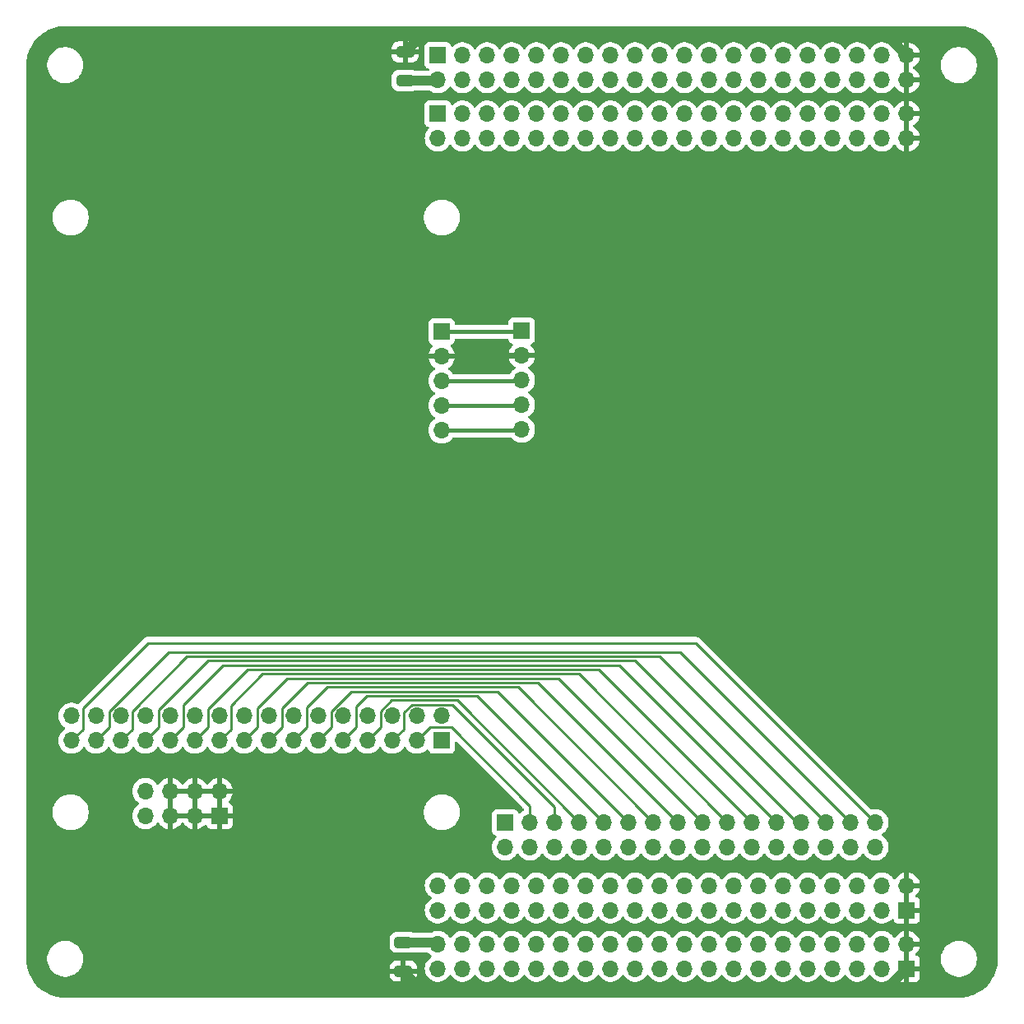
<source format=gbr>
%TF.GenerationSoftware,KiCad,Pcbnew,8.0.5-8.0.5-0~ubuntu22.04.1*%
%TF.CreationDate,2024-10-05T17:02:35+02:00*%
%TF.ProjectId,USB-Serial InputBoard,5553422d-5365-4726-9961-6c20496e7075,rev?*%
%TF.SameCoordinates,Original*%
%TF.FileFunction,Copper,L2,Bot*%
%TF.FilePolarity,Positive*%
%FSLAX46Y46*%
G04 Gerber Fmt 4.6, Leading zero omitted, Abs format (unit mm)*
G04 Created by KiCad (PCBNEW 8.0.5-8.0.5-0~ubuntu22.04.1) date 2024-10-05 17:02:35*
%MOMM*%
%LPD*%
G01*
G04 APERTURE LIST*
G04 Aperture macros list*
%AMRoundRect*
0 Rectangle with rounded corners*
0 $1 Rounding radius*
0 $2 $3 $4 $5 $6 $7 $8 $9 X,Y pos of 4 corners*
0 Add a 4 corners polygon primitive as box body*
4,1,4,$2,$3,$4,$5,$6,$7,$8,$9,$2,$3,0*
0 Add four circle primitives for the rounded corners*
1,1,$1+$1,$2,$3*
1,1,$1+$1,$4,$5*
1,1,$1+$1,$6,$7*
1,1,$1+$1,$8,$9*
0 Add four rect primitives between the rounded corners*
20,1,$1+$1,$2,$3,$4,$5,0*
20,1,$1+$1,$4,$5,$6,$7,0*
20,1,$1+$1,$6,$7,$8,$9,0*
20,1,$1+$1,$8,$9,$2,$3,0*%
G04 Aperture macros list end*
%TA.AperFunction,ComponentPad*%
%ADD10R,1.700000X1.700000*%
%TD*%
%TA.AperFunction,ComponentPad*%
%ADD11O,1.700000X1.700000*%
%TD*%
%TA.AperFunction,SMDPad,CuDef*%
%ADD12RoundRect,0.250000X-0.650000X0.325000X-0.650000X-0.325000X0.650000X-0.325000X0.650000X0.325000X0*%
%TD*%
%TA.AperFunction,SMDPad,CuDef*%
%ADD13RoundRect,0.250000X0.650000X-0.325000X0.650000X0.325000X-0.650000X0.325000X-0.650000X-0.325000X0*%
%TD*%
%TA.AperFunction,Conductor*%
%ADD14C,1.000000*%
%TD*%
%TA.AperFunction,Conductor*%
%ADD15C,0.400000*%
%TD*%
%TA.AperFunction,Conductor*%
%ADD16C,0.250000*%
%TD*%
G04 APERTURE END LIST*
D10*
%TO.P,J8,1,Pin_1*%
%TO.N,/AD0*%
X99300000Y-131960000D03*
D11*
%TO.P,J8,2,Pin_2*%
%TO.N,/AD1*%
X99300000Y-134500000D03*
%TO.P,J8,3,Pin_3*%
%TO.N,/AD2*%
X101840000Y-131960000D03*
%TO.P,J8,4,Pin_4*%
%TO.N,/AD3*%
X101840000Y-134500000D03*
%TO.P,J8,5,Pin_5*%
%TO.N,/AD4*%
X104380000Y-131960000D03*
%TO.P,J8,6,Pin_6*%
%TO.N,/AD5*%
X104380000Y-134500000D03*
%TO.P,J8,7,Pin_7*%
%TO.N,/AD6*%
X106920000Y-131960000D03*
%TO.P,J8,8,Pin_8*%
%TO.N,/AD7*%
X106920000Y-134500000D03*
%TO.P,J8,9,Pin_9*%
%TO.N,/BD0*%
X109460000Y-131960000D03*
%TO.P,J8,10,Pin_10*%
%TO.N,/BD1*%
X109460000Y-134500000D03*
%TO.P,J8,11,Pin_11*%
%TO.N,/BD2*%
X112000000Y-131960000D03*
%TO.P,J8,12,Pin_12*%
%TO.N,/BD3*%
X112000000Y-134500000D03*
%TO.P,J8,13,Pin_13*%
%TO.N,/BD4*%
X114540000Y-131960000D03*
%TO.P,J8,14,Pin_14*%
%TO.N,/BD5*%
X114540000Y-134500000D03*
%TO.P,J8,15,Pin_15*%
%TO.N,/BD6*%
X117080000Y-131960000D03*
%TO.P,J8,16,Pin_16*%
%TO.N,/BD7*%
X117080000Y-134500000D03*
%TO.P,J8,17,Pin_17*%
%TO.N,/CD0*%
X119620000Y-131960000D03*
%TO.P,J8,18,Pin_18*%
%TO.N,/CD1*%
X119620000Y-134500000D03*
%TO.P,J8,19,Pin_19*%
%TO.N,/CD2*%
X122160000Y-131960000D03*
%TO.P,J8,20,Pin_20*%
%TO.N,/CD3*%
X122160000Y-134500000D03*
%TO.P,J8,21,Pin_21*%
%TO.N,/CD4*%
X124700000Y-131960000D03*
%TO.P,J8,22,Pin_22*%
%TO.N,/CD5*%
X124700000Y-134500000D03*
%TO.P,J8,23,Pin_23*%
%TO.N,/CD6*%
X127240000Y-131960000D03*
%TO.P,J8,24,Pin_24*%
%TO.N,/CD7*%
X127240000Y-134500000D03*
%TO.P,J8,25,Pin_25*%
%TO.N,/DD0*%
X129780000Y-131960000D03*
%TO.P,J8,26,Pin_26*%
%TO.N,/DD1*%
X129780000Y-134500000D03*
%TO.P,J8,27,Pin_27*%
%TO.N,/DD2*%
X132320000Y-131960000D03*
%TO.P,J8,28,Pin_28*%
%TO.N,/DD3*%
X132320000Y-134500000D03*
%TO.P,J8,29,Pin_29*%
%TO.N,/DD4*%
X134860000Y-131960000D03*
%TO.P,J8,30,Pin_30*%
%TO.N,/DD5*%
X134860000Y-134500000D03*
%TO.P,J8,31,Pin_31*%
%TO.N,/DD6*%
X137400000Y-131960000D03*
%TO.P,J8,32,Pin_32*%
%TO.N,/DD7*%
X137400000Y-134500000D03*
%TD*%
D10*
%TO.P,J1,1,Pin_1*%
%TO.N,+5V*%
X92367000Y-53000000D03*
D11*
%TO.P,J1,2,Pin_2*%
X92367000Y-55540000D03*
%TO.P,J1,3,Pin_3*%
%TO.N,/PHI1_e*%
X94907000Y-53000000D03*
%TO.P,J1,4,Pin_4*%
%TO.N,/PHI2_e*%
X94907000Y-55540000D03*
%TO.P,J1,5,Pin_5*%
%TO.N,/~{IORD}*%
X97447000Y-53000000D03*
%TO.P,J1,6,Pin_6*%
%TO.N,/R{slash}~{W}_e*%
X97447000Y-55540000D03*
%TO.P,J1,7,Pin_7*%
%TO.N,/~{MRD}*%
X99987000Y-53000000D03*
%TO.P,J1,8,Pin_8*%
%TO.N,/~{MWR}*%
X99987000Y-55540000D03*
%TO.P,J1,9,Pin_9*%
%TO.N,/~{IOWR}*%
X102527000Y-53000000D03*
%TO.P,J1,10,Pin_10*%
%TO.N,/Bus/DB0*%
X102527000Y-55540000D03*
%TO.P,J1,11,Pin_11*%
%TO.N,/Bus/DB1*%
X105067000Y-53000000D03*
%TO.P,J1,12,Pin_12*%
%TO.N,/Bus/DB2*%
X105067000Y-55540000D03*
%TO.P,J1,13,Pin_13*%
%TO.N,/Bus/DB3*%
X107607000Y-53000000D03*
%TO.P,J1,14,Pin_14*%
%TO.N,/Bus/DB4*%
X107607000Y-55540000D03*
%TO.P,J1,15,Pin_15*%
%TO.N,/Bus/DB5*%
X110147000Y-53000000D03*
%TO.P,J1,16,Pin_16*%
%TO.N,/Bus/DB6*%
X110147000Y-55540000D03*
%TO.P,J1,17,Pin_17*%
%TO.N,/Bus/DB7*%
X112687000Y-53000000D03*
%TO.P,J1,18,Pin_18*%
%TO.N,/~{RST}*%
X112687000Y-55540000D03*
%TO.P,J1,19,Pin_19*%
%TO.N,/A0*%
X115227000Y-53000000D03*
%TO.P,J1,20,Pin_20*%
%TO.N,/A1*%
X115227000Y-55540000D03*
%TO.P,J1,21,Pin_21*%
%TO.N,/A2*%
X117767000Y-53000000D03*
%TO.P,J1,22,Pin_22*%
%TO.N,/A3*%
X117767000Y-55540000D03*
%TO.P,J1,23,Pin_23*%
%TO.N,/A4*%
X120307000Y-53000000D03*
%TO.P,J1,24,Pin_24*%
%TO.N,/A5*%
X120307000Y-55540000D03*
%TO.P,J1,25,Pin_25*%
%TO.N,/A6*%
X122847000Y-53000000D03*
%TO.P,J1,26,Pin_26*%
%TO.N,/A7*%
X122847000Y-55540000D03*
%TO.P,J1,27,Pin_27*%
%TO.N,/A8*%
X125387000Y-53000000D03*
%TO.P,J1,28,Pin_28*%
%TO.N,/A9*%
X125387000Y-55540000D03*
%TO.P,J1,29,Pin_29*%
%TO.N,/A10*%
X127927000Y-53000000D03*
%TO.P,J1,30,Pin_30*%
%TO.N,/A11*%
X127927000Y-55540000D03*
%TO.P,J1,31,Pin_31*%
%TO.N,/A12*%
X130467000Y-53000000D03*
%TO.P,J1,32,Pin_32*%
%TO.N,/A13*%
X130467000Y-55540000D03*
%TO.P,J1,33,Pin_33*%
%TO.N,/A14*%
X133007000Y-53000000D03*
%TO.P,J1,34,Pin_34*%
%TO.N,/A15*%
X133007000Y-55540000D03*
%TO.P,J1,35,Pin_35*%
%TO.N,/A16*%
X135547000Y-53000000D03*
%TO.P,J1,36,Pin_36*%
%TO.N,/A17*%
X135547000Y-55540000D03*
%TO.P,J1,37,Pin_37*%
%TO.N,/A18*%
X138087000Y-53000000D03*
%TO.P,J1,38,Pin_38*%
%TO.N,/A19*%
X138087000Y-55540000D03*
%TO.P,J1,39,Pin_39*%
%TO.N,GND*%
X140627000Y-53000000D03*
%TO.P,J1,40,Pin_40*%
X140627000Y-55540000D03*
%TD*%
D10*
%TO.P,J4,1,Pin_1*%
%TO.N,GND*%
X140627000Y-141000000D03*
D11*
%TO.P,J4,2,Pin_2*%
X140627000Y-138460000D03*
%TO.P,J4,3,Pin_3*%
%TO.N,+3V3*%
X138087000Y-141000000D03*
%TO.P,J4,4,Pin_4*%
X138087000Y-138460000D03*
%TO.P,J4,5,Pin_5*%
%TO.N,/Bus/~{CE_EXT1}*%
X135547000Y-141000000D03*
%TO.P,J4,6,Pin_6*%
%TO.N,/Bus/~{CE_EXT0}*%
X135547000Y-138460000D03*
%TO.P,J4,7,Pin_7*%
%TO.N,/Bus/~{CE_EXT3}*%
X133007000Y-141000000D03*
%TO.P,J4,8,Pin_8*%
%TO.N,/Bus/~{CE_EXT2}*%
X133007000Y-138460000D03*
%TO.P,J4,9,Pin_9*%
%TO.N,/Bus/~{CE_EXT5}*%
X130467000Y-141000000D03*
%TO.P,J4,10,Pin_10*%
%TO.N,/Bus/~{CE_EXT4}*%
X130467000Y-138460000D03*
%TO.P,J4,11,Pin_11*%
%TO.N,/Bus/~{CE_EXT7}*%
X127927000Y-141000000D03*
%TO.P,J4,12,Pin_12*%
%TO.N,/Bus/~{CE_EXT6}*%
X127927000Y-138460000D03*
%TO.P,J4,13,Pin_13*%
%TO.N,/Bus/~{CE_EXT9}*%
X125387000Y-141000000D03*
%TO.P,J4,14,Pin_14*%
%TO.N,/Bus/~{CE_EXT8}*%
X125387000Y-138460000D03*
%TO.P,J4,15,Pin_15*%
%TO.N,/Bus/~{CE_EXT11}*%
X122847000Y-141000000D03*
%TO.P,J4,16,Pin_16*%
%TO.N,/Bus/~{CE_EXT10}*%
X122847000Y-138460000D03*
%TO.P,J4,17,Pin_17*%
%TO.N,/Bus/~{CE_EXT13}*%
X120307000Y-141000000D03*
%TO.P,J4,18,Pin_18*%
%TO.N,/Bus/~{CE_EXT12}*%
X120307000Y-138460000D03*
%TO.P,J4,19,Pin_19*%
%TO.N,/RES4*%
X117767000Y-141000000D03*
%TO.P,J4,20,Pin_20*%
%TO.N,/RES5*%
X117767000Y-138460000D03*
%TO.P,J4,21,Pin_21*%
%TO.N,/RES2*%
X115227000Y-141000000D03*
%TO.P,J4,22,Pin_22*%
%TO.N,/RES3*%
X115227000Y-138460000D03*
%TO.P,J4,23,Pin_23*%
%TO.N,/RES0*%
X112687000Y-141000000D03*
%TO.P,J4,24,Pin_24*%
%TO.N,/RES1*%
X112687000Y-138460000D03*
%TO.P,J4,25,Pin_25*%
%TO.N,/CLK1*%
X110147000Y-141000000D03*
%TO.P,J4,26,Pin_26*%
%TO.N,/~{BUSFREE}*%
X110147000Y-138460000D03*
%TO.P,J4,27,Pin_27*%
%TO.N,/CLKF*%
X107607000Y-141000000D03*
%TO.P,J4,28,Pin_28*%
%TO.N,/CLKS*%
X107607000Y-138460000D03*
%TO.P,J4,29,Pin_29*%
%TO.N,/~{PH0}*%
X105067000Y-141000000D03*
%TO.P,J4,30,Pin_30*%
%TO.N,/PH0*%
X105067000Y-138460000D03*
%TO.P,J4,31,Pin_31*%
%TO.N,/SDA*%
X102527000Y-141000000D03*
%TO.P,J4,32,Pin_32*%
%TO.N,/SCL*%
X102527000Y-138460000D03*
%TO.P,J4,33,Pin_33*%
%TO.N,/TX1*%
X99987000Y-141000000D03*
%TO.P,J4,34,Pin_34*%
%TO.N,/RX1*%
X99987000Y-138460000D03*
%TO.P,J4,35,Pin_35*%
%TO.N,/TX0*%
X97447000Y-141000000D03*
%TO.P,J4,36,Pin_36*%
%TO.N,/RX0*%
X97447000Y-138460000D03*
%TO.P,J4,37,Pin_37*%
%TO.N,/TXSTM*%
X94907000Y-141000000D03*
%TO.P,J4,38,Pin_38*%
%TO.N,/RXSTM*%
X94907000Y-138460000D03*
%TO.P,J4,39,Pin_39*%
%TO.N,+5VA*%
X92367000Y-141000000D03*
%TO.P,J4,40,Pin_40*%
X92367000Y-138460000D03*
%TD*%
D10*
%TO.P,J2,1,Pin_1*%
%TO.N,GND*%
X140627000Y-147000000D03*
D11*
%TO.P,J2,2,Pin_2*%
X140627000Y-144460000D03*
%TO.P,J2,3,Pin_3*%
%TO.N,+3V3*%
X138087000Y-147000000D03*
%TO.P,J2,4,Pin_4*%
X138087000Y-144460000D03*
%TO.P,J2,5,Pin_5*%
%TO.N,/Bus/~{CE_EXT1}*%
X135547000Y-147000000D03*
%TO.P,J2,6,Pin_6*%
%TO.N,/Bus/~{CE_EXT0}*%
X135547000Y-144460000D03*
%TO.P,J2,7,Pin_7*%
%TO.N,/Bus/~{CE_EXT3}*%
X133007000Y-147000000D03*
%TO.P,J2,8,Pin_8*%
%TO.N,/Bus/~{CE_EXT2}*%
X133007000Y-144460000D03*
%TO.P,J2,9,Pin_9*%
%TO.N,/Bus/~{CE_EXT5}*%
X130467000Y-147000000D03*
%TO.P,J2,10,Pin_10*%
%TO.N,/Bus/~{CE_EXT4}*%
X130467000Y-144460000D03*
%TO.P,J2,11,Pin_11*%
%TO.N,/Bus/~{CE_EXT7}*%
X127927000Y-147000000D03*
%TO.P,J2,12,Pin_12*%
%TO.N,/Bus/~{CE_EXT6}*%
X127927000Y-144460000D03*
%TO.P,J2,13,Pin_13*%
%TO.N,/Bus/~{CE_EXT9}*%
X125387000Y-147000000D03*
%TO.P,J2,14,Pin_14*%
%TO.N,/Bus/~{CE_EXT8}*%
X125387000Y-144460000D03*
%TO.P,J2,15,Pin_15*%
%TO.N,/Bus/~{CE_EXT11}*%
X122847000Y-147000000D03*
%TO.P,J2,16,Pin_16*%
%TO.N,/Bus/~{CE_EXT10}*%
X122847000Y-144460000D03*
%TO.P,J2,17,Pin_17*%
%TO.N,/Bus/~{CE_EXT13}*%
X120307000Y-147000000D03*
%TO.P,J2,18,Pin_18*%
%TO.N,/Bus/~{CE_EXT12}*%
X120307000Y-144460000D03*
%TO.P,J2,19,Pin_19*%
%TO.N,/RES4*%
X117767000Y-147000000D03*
%TO.P,J2,20,Pin_20*%
%TO.N,/RES5*%
X117767000Y-144460000D03*
%TO.P,J2,21,Pin_21*%
%TO.N,/RES2*%
X115227000Y-147000000D03*
%TO.P,J2,22,Pin_22*%
%TO.N,/RES3*%
X115227000Y-144460000D03*
%TO.P,J2,23,Pin_23*%
%TO.N,/RES0*%
X112687000Y-147000000D03*
%TO.P,J2,24,Pin_24*%
%TO.N,/RES1*%
X112687000Y-144460000D03*
%TO.P,J2,25,Pin_25*%
%TO.N,/CLK1*%
X110147000Y-147000000D03*
%TO.P,J2,26,Pin_26*%
%TO.N,/~{BUSFREE}*%
X110147000Y-144460000D03*
%TO.P,J2,27,Pin_27*%
%TO.N,/CLKF*%
X107607000Y-147000000D03*
%TO.P,J2,28,Pin_28*%
%TO.N,/CLKS*%
X107607000Y-144460000D03*
%TO.P,J2,29,Pin_29*%
%TO.N,/~{PH0}*%
X105067000Y-147000000D03*
%TO.P,J2,30,Pin_30*%
%TO.N,/PH0*%
X105067000Y-144460000D03*
%TO.P,J2,31,Pin_31*%
%TO.N,/SDA*%
X102527000Y-147000000D03*
%TO.P,J2,32,Pin_32*%
%TO.N,/SCL*%
X102527000Y-144460000D03*
%TO.P,J2,33,Pin_33*%
%TO.N,/TX1*%
X99987000Y-147000000D03*
%TO.P,J2,34,Pin_34*%
%TO.N,/RX1*%
X99987000Y-144460000D03*
%TO.P,J2,35,Pin_35*%
%TO.N,/TX0*%
X97447000Y-147000000D03*
%TO.P,J2,36,Pin_36*%
%TO.N,/RX0*%
X97447000Y-144460000D03*
%TO.P,J2,37,Pin_37*%
%TO.N,/TXSTM*%
X94907000Y-147000000D03*
%TO.P,J2,38,Pin_38*%
%TO.N,/RXSTM*%
X94907000Y-144460000D03*
%TO.P,J2,39,Pin_39*%
%TO.N,+5VA*%
X92367000Y-147000000D03*
%TO.P,J2,40,Pin_40*%
X92367000Y-144460000D03*
%TD*%
D10*
%TO.P,J7,1,Pin_1*%
%TO.N,GND*%
X69890000Y-131285000D03*
D11*
%TO.P,J7,2,Pin_2*%
X69890000Y-128745000D03*
%TO.P,J7,3,Pin_3*%
X67350000Y-131285000D03*
%TO.P,J7,4,Pin_4*%
X67350000Y-128745000D03*
%TO.P,J7,5,Pin_5*%
X64810000Y-131285000D03*
%TO.P,J7,6,Pin_6*%
X64810000Y-128745000D03*
%TO.P,J7,7,Pin_7*%
%TO.N,unconnected-(J7-Pin_7-Pad7)*%
X62270000Y-131285000D03*
%TO.P,J7,8,Pin_8*%
%TO.N,unconnected-(J7-Pin_8-Pad8)*%
X62270000Y-128745000D03*
%TD*%
D10*
%TO.P,J3,1,Pin_1*%
%TO.N,+5V*%
X92367000Y-59000000D03*
D11*
%TO.P,J3,2,Pin_2*%
X92367000Y-61540000D03*
%TO.P,J3,3,Pin_3*%
%TO.N,/PHI1_e*%
X94907000Y-59000000D03*
%TO.P,J3,4,Pin_4*%
%TO.N,/PHI2_e*%
X94907000Y-61540000D03*
%TO.P,J3,5,Pin_5*%
%TO.N,/~{IORD}*%
X97447000Y-59000000D03*
%TO.P,J3,6,Pin_6*%
%TO.N,/R{slash}~{W}_e*%
X97447000Y-61540000D03*
%TO.P,J3,7,Pin_7*%
%TO.N,/~{MRD}*%
X99987000Y-59000000D03*
%TO.P,J3,8,Pin_8*%
%TO.N,/~{MWR}*%
X99987000Y-61540000D03*
%TO.P,J3,9,Pin_9*%
%TO.N,/~{IOWR}*%
X102527000Y-59000000D03*
%TO.P,J3,10,Pin_10*%
%TO.N,/Bus/DB0*%
X102527000Y-61540000D03*
%TO.P,J3,11,Pin_11*%
%TO.N,/Bus/DB1*%
X105067000Y-59000000D03*
%TO.P,J3,12,Pin_12*%
%TO.N,/Bus/DB2*%
X105067000Y-61540000D03*
%TO.P,J3,13,Pin_13*%
%TO.N,/Bus/DB3*%
X107607000Y-59000000D03*
%TO.P,J3,14,Pin_14*%
%TO.N,/Bus/DB4*%
X107607000Y-61540000D03*
%TO.P,J3,15,Pin_15*%
%TO.N,/Bus/DB5*%
X110147000Y-59000000D03*
%TO.P,J3,16,Pin_16*%
%TO.N,/Bus/DB6*%
X110147000Y-61540000D03*
%TO.P,J3,17,Pin_17*%
%TO.N,/Bus/DB7*%
X112687000Y-59000000D03*
%TO.P,J3,18,Pin_18*%
%TO.N,/~{RST}*%
X112687000Y-61540000D03*
%TO.P,J3,19,Pin_19*%
%TO.N,/A0*%
X115227000Y-59000000D03*
%TO.P,J3,20,Pin_20*%
%TO.N,/A1*%
X115227000Y-61540000D03*
%TO.P,J3,21,Pin_21*%
%TO.N,/A2*%
X117767000Y-59000000D03*
%TO.P,J3,22,Pin_22*%
%TO.N,/A3*%
X117767000Y-61540000D03*
%TO.P,J3,23,Pin_23*%
%TO.N,/A4*%
X120307000Y-59000000D03*
%TO.P,J3,24,Pin_24*%
%TO.N,/A5*%
X120307000Y-61540000D03*
%TO.P,J3,25,Pin_25*%
%TO.N,/A6*%
X122847000Y-59000000D03*
%TO.P,J3,26,Pin_26*%
%TO.N,/A7*%
X122847000Y-61540000D03*
%TO.P,J3,27,Pin_27*%
%TO.N,/A8*%
X125387000Y-59000000D03*
%TO.P,J3,28,Pin_28*%
%TO.N,/A9*%
X125387000Y-61540000D03*
%TO.P,J3,29,Pin_29*%
%TO.N,/A10*%
X127927000Y-59000000D03*
%TO.P,J3,30,Pin_30*%
%TO.N,/A11*%
X127927000Y-61540000D03*
%TO.P,J3,31,Pin_31*%
%TO.N,/A12*%
X130467000Y-59000000D03*
%TO.P,J3,32,Pin_32*%
%TO.N,/A13*%
X130467000Y-61540000D03*
%TO.P,J3,33,Pin_33*%
%TO.N,/A14*%
X133007000Y-59000000D03*
%TO.P,J3,34,Pin_34*%
%TO.N,/A15*%
X133007000Y-61540000D03*
%TO.P,J3,35,Pin_35*%
%TO.N,/A16*%
X135547000Y-59000000D03*
%TO.P,J3,36,Pin_36*%
%TO.N,/A17*%
X135547000Y-61540000D03*
%TO.P,J3,37,Pin_37*%
%TO.N,/A18*%
X138087000Y-59000000D03*
%TO.P,J3,38,Pin_38*%
%TO.N,/A19*%
X138087000Y-61540000D03*
%TO.P,J3,39,Pin_39*%
%TO.N,GND*%
X140627000Y-59000000D03*
%TO.P,J3,40,Pin_40*%
X140627000Y-61540000D03*
%TD*%
D10*
%TO.P,J6,1,Pin_1*%
%TO.N,/3V3*%
X92750000Y-81435000D03*
D11*
%TO.P,J6,2,Pin_2*%
%TO.N,GND*%
X92750000Y-83975000D03*
%TO.P,J6,3,Pin_3*%
%TO.N,/RESET*%
X92750000Y-86515000D03*
%TO.P,J6,4,Pin_4*%
%TO.N,/~{SUSPEND}*%
X92750000Y-89055000D03*
%TO.P,J6,5,Pin_5*%
%TO.N,/~{PWREN}*%
X92750000Y-91595000D03*
%TD*%
D10*
%TO.P,J5,1,Pin_1*%
%TO.N,/AD0*%
X92750000Y-123535000D03*
D11*
%TO.P,J5,2,Pin_2*%
%TO.N,/AD1*%
X92750000Y-120995000D03*
%TO.P,J5,3,Pin_3*%
%TO.N,/AD2*%
X90210000Y-123535000D03*
%TO.P,J5,4,Pin_4*%
%TO.N,/AD3*%
X90210000Y-120995000D03*
%TO.P,J5,5,Pin_5*%
%TO.N,/AD4*%
X87670000Y-123535000D03*
%TO.P,J5,6,Pin_6*%
%TO.N,/AD5*%
X87670000Y-120995000D03*
%TO.P,J5,7,Pin_7*%
%TO.N,/AD6*%
X85130000Y-123535000D03*
%TO.P,J5,8,Pin_8*%
%TO.N,/AD7*%
X85130000Y-120995000D03*
%TO.P,J5,9,Pin_9*%
%TO.N,/BD0*%
X82590000Y-123535000D03*
%TO.P,J5,10,Pin_10*%
%TO.N,/BD1*%
X82590000Y-120995000D03*
%TO.P,J5,11,Pin_11*%
%TO.N,/BD2*%
X80050000Y-123535000D03*
%TO.P,J5,12,Pin_12*%
%TO.N,/BD3*%
X80050000Y-120995000D03*
%TO.P,J5,13,Pin_13*%
%TO.N,/BD4*%
X77510000Y-123535000D03*
%TO.P,J5,14,Pin_14*%
%TO.N,/BD5*%
X77510000Y-120995000D03*
%TO.P,J5,15,Pin_15*%
%TO.N,/BD6*%
X74970000Y-123535000D03*
%TO.P,J5,16,Pin_16*%
%TO.N,/BD7*%
X74970000Y-120995000D03*
%TO.P,J5,17,Pin_17*%
%TO.N,/CD0*%
X72430000Y-123535000D03*
%TO.P,J5,18,Pin_18*%
%TO.N,/CD1*%
X72430000Y-120995000D03*
%TO.P,J5,19,Pin_19*%
%TO.N,/CD2*%
X69890000Y-123535000D03*
%TO.P,J5,20,Pin_20*%
%TO.N,/CD3*%
X69890000Y-120995000D03*
%TO.P,J5,21,Pin_21*%
%TO.N,/CD4*%
X67350000Y-123535000D03*
%TO.P,J5,22,Pin_22*%
%TO.N,/CD5*%
X67350000Y-120995000D03*
%TO.P,J5,23,Pin_23*%
%TO.N,/CD6*%
X64810000Y-123535000D03*
%TO.P,J5,24,Pin_24*%
%TO.N,/CD7*%
X64810000Y-120995000D03*
%TO.P,J5,25,Pin_25*%
%TO.N,/DD0*%
X62270000Y-123535000D03*
%TO.P,J5,26,Pin_26*%
%TO.N,/DD1*%
X62270000Y-120995000D03*
%TO.P,J5,27,Pin_27*%
%TO.N,/DD2*%
X59730000Y-123535000D03*
%TO.P,J5,28,Pin_28*%
%TO.N,/DD3*%
X59730000Y-120995000D03*
%TO.P,J5,29,Pin_29*%
%TO.N,/DD4*%
X57190000Y-123535000D03*
%TO.P,J5,30,Pin_30*%
%TO.N,/DD5*%
X57190000Y-120995000D03*
%TO.P,J5,31,Pin_31*%
%TO.N,/DD6*%
X54650000Y-123535000D03*
%TO.P,J5,32,Pin_32*%
%TO.N,/DD7*%
X54650000Y-120995000D03*
%TD*%
D10*
%TO.P,J9,1,Pin_1*%
%TO.N,/3V3*%
X101000000Y-81340000D03*
D11*
%TO.P,J9,2,Pin_2*%
%TO.N,GND*%
X101000000Y-83880000D03*
%TO.P,J9,3,Pin_3*%
%TO.N,/RESET*%
X101000000Y-86420000D03*
%TO.P,J9,4,Pin_4*%
%TO.N,/~{SUSPEND}*%
X101000000Y-88960000D03*
%TO.P,J9,5,Pin_5*%
%TO.N,/~{PWREN}*%
X101000000Y-91500000D03*
%TD*%
D12*
%TO.P,C2,1*%
%TO.N,+5VA*%
X88800000Y-144300000D03*
%TO.P,C2,2*%
%TO.N,GND*%
X88800000Y-147250000D03*
%TD*%
D13*
%TO.P,C1,1*%
%TO.N,+5V*%
X89000000Y-55600000D03*
%TO.P,C1,2*%
%TO.N,GND*%
X89000000Y-52650000D03*
%TD*%
D14*
%TO.N,GND*%
X90850000Y-50800000D02*
X89000000Y-52650000D01*
D15*
X92750000Y-83975000D02*
X100905000Y-83975000D01*
X64810000Y-131285000D02*
X67350000Y-131285000D01*
X69890000Y-134890000D02*
X69890000Y-131285000D01*
D14*
X140627000Y-147000000D02*
X138427000Y-149200000D01*
D15*
X64810000Y-128745000D02*
X64810000Y-131285000D01*
X67350000Y-128745000D02*
X67350000Y-131285000D01*
D14*
X140627000Y-53000000D02*
X138427000Y-50800000D01*
D15*
X82250000Y-147250000D02*
X69890000Y-134890000D01*
X88800000Y-147250000D02*
X82250000Y-147250000D01*
D14*
X138427000Y-149200000D02*
X90750000Y-149200000D01*
X138427000Y-50800000D02*
X90850000Y-50800000D01*
X90750000Y-149200000D02*
X88800000Y-147250000D01*
D15*
X100905000Y-83975000D02*
X101000000Y-83880000D01*
X64810000Y-128745000D02*
X67350000Y-128745000D01*
D14*
%TO.N,+5V*%
X89000000Y-55600000D02*
X92307000Y-55600000D01*
%TO.N,+5VA*%
X88800000Y-144300000D02*
X92207000Y-144300000D01*
D16*
%TO.N,/AD4*%
X88845000Y-122360000D02*
X88845000Y-120655000D01*
X104380000Y-130380000D02*
X104380000Y-131960000D01*
X93820000Y-119820000D02*
X104380000Y-130380000D01*
X87670000Y-123535000D02*
X88845000Y-122360000D01*
X88845000Y-120655000D02*
X89680000Y-119820000D01*
X89680000Y-119820000D02*
X93820000Y-119820000D01*
%TO.N,/DD0*%
X129323604Y-131960000D02*
X129780000Y-131960000D01*
X63635000Y-122170000D02*
X63635000Y-120365000D01*
X68680000Y-115320000D02*
X112683604Y-115320000D01*
X62270000Y-123535000D02*
X63635000Y-122170000D01*
X112683604Y-115320000D02*
X129323604Y-131960000D01*
X63635000Y-120365000D02*
X68680000Y-115320000D01*
%TO.N,/AD6*%
X87630000Y-119370000D02*
X94330000Y-119370000D01*
X86495000Y-120505000D02*
X87630000Y-119370000D01*
X94330000Y-119370000D02*
X106920000Y-131960000D01*
X86495000Y-122170000D02*
X86495000Y-120505000D01*
X85130000Y-123535000D02*
X86495000Y-122170000D01*
%TO.N,/BD2*%
X81415000Y-120508299D02*
X83453299Y-118470000D01*
X98510000Y-118470000D02*
X112000000Y-131960000D01*
X83453299Y-118470000D02*
X98510000Y-118470000D01*
X81415000Y-122170000D02*
X81415000Y-120508299D01*
X80050000Y-123535000D02*
X81415000Y-122170000D01*
%TO.N,/DD2*%
X132320000Y-131960000D02*
X115230000Y-114870000D01*
X66543299Y-114870000D02*
X60905000Y-120508299D01*
X60905000Y-122360000D02*
X59730000Y-123535000D01*
X60905000Y-120508299D02*
X60905000Y-122360000D01*
X115230000Y-114870000D02*
X66543299Y-114870000D01*
%TO.N,/DD4*%
X57190000Y-123535000D02*
X58555000Y-122170000D01*
X58555000Y-120508299D02*
X64643299Y-114420000D01*
X58555000Y-122170000D02*
X58555000Y-120508299D01*
X117320000Y-114420000D02*
X134860000Y-131960000D01*
X64643299Y-114420000D02*
X117320000Y-114420000D01*
%TO.N,/CD4*%
X67350000Y-123535000D02*
X68715000Y-122170000D01*
X72780000Y-116220000D02*
X108960000Y-116220000D01*
X108960000Y-116220000D02*
X124700000Y-131960000D01*
X68715000Y-120285000D02*
X72780000Y-116220000D01*
X68715000Y-122170000D02*
X68715000Y-120285000D01*
%TO.N,/BD6*%
X102690000Y-117570000D02*
X117080000Y-131960000D01*
X78930000Y-117570000D02*
X102690000Y-117570000D01*
X76335000Y-120165000D02*
X78930000Y-117570000D01*
X76335000Y-122170000D02*
X76335000Y-120165000D01*
X74970000Y-123535000D02*
X76335000Y-122170000D01*
%TO.N,/CD0*%
X73795000Y-120205000D02*
X76880000Y-117120000D01*
X72430000Y-123535000D02*
X73795000Y-122170000D01*
X104780000Y-117120000D02*
X119620000Y-131960000D01*
X76880000Y-117120000D02*
X104780000Y-117120000D01*
X73795000Y-122170000D02*
X73795000Y-120205000D01*
%TO.N,/DD6*%
X118940000Y-113500000D02*
X137400000Y-131960000D01*
X62500000Y-113500000D02*
X118940000Y-113500000D01*
X55825000Y-122360000D02*
X55825000Y-120175000D01*
X54650000Y-123535000D02*
X55825000Y-122360000D01*
X55825000Y-120175000D02*
X62500000Y-113500000D01*
%TO.N,/AD2*%
X91575000Y-122170000D02*
X93735000Y-122170000D01*
X101840000Y-130275000D02*
X101840000Y-131960000D01*
X90210000Y-123535000D02*
X91575000Y-122170000D01*
X93735000Y-122170000D02*
X101840000Y-130275000D01*
%TO.N,/CD6*%
X66175000Y-122170000D02*
X66175000Y-119825000D01*
X64810000Y-123535000D02*
X66175000Y-122170000D01*
X70230000Y-115770000D02*
X111050000Y-115770000D01*
X111050000Y-115770000D02*
X127240000Y-131960000D01*
X66175000Y-119825000D02*
X70230000Y-115770000D01*
%TO.N,/BD4*%
X100600000Y-118020000D02*
X114540000Y-131960000D01*
X78875000Y-120125000D02*
X80980000Y-118020000D01*
X80980000Y-118020000D02*
X100600000Y-118020000D01*
X77510000Y-123535000D02*
X78875000Y-122170000D01*
X78875000Y-122170000D02*
X78875000Y-120125000D01*
%TO.N,/CD2*%
X71065000Y-119935000D02*
X74330000Y-116670000D01*
X69890000Y-123535000D02*
X71065000Y-122360000D01*
X71065000Y-122360000D02*
X71065000Y-119935000D01*
X106870000Y-116670000D02*
X122160000Y-131960000D01*
X74330000Y-116670000D02*
X106870000Y-116670000D01*
%TO.N,/BD0*%
X82590000Y-123535000D02*
X83955000Y-122170000D01*
X83955000Y-120045000D02*
X85080000Y-118920000D01*
X96420000Y-118920000D02*
X109460000Y-131960000D01*
X83955000Y-122170000D02*
X83955000Y-120045000D01*
X85080000Y-118920000D02*
X96420000Y-118920000D01*
D15*
%TO.N,/RESET*%
X100905000Y-86515000D02*
X101000000Y-86420000D01*
X92750000Y-86515000D02*
X100905000Y-86515000D01*
%TO.N,/3V3*%
X100905000Y-81435000D02*
X101000000Y-81340000D01*
X92750000Y-81435000D02*
X100905000Y-81435000D01*
%TO.N,/~{PWREN}*%
X92750000Y-91595000D02*
X100905000Y-91595000D01*
X100905000Y-91595000D02*
X101000000Y-91500000D01*
%TO.N,/~{SUSPEND}*%
X92750000Y-89055000D02*
X100905000Y-89055000D01*
X100905000Y-89055000D02*
X101000000Y-88960000D01*
%TD*%
%TA.AperFunction,Conductor*%
%TO.N,GND*%
G36*
X140881000Y-146569297D02*
G01*
X140819993Y-146534075D01*
X140692826Y-146500000D01*
X140561174Y-146500000D01*
X140434007Y-146534075D01*
X140373000Y-146569297D01*
X140373000Y-144890702D01*
X140434007Y-144925925D01*
X140561174Y-144960000D01*
X140692826Y-144960000D01*
X140819993Y-144925925D01*
X140881000Y-144890702D01*
X140881000Y-146569297D01*
G37*
%TD.AperFunction*%
%TA.AperFunction,Conductor*%
G36*
X140881000Y-140569297D02*
G01*
X140819993Y-140534075D01*
X140692826Y-140500000D01*
X140561174Y-140500000D01*
X140434007Y-140534075D01*
X140373000Y-140569297D01*
X140373000Y-138890702D01*
X140434007Y-138925925D01*
X140561174Y-138960000D01*
X140692826Y-138960000D01*
X140819993Y-138925925D01*
X140881000Y-138890702D01*
X140881000Y-140569297D01*
G37*
%TD.AperFunction*%
%TA.AperFunction,Conductor*%
G36*
X66884075Y-131092007D02*
G01*
X66850000Y-131219174D01*
X66850000Y-131350826D01*
X66884075Y-131477993D01*
X66919297Y-131539000D01*
X65240703Y-131539000D01*
X65275925Y-131477993D01*
X65310000Y-131350826D01*
X65310000Y-131219174D01*
X65275925Y-131092007D01*
X65240703Y-131031000D01*
X66919297Y-131031000D01*
X66884075Y-131092007D01*
G37*
%TD.AperFunction*%
%TA.AperFunction,Conductor*%
G36*
X69424075Y-131092007D02*
G01*
X69390000Y-131219174D01*
X69390000Y-131350826D01*
X69424075Y-131477993D01*
X69459297Y-131539000D01*
X67780703Y-131539000D01*
X67815925Y-131477993D01*
X67850000Y-131350826D01*
X67850000Y-131219174D01*
X67815925Y-131092007D01*
X67780703Y-131031000D01*
X69459297Y-131031000D01*
X69424075Y-131092007D01*
G37*
%TD.AperFunction*%
%TA.AperFunction,Conductor*%
G36*
X65064000Y-130854297D02*
G01*
X65002993Y-130819075D01*
X64875826Y-130785000D01*
X64744174Y-130785000D01*
X64617007Y-130819075D01*
X64556000Y-130854297D01*
X64556000Y-129175702D01*
X64617007Y-129210925D01*
X64744174Y-129245000D01*
X64875826Y-129245000D01*
X65002993Y-129210925D01*
X65064000Y-129175702D01*
X65064000Y-130854297D01*
G37*
%TD.AperFunction*%
%TA.AperFunction,Conductor*%
G36*
X67604000Y-130854297D02*
G01*
X67542993Y-130819075D01*
X67415826Y-130785000D01*
X67284174Y-130785000D01*
X67157007Y-130819075D01*
X67096000Y-130854297D01*
X67096000Y-129175702D01*
X67157007Y-129210925D01*
X67284174Y-129245000D01*
X67415826Y-129245000D01*
X67542993Y-129210925D01*
X67604000Y-129175702D01*
X67604000Y-130854297D01*
G37*
%TD.AperFunction*%
%TA.AperFunction,Conductor*%
G36*
X70144000Y-130854297D02*
G01*
X70082993Y-130819075D01*
X69955826Y-130785000D01*
X69824174Y-130785000D01*
X69697007Y-130819075D01*
X69636000Y-130854297D01*
X69636000Y-129175702D01*
X69697007Y-129210925D01*
X69824174Y-129245000D01*
X69955826Y-129245000D01*
X70082993Y-129210925D01*
X70144000Y-129175702D01*
X70144000Y-130854297D01*
G37*
%TD.AperFunction*%
%TA.AperFunction,Conductor*%
G36*
X66884075Y-128552007D02*
G01*
X66850000Y-128679174D01*
X66850000Y-128810826D01*
X66884075Y-128937993D01*
X66919297Y-128999000D01*
X65240703Y-128999000D01*
X65275925Y-128937993D01*
X65310000Y-128810826D01*
X65310000Y-128679174D01*
X65275925Y-128552007D01*
X65240703Y-128491000D01*
X66919297Y-128491000D01*
X66884075Y-128552007D01*
G37*
%TD.AperFunction*%
%TA.AperFunction,Conductor*%
G36*
X69424075Y-128552007D02*
G01*
X69390000Y-128679174D01*
X69390000Y-128810826D01*
X69424075Y-128937993D01*
X69459297Y-128999000D01*
X67780703Y-128999000D01*
X67815925Y-128937993D01*
X67850000Y-128810826D01*
X67850000Y-128679174D01*
X67815925Y-128552007D01*
X67780703Y-128491000D01*
X69459297Y-128491000D01*
X69424075Y-128552007D01*
G37*
%TD.AperFunction*%
%TA.AperFunction,Conductor*%
G36*
X99586213Y-82163502D02*
G01*
X99632706Y-82217158D01*
X99643370Y-82256033D01*
X99648009Y-82299196D01*
X99648011Y-82299204D01*
X99699110Y-82436202D01*
X99699112Y-82436207D01*
X99786738Y-82553261D01*
X99903792Y-82640887D01*
X99903796Y-82640889D01*
X100019312Y-82683975D01*
X100076148Y-82726522D01*
X100100958Y-82793042D01*
X100085866Y-82862416D01*
X100067981Y-82887367D01*
X99924674Y-83043041D01*
X99801580Y-83231451D01*
X99711179Y-83437543D01*
X99711176Y-83437550D01*
X99663455Y-83625999D01*
X99663456Y-83626000D01*
X100569297Y-83626000D01*
X100534075Y-83687007D01*
X100500000Y-83814174D01*
X100500000Y-83945826D01*
X100534075Y-84072993D01*
X100569297Y-84134000D01*
X99663455Y-84134000D01*
X99711176Y-84322449D01*
X99711179Y-84322456D01*
X99801580Y-84528548D01*
X99924674Y-84716958D01*
X100077097Y-84882534D01*
X100254698Y-85020767D01*
X100254704Y-85020771D01*
X100288207Y-85038902D01*
X100338597Y-85088915D01*
X100353949Y-85158232D01*
X100329388Y-85224845D01*
X100288207Y-85260528D01*
X100254430Y-85278807D01*
X100254424Y-85278811D01*
X100076762Y-85417091D01*
X99924279Y-85582729D01*
X99924275Y-85582734D01*
X99815379Y-85749415D01*
X99761376Y-85795504D01*
X99709896Y-85806500D01*
X93978038Y-85806500D01*
X93909917Y-85786498D01*
X93872555Y-85749415D01*
X93825724Y-85677734D01*
X93825720Y-85677729D01*
X93673237Y-85512091D01*
X93551185Y-85417094D01*
X93495576Y-85373811D01*
X93461792Y-85355528D01*
X93411402Y-85305516D01*
X93396050Y-85236199D01*
X93420610Y-85169586D01*
X93461793Y-85133901D01*
X93495300Y-85115767D01*
X93495301Y-85115767D01*
X93672902Y-84977534D01*
X93825325Y-84811958D01*
X93948419Y-84623548D01*
X94038820Y-84417456D01*
X94038823Y-84417449D01*
X94086544Y-84229000D01*
X93180703Y-84229000D01*
X93215925Y-84167993D01*
X93250000Y-84040826D01*
X93250000Y-83909174D01*
X93215925Y-83782007D01*
X93180703Y-83721000D01*
X94086544Y-83721000D01*
X94086544Y-83720999D01*
X94038823Y-83532550D01*
X94038820Y-83532543D01*
X93948419Y-83326451D01*
X93825325Y-83138041D01*
X93682018Y-82982367D01*
X93650598Y-82918702D01*
X93658585Y-82848156D01*
X93703444Y-82793127D01*
X93730679Y-82778977D01*
X93846204Y-82735889D01*
X93963261Y-82648261D01*
X94050889Y-82531204D01*
X94101989Y-82394201D01*
X94108500Y-82333638D01*
X94108500Y-82269500D01*
X94128502Y-82201379D01*
X94182158Y-82154886D01*
X94234500Y-82143500D01*
X99518092Y-82143500D01*
X99586213Y-82163502D01*
G37*
%TD.AperFunction*%
%TA.AperFunction,Conductor*%
G36*
X140881000Y-61109297D02*
G01*
X140819993Y-61074075D01*
X140692826Y-61040000D01*
X140561174Y-61040000D01*
X140434007Y-61074075D01*
X140373000Y-61109297D01*
X140373000Y-59430702D01*
X140434007Y-59465925D01*
X140561174Y-59500000D01*
X140692826Y-59500000D01*
X140819993Y-59465925D01*
X140881000Y-59430702D01*
X140881000Y-61109297D01*
G37*
%TD.AperFunction*%
%TA.AperFunction,Conductor*%
G36*
X140881000Y-55109297D02*
G01*
X140819993Y-55074075D01*
X140692826Y-55040000D01*
X140561174Y-55040000D01*
X140434007Y-55074075D01*
X140373000Y-55109297D01*
X140373000Y-53430702D01*
X140434007Y-53465925D01*
X140561174Y-53500000D01*
X140692826Y-53500000D01*
X140819993Y-53465925D01*
X140881000Y-53430702D01*
X140881000Y-55109297D01*
G37*
%TD.AperFunction*%
%TA.AperFunction,Conductor*%
G36*
X146000733Y-50000008D02*
G01*
X146190997Y-50002342D01*
X146201771Y-50002939D01*
X146581133Y-50040302D01*
X146593321Y-50042110D01*
X146966443Y-50116328D01*
X146978435Y-50119333D01*
X147342451Y-50229756D01*
X147354078Y-50233916D01*
X147705543Y-50379497D01*
X147716704Y-50384776D01*
X148052199Y-50564103D01*
X148062790Y-50570451D01*
X148379092Y-50781797D01*
X148389023Y-50789163D01*
X148683071Y-51030481D01*
X148692233Y-51038785D01*
X148961214Y-51307766D01*
X148969518Y-51316928D01*
X149210836Y-51610976D01*
X149218202Y-51620907D01*
X149372386Y-51851660D01*
X149429544Y-51937202D01*
X149435900Y-51947806D01*
X149497667Y-52063363D01*
X149615219Y-52283287D01*
X149620506Y-52294465D01*
X149766080Y-52645914D01*
X149770245Y-52657556D01*
X149880666Y-53021565D01*
X149883671Y-53033559D01*
X149957885Y-53406654D01*
X149959699Y-53418886D01*
X149997059Y-53798212D01*
X149997657Y-53809016D01*
X149999991Y-53999265D01*
X150000000Y-54000811D01*
X150000000Y-145999264D01*
X149999990Y-146000813D01*
X149997652Y-146190973D01*
X149997055Y-146201774D01*
X149959694Y-146581111D01*
X149957880Y-146593343D01*
X149883666Y-146966439D01*
X149880662Y-146978433D01*
X149806057Y-147224375D01*
X149770242Y-147342441D01*
X149766076Y-147354083D01*
X149620501Y-147705531D01*
X149615214Y-147716709D01*
X149435896Y-148052188D01*
X149429539Y-148062794D01*
X149218198Y-148379088D01*
X149210832Y-148389019D01*
X148969514Y-148683067D01*
X148961210Y-148692229D01*
X148692229Y-148961210D01*
X148683067Y-148969514D01*
X148389019Y-149210832D01*
X148379088Y-149218198D01*
X148062794Y-149429539D01*
X148052188Y-149435896D01*
X147716709Y-149615214D01*
X147705531Y-149620501D01*
X147354083Y-149766076D01*
X147342449Y-149770238D01*
X147024037Y-149866828D01*
X146978433Y-149880662D01*
X146966439Y-149883666D01*
X146593343Y-149957880D01*
X146581111Y-149959694D01*
X146201787Y-149997054D01*
X146190983Y-149997652D01*
X146096462Y-149998811D01*
X146000302Y-149999991D01*
X145998806Y-150000000D01*
X54000811Y-150000000D01*
X53999267Y-149999991D01*
X53989722Y-149999873D01*
X53809016Y-149997657D01*
X53798212Y-149997059D01*
X53525756Y-149970224D01*
X53418884Y-149959698D01*
X53406661Y-149957886D01*
X53258463Y-149928407D01*
X53033559Y-149883671D01*
X53021565Y-149880666D01*
X52657556Y-149770245D01*
X52645914Y-149766080D01*
X52294465Y-149620506D01*
X52283287Y-149615219D01*
X51947808Y-149435901D01*
X51937202Y-149429544D01*
X51620907Y-149218202D01*
X51610976Y-149210836D01*
X51316928Y-148969518D01*
X51307766Y-148961214D01*
X51038785Y-148692233D01*
X51030481Y-148683071D01*
X50789163Y-148389023D01*
X50781797Y-148379092D01*
X50570451Y-148062790D01*
X50564103Y-148052199D01*
X50384776Y-147716704D01*
X50379497Y-147705543D01*
X50233916Y-147354078D01*
X50229754Y-147342443D01*
X50229753Y-147342441D01*
X50119333Y-146978433D01*
X50116328Y-146966440D01*
X50116328Y-146966439D01*
X50042110Y-146593321D01*
X50040302Y-146581133D01*
X50002939Y-146201771D01*
X50002342Y-146190997D01*
X50000009Y-146000733D01*
X50000000Y-145999188D01*
X50000000Y-145878709D01*
X52149500Y-145878709D01*
X52149500Y-146121290D01*
X52181160Y-146361782D01*
X52243944Y-146596095D01*
X52243945Y-146596097D01*
X52243946Y-146596100D01*
X52336776Y-146820212D01*
X52336777Y-146820213D01*
X52336782Y-146820224D01*
X52458061Y-147030285D01*
X52458063Y-147030288D01*
X52458064Y-147030289D01*
X52605735Y-147222738D01*
X52605739Y-147222742D01*
X52605744Y-147222748D01*
X52777251Y-147394255D01*
X52777256Y-147394259D01*
X52777262Y-147394265D01*
X52915059Y-147500000D01*
X52969714Y-147541938D01*
X53179775Y-147663217D01*
X53179779Y-147663218D01*
X53179788Y-147663224D01*
X53403900Y-147756054D01*
X53638211Y-147818838D01*
X53638215Y-147818838D01*
X53638217Y-147818839D01*
X53700202Y-147826999D01*
X53878712Y-147850500D01*
X53878719Y-147850500D01*
X54121281Y-147850500D01*
X54121288Y-147850500D01*
X54338637Y-147821885D01*
X54361782Y-147818839D01*
X54361782Y-147818838D01*
X54361789Y-147818838D01*
X54596100Y-147756054D01*
X54820212Y-147663224D01*
X54885524Y-147625516D01*
X87392000Y-147625516D01*
X87402605Y-147729318D01*
X87402606Y-147729321D01*
X87458342Y-147897525D01*
X87551365Y-148048339D01*
X87551370Y-148048345D01*
X87676654Y-148173629D01*
X87676660Y-148173634D01*
X87827474Y-148266657D01*
X87995678Y-148322393D01*
X87995681Y-148322394D01*
X88099483Y-148332999D01*
X88099483Y-148333000D01*
X88546000Y-148333000D01*
X89054000Y-148333000D01*
X89500517Y-148333000D01*
X89500516Y-148332999D01*
X89604318Y-148322394D01*
X89604321Y-148322393D01*
X89772525Y-148266657D01*
X89923339Y-148173634D01*
X89923345Y-148173629D01*
X90048629Y-148048345D01*
X90048634Y-148048339D01*
X90141657Y-147897525D01*
X90197393Y-147729321D01*
X90197394Y-147729318D01*
X90207999Y-147625516D01*
X90208000Y-147625516D01*
X90208000Y-147504000D01*
X89054000Y-147504000D01*
X89054000Y-148333000D01*
X88546000Y-148333000D01*
X88546000Y-147504000D01*
X87392000Y-147504000D01*
X87392000Y-147625516D01*
X54885524Y-147625516D01*
X55030289Y-147541936D01*
X55222738Y-147394265D01*
X55394265Y-147222738D01*
X55541936Y-147030289D01*
X55631891Y-146874483D01*
X87392000Y-146874483D01*
X87392000Y-146996000D01*
X88546000Y-146996000D01*
X89054000Y-146996000D01*
X90208000Y-146996000D01*
X90208000Y-146874483D01*
X90197394Y-146770681D01*
X90197393Y-146770678D01*
X90141657Y-146602474D01*
X90048634Y-146451660D01*
X90048629Y-146451654D01*
X89923345Y-146326370D01*
X89923339Y-146326365D01*
X89772525Y-146233342D01*
X89604321Y-146177606D01*
X89604318Y-146177605D01*
X89500516Y-146167000D01*
X89054000Y-146167000D01*
X89054000Y-146996000D01*
X88546000Y-146996000D01*
X88546000Y-146167000D01*
X88099483Y-146167000D01*
X87995681Y-146177605D01*
X87995678Y-146177606D01*
X87827474Y-146233342D01*
X87676660Y-146326365D01*
X87676654Y-146326370D01*
X87551370Y-146451654D01*
X87551365Y-146451660D01*
X87458342Y-146602474D01*
X87402606Y-146770678D01*
X87402605Y-146770681D01*
X87392000Y-146874483D01*
X55631891Y-146874483D01*
X55663224Y-146820212D01*
X55756054Y-146596100D01*
X55818838Y-146361789D01*
X55850500Y-146121288D01*
X55850500Y-145878712D01*
X55821236Y-145656423D01*
X55818839Y-145638217D01*
X55818838Y-145638215D01*
X55818838Y-145638211D01*
X55756054Y-145403900D01*
X55663224Y-145179788D01*
X55663218Y-145179779D01*
X55663217Y-145179775D01*
X55541938Y-144969714D01*
X55541936Y-144969711D01*
X55394265Y-144777262D01*
X55394259Y-144777256D01*
X55394255Y-144777251D01*
X55222748Y-144605744D01*
X55222742Y-144605739D01*
X55222738Y-144605735D01*
X55030289Y-144458064D01*
X55030288Y-144458063D01*
X55030285Y-144458061D01*
X54820224Y-144336782D01*
X54820216Y-144336778D01*
X54820212Y-144336776D01*
X54596100Y-144243946D01*
X54596097Y-144243945D01*
X54596095Y-144243944D01*
X54361782Y-144181160D01*
X54121290Y-144149500D01*
X54121288Y-144149500D01*
X53878712Y-144149500D01*
X53878709Y-144149500D01*
X53638217Y-144181160D01*
X53403904Y-144243944D01*
X53403900Y-144243946D01*
X53179786Y-144336777D01*
X53179775Y-144336782D01*
X52969714Y-144458061D01*
X52777262Y-144605735D01*
X52777251Y-144605744D01*
X52605744Y-144777251D01*
X52605735Y-144777262D01*
X52458061Y-144969714D01*
X52336782Y-145179775D01*
X52336777Y-145179786D01*
X52336776Y-145179788D01*
X52275177Y-145328502D01*
X52243946Y-145403900D01*
X52243944Y-145403904D01*
X52181160Y-145638217D01*
X52149500Y-145878709D01*
X50000000Y-145878709D01*
X50000000Y-143924446D01*
X87391500Y-143924446D01*
X87391500Y-144675544D01*
X87402112Y-144779425D01*
X87457885Y-144947738D01*
X87550970Y-145098652D01*
X87550975Y-145098658D01*
X87676341Y-145224024D01*
X87676347Y-145224029D01*
X87676348Y-145224030D01*
X87827262Y-145317115D01*
X87995574Y-145372887D01*
X88099455Y-145383500D01*
X89500544Y-145383499D01*
X89604426Y-145372887D01*
X89772738Y-145317115D01*
X89772740Y-145317113D01*
X89779435Y-145314895D01*
X89819068Y-145308500D01*
X91246349Y-145308500D01*
X91314470Y-145328502D01*
X91339049Y-145349162D01*
X91389444Y-145403904D01*
X91443760Y-145462906D01*
X91621424Y-145601189D01*
X91644868Y-145613876D01*
X91654680Y-145619186D01*
X91705071Y-145669200D01*
X91720423Y-145738516D01*
X91695862Y-145805129D01*
X91654680Y-145840813D01*
X91621426Y-145858810D01*
X91621424Y-145858811D01*
X91443762Y-145997091D01*
X91291279Y-146162729D01*
X91291275Y-146162734D01*
X91168141Y-146351206D01*
X91077703Y-146557386D01*
X91077702Y-146557387D01*
X91022437Y-146775624D01*
X91022436Y-146775630D01*
X91022436Y-146775632D01*
X91003844Y-147000000D01*
X91019836Y-147192993D01*
X91022437Y-147224375D01*
X91077702Y-147442612D01*
X91077703Y-147442613D01*
X91077704Y-147442616D01*
X91157931Y-147625516D01*
X91168141Y-147648793D01*
X91291275Y-147837265D01*
X91291279Y-147837270D01*
X91443762Y-148002908D01*
X91498331Y-148045381D01*
X91621424Y-148141189D01*
X91819426Y-148248342D01*
X91819427Y-148248342D01*
X91819428Y-148248343D01*
X91931227Y-148286723D01*
X92032365Y-148321444D01*
X92254431Y-148358500D01*
X92254435Y-148358500D01*
X92479565Y-148358500D01*
X92479569Y-148358500D01*
X92701635Y-148321444D01*
X92914574Y-148248342D01*
X93112576Y-148141189D01*
X93290240Y-148002906D01*
X93442722Y-147837268D01*
X93531518Y-147701354D01*
X93585520Y-147655268D01*
X93655868Y-147645692D01*
X93720225Y-147675669D01*
X93742480Y-147701353D01*
X93745218Y-147705543D01*
X93831275Y-147837265D01*
X93831279Y-147837270D01*
X93983762Y-148002908D01*
X94038331Y-148045381D01*
X94161424Y-148141189D01*
X94359426Y-148248342D01*
X94359427Y-148248342D01*
X94359428Y-148248343D01*
X94471227Y-148286723D01*
X94572365Y-148321444D01*
X94794431Y-148358500D01*
X94794435Y-148358500D01*
X95019565Y-148358500D01*
X95019569Y-148358500D01*
X95241635Y-148321444D01*
X95454574Y-148248342D01*
X95652576Y-148141189D01*
X95830240Y-148002906D01*
X95982722Y-147837268D01*
X96071518Y-147701354D01*
X96125520Y-147655268D01*
X96195868Y-147645692D01*
X96260225Y-147675669D01*
X96282480Y-147701353D01*
X96285218Y-147705543D01*
X96371275Y-147837265D01*
X96371279Y-147837270D01*
X96523762Y-148002908D01*
X96578331Y-148045381D01*
X96701424Y-148141189D01*
X96899426Y-148248342D01*
X96899427Y-148248342D01*
X96899428Y-148248343D01*
X97011227Y-148286723D01*
X97112365Y-148321444D01*
X97334431Y-148358500D01*
X97334435Y-148358500D01*
X97559565Y-148358500D01*
X97559569Y-148358500D01*
X97781635Y-148321444D01*
X97994574Y-148248342D01*
X98192576Y-148141189D01*
X98370240Y-148002906D01*
X98522722Y-147837268D01*
X98611518Y-147701354D01*
X98665520Y-147655268D01*
X98735868Y-147645692D01*
X98800225Y-147675669D01*
X98822480Y-147701353D01*
X98825218Y-147705543D01*
X98911275Y-147837265D01*
X98911279Y-147837270D01*
X99063762Y-148002908D01*
X99118331Y-148045381D01*
X99241424Y-148141189D01*
X99439426Y-148248342D01*
X99439427Y-148248342D01*
X99439428Y-148248343D01*
X99551227Y-148286723D01*
X99652365Y-148321444D01*
X99874431Y-148358500D01*
X99874435Y-148358500D01*
X100099565Y-148358500D01*
X100099569Y-148358500D01*
X100321635Y-148321444D01*
X100534574Y-148248342D01*
X100732576Y-148141189D01*
X100910240Y-148002906D01*
X101062722Y-147837268D01*
X101151518Y-147701354D01*
X101205520Y-147655268D01*
X101275868Y-147645692D01*
X101340225Y-147675669D01*
X101362480Y-147701353D01*
X101365218Y-147705543D01*
X101451275Y-147837265D01*
X101451279Y-147837270D01*
X101603762Y-148002908D01*
X101658331Y-148045381D01*
X101781424Y-148141189D01*
X101979426Y-148248342D01*
X101979427Y-148248342D01*
X101979428Y-148248343D01*
X102091227Y-148286723D01*
X102192365Y-148321444D01*
X102414431Y-148358500D01*
X102414435Y-148358500D01*
X102639565Y-148358500D01*
X102639569Y-148358500D01*
X102861635Y-148321444D01*
X103074574Y-148248342D01*
X103272576Y-148141189D01*
X103450240Y-148002906D01*
X103602722Y-147837268D01*
X103691518Y-147701354D01*
X103745520Y-147655268D01*
X103815868Y-147645692D01*
X103880225Y-147675669D01*
X103902480Y-147701353D01*
X103905218Y-147705543D01*
X103991275Y-147837265D01*
X103991279Y-147837270D01*
X104143762Y-148002908D01*
X104198331Y-148045381D01*
X104321424Y-148141189D01*
X104519426Y-148248342D01*
X104519427Y-148248342D01*
X104519428Y-148248343D01*
X104631227Y-148286723D01*
X104732365Y-148321444D01*
X104954431Y-148358500D01*
X104954435Y-148358500D01*
X105179565Y-148358500D01*
X105179569Y-148358500D01*
X105401635Y-148321444D01*
X105614574Y-148248342D01*
X105812576Y-148141189D01*
X105990240Y-148002906D01*
X106142722Y-147837268D01*
X106231518Y-147701354D01*
X106285520Y-147655268D01*
X106355868Y-147645692D01*
X106420225Y-147675669D01*
X106442480Y-147701353D01*
X106445218Y-147705543D01*
X106531275Y-147837265D01*
X106531279Y-147837270D01*
X106683762Y-148002908D01*
X106738331Y-148045381D01*
X106861424Y-148141189D01*
X107059426Y-148248342D01*
X107059427Y-148248342D01*
X107059428Y-148248343D01*
X107171227Y-148286723D01*
X107272365Y-148321444D01*
X107494431Y-148358500D01*
X107494435Y-148358500D01*
X107719565Y-148358500D01*
X107719569Y-148358500D01*
X107941635Y-148321444D01*
X108154574Y-148248342D01*
X108352576Y-148141189D01*
X108530240Y-148002906D01*
X108682722Y-147837268D01*
X108771518Y-147701354D01*
X108825520Y-147655268D01*
X108895868Y-147645692D01*
X108960225Y-147675669D01*
X108982480Y-147701353D01*
X108985218Y-147705543D01*
X109071275Y-147837265D01*
X109071279Y-147837270D01*
X109223762Y-148002908D01*
X109278331Y-148045381D01*
X109401424Y-148141189D01*
X109599426Y-148248342D01*
X109599427Y-148248342D01*
X109599428Y-148248343D01*
X109711227Y-148286723D01*
X109812365Y-148321444D01*
X110034431Y-148358500D01*
X110034435Y-148358500D01*
X110259565Y-148358500D01*
X110259569Y-148358500D01*
X110481635Y-148321444D01*
X110694574Y-148248342D01*
X110892576Y-148141189D01*
X111070240Y-148002906D01*
X111222722Y-147837268D01*
X111311518Y-147701354D01*
X111365520Y-147655268D01*
X111435868Y-147645692D01*
X111500225Y-147675669D01*
X111522480Y-147701353D01*
X111525218Y-147705543D01*
X111611275Y-147837265D01*
X111611279Y-147837270D01*
X111763762Y-148002908D01*
X111818331Y-148045381D01*
X111941424Y-148141189D01*
X112139426Y-148248342D01*
X112139427Y-148248342D01*
X112139428Y-148248343D01*
X112251227Y-148286723D01*
X112352365Y-148321444D01*
X112574431Y-148358500D01*
X112574435Y-148358500D01*
X112799565Y-148358500D01*
X112799569Y-148358500D01*
X113021635Y-148321444D01*
X113234574Y-148248342D01*
X113432576Y-148141189D01*
X113610240Y-148002906D01*
X113762722Y-147837268D01*
X113851518Y-147701354D01*
X113905520Y-147655268D01*
X113975868Y-147645692D01*
X114040225Y-147675669D01*
X114062480Y-147701353D01*
X114065218Y-147705543D01*
X114151275Y-147837265D01*
X114151279Y-147837270D01*
X114303762Y-148002908D01*
X114358331Y-148045381D01*
X114481424Y-148141189D01*
X114679426Y-148248342D01*
X114679427Y-148248342D01*
X114679428Y-148248343D01*
X114791227Y-148286723D01*
X114892365Y-148321444D01*
X115114431Y-148358500D01*
X115114435Y-148358500D01*
X115339565Y-148358500D01*
X115339569Y-148358500D01*
X115561635Y-148321444D01*
X115774574Y-148248342D01*
X115972576Y-148141189D01*
X116150240Y-148002906D01*
X116302722Y-147837268D01*
X116391518Y-147701354D01*
X116445520Y-147655268D01*
X116515868Y-147645692D01*
X116580225Y-147675669D01*
X116602480Y-147701353D01*
X116605218Y-147705543D01*
X116691275Y-147837265D01*
X116691279Y-147837270D01*
X116843762Y-148002908D01*
X116898331Y-148045381D01*
X117021424Y-148141189D01*
X117219426Y-148248342D01*
X117219427Y-148248342D01*
X117219428Y-148248343D01*
X117331227Y-148286723D01*
X117432365Y-148321444D01*
X117654431Y-148358500D01*
X117654435Y-148358500D01*
X117879565Y-148358500D01*
X117879569Y-148358500D01*
X118101635Y-148321444D01*
X118314574Y-148248342D01*
X118512576Y-148141189D01*
X118690240Y-148002906D01*
X118842722Y-147837268D01*
X118931518Y-147701354D01*
X118985520Y-147655268D01*
X119055868Y-147645692D01*
X119120225Y-147675669D01*
X119142480Y-147701353D01*
X119145218Y-147705543D01*
X119231275Y-147837265D01*
X119231279Y-147837270D01*
X119383762Y-148002908D01*
X119438331Y-148045381D01*
X119561424Y-148141189D01*
X119759426Y-148248342D01*
X119759427Y-148248342D01*
X119759428Y-148248343D01*
X119871227Y-148286723D01*
X119972365Y-148321444D01*
X120194431Y-148358500D01*
X120194435Y-148358500D01*
X120419565Y-148358500D01*
X120419569Y-148358500D01*
X120641635Y-148321444D01*
X120854574Y-148248342D01*
X121052576Y-148141189D01*
X121230240Y-148002906D01*
X121382722Y-147837268D01*
X121471518Y-147701354D01*
X121525520Y-147655268D01*
X121595868Y-147645692D01*
X121660225Y-147675669D01*
X121682480Y-147701353D01*
X121685218Y-147705543D01*
X121771275Y-147837265D01*
X121771279Y-147837270D01*
X121923762Y-148002908D01*
X121978331Y-148045381D01*
X122101424Y-148141189D01*
X122299426Y-148248342D01*
X122299427Y-148248342D01*
X122299428Y-148248343D01*
X122411227Y-148286723D01*
X122512365Y-148321444D01*
X122734431Y-148358500D01*
X122734435Y-148358500D01*
X122959565Y-148358500D01*
X122959569Y-148358500D01*
X123181635Y-148321444D01*
X123394574Y-148248342D01*
X123592576Y-148141189D01*
X123770240Y-148002906D01*
X123922722Y-147837268D01*
X124011518Y-147701354D01*
X124065520Y-147655268D01*
X124135868Y-147645692D01*
X124200225Y-147675669D01*
X124222480Y-147701353D01*
X124225218Y-147705543D01*
X124311275Y-147837265D01*
X124311279Y-147837270D01*
X124463762Y-148002908D01*
X124518331Y-148045381D01*
X124641424Y-148141189D01*
X124839426Y-148248342D01*
X124839427Y-148248342D01*
X124839428Y-148248343D01*
X124951227Y-148286723D01*
X125052365Y-148321444D01*
X125274431Y-148358500D01*
X125274435Y-148358500D01*
X125499565Y-148358500D01*
X125499569Y-148358500D01*
X125721635Y-148321444D01*
X125934574Y-148248342D01*
X126132576Y-148141189D01*
X126310240Y-148002906D01*
X126462722Y-147837268D01*
X126551518Y-147701354D01*
X126605520Y-147655268D01*
X126675868Y-147645692D01*
X126740225Y-147675669D01*
X126762480Y-147701353D01*
X126765218Y-147705543D01*
X126851275Y-147837265D01*
X126851279Y-147837270D01*
X127003762Y-148002908D01*
X127058331Y-148045381D01*
X127181424Y-148141189D01*
X127379426Y-148248342D01*
X127379427Y-148248342D01*
X127379428Y-148248343D01*
X127491227Y-148286723D01*
X127592365Y-148321444D01*
X127814431Y-148358500D01*
X127814435Y-148358500D01*
X128039565Y-148358500D01*
X128039569Y-148358500D01*
X128261635Y-148321444D01*
X128474574Y-148248342D01*
X128672576Y-148141189D01*
X128850240Y-148002906D01*
X129002722Y-147837268D01*
X129091518Y-147701354D01*
X129145520Y-147655268D01*
X129215868Y-147645692D01*
X129280225Y-147675669D01*
X129302480Y-147701353D01*
X129305218Y-147705543D01*
X129391275Y-147837265D01*
X129391279Y-147837270D01*
X129543762Y-148002908D01*
X129598331Y-148045381D01*
X129721424Y-148141189D01*
X129919426Y-148248342D01*
X129919427Y-148248342D01*
X129919428Y-148248343D01*
X130031227Y-148286723D01*
X130132365Y-148321444D01*
X130354431Y-148358500D01*
X130354435Y-148358500D01*
X130579565Y-148358500D01*
X130579569Y-148358500D01*
X130801635Y-148321444D01*
X131014574Y-148248342D01*
X131212576Y-148141189D01*
X131390240Y-148002906D01*
X131542722Y-147837268D01*
X131631518Y-147701354D01*
X131685520Y-147655268D01*
X131755868Y-147645692D01*
X131820225Y-147675669D01*
X131842480Y-147701353D01*
X131845218Y-147705543D01*
X131931275Y-147837265D01*
X131931279Y-147837270D01*
X132083762Y-148002908D01*
X132138331Y-148045381D01*
X132261424Y-148141189D01*
X132459426Y-148248342D01*
X132459427Y-148248342D01*
X132459428Y-148248343D01*
X132571227Y-148286723D01*
X132672365Y-148321444D01*
X132894431Y-148358500D01*
X132894435Y-148358500D01*
X133119565Y-148358500D01*
X133119569Y-148358500D01*
X133341635Y-148321444D01*
X133554574Y-148248342D01*
X133752576Y-148141189D01*
X133930240Y-148002906D01*
X134082722Y-147837268D01*
X134171518Y-147701354D01*
X134225520Y-147655268D01*
X134295868Y-147645692D01*
X134360225Y-147675669D01*
X134382480Y-147701353D01*
X134385218Y-147705543D01*
X134471275Y-147837265D01*
X134471279Y-147837270D01*
X134623762Y-148002908D01*
X134678331Y-148045381D01*
X134801424Y-148141189D01*
X134999426Y-148248342D01*
X134999427Y-148248342D01*
X134999428Y-148248343D01*
X135111227Y-148286723D01*
X135212365Y-148321444D01*
X135434431Y-148358500D01*
X135434435Y-148358500D01*
X135659565Y-148358500D01*
X135659569Y-148358500D01*
X135881635Y-148321444D01*
X136094574Y-148248342D01*
X136292576Y-148141189D01*
X136470240Y-148002906D01*
X136622722Y-147837268D01*
X136711518Y-147701354D01*
X136765520Y-147655268D01*
X136835868Y-147645692D01*
X136900225Y-147675669D01*
X136922480Y-147701353D01*
X136925218Y-147705543D01*
X137011275Y-147837265D01*
X137011279Y-147837270D01*
X137163762Y-148002908D01*
X137218331Y-148045381D01*
X137341424Y-148141189D01*
X137539426Y-148248342D01*
X137539427Y-148248342D01*
X137539428Y-148248343D01*
X137651227Y-148286723D01*
X137752365Y-148321444D01*
X137974431Y-148358500D01*
X137974435Y-148358500D01*
X138199565Y-148358500D01*
X138199569Y-148358500D01*
X138421635Y-148321444D01*
X138634574Y-148248342D01*
X138832576Y-148141189D01*
X139010240Y-148002906D01*
X139071626Y-147936222D01*
X139132476Y-147899654D01*
X139203441Y-147901787D01*
X139261986Y-147941949D01*
X139282380Y-147977529D01*
X139326553Y-148095961D01*
X139326555Y-148095965D01*
X139414095Y-148212904D01*
X139531034Y-148300444D01*
X139667906Y-148351494D01*
X139728402Y-148357999D01*
X139728415Y-148358000D01*
X140373000Y-148358000D01*
X140373000Y-147430702D01*
X140434007Y-147465925D01*
X140561174Y-147500000D01*
X140692826Y-147500000D01*
X140819993Y-147465925D01*
X140881000Y-147430702D01*
X140881000Y-148358000D01*
X141525585Y-148358000D01*
X141525597Y-148357999D01*
X141586093Y-148351494D01*
X141722964Y-148300444D01*
X141722965Y-148300444D01*
X141839904Y-148212904D01*
X141927444Y-148095965D01*
X141927444Y-148095964D01*
X141978494Y-147959093D01*
X141984999Y-147898597D01*
X141985000Y-147898585D01*
X141985000Y-147254000D01*
X141057703Y-147254000D01*
X141092925Y-147192993D01*
X141127000Y-147065826D01*
X141127000Y-146934174D01*
X141092925Y-146807007D01*
X141057703Y-146746000D01*
X141985000Y-146746000D01*
X141985000Y-146101414D01*
X141984999Y-146101402D01*
X141978494Y-146040906D01*
X141927444Y-145904035D01*
X141927444Y-145904034D01*
X141908486Y-145878709D01*
X144149500Y-145878709D01*
X144149500Y-146121290D01*
X144181160Y-146361782D01*
X144243944Y-146596095D01*
X144243945Y-146596097D01*
X144243946Y-146596100D01*
X144336776Y-146820212D01*
X144336777Y-146820213D01*
X144336782Y-146820224D01*
X144458061Y-147030285D01*
X144458063Y-147030288D01*
X144458064Y-147030289D01*
X144605735Y-147222738D01*
X144605739Y-147222742D01*
X144605744Y-147222748D01*
X144777251Y-147394255D01*
X144777256Y-147394259D01*
X144777262Y-147394265D01*
X144915059Y-147500000D01*
X144969714Y-147541938D01*
X145179775Y-147663217D01*
X145179779Y-147663218D01*
X145179788Y-147663224D01*
X145403900Y-147756054D01*
X145638211Y-147818838D01*
X145638215Y-147818838D01*
X145638217Y-147818839D01*
X145700202Y-147826999D01*
X145878712Y-147850500D01*
X145878719Y-147850500D01*
X146121281Y-147850500D01*
X146121288Y-147850500D01*
X146338637Y-147821885D01*
X146361782Y-147818839D01*
X146361782Y-147818838D01*
X146361789Y-147818838D01*
X146596100Y-147756054D01*
X146820212Y-147663224D01*
X147030289Y-147541936D01*
X147222738Y-147394265D01*
X147394265Y-147222738D01*
X147541936Y-147030289D01*
X147663224Y-146820212D01*
X147756054Y-146596100D01*
X147818838Y-146361789D01*
X147850500Y-146121288D01*
X147850500Y-145878712D01*
X147821236Y-145656423D01*
X147818839Y-145638217D01*
X147818838Y-145638215D01*
X147818838Y-145638211D01*
X147756054Y-145403900D01*
X147663224Y-145179788D01*
X147663218Y-145179779D01*
X147663217Y-145179775D01*
X147541938Y-144969714D01*
X147541936Y-144969711D01*
X147394265Y-144777262D01*
X147394259Y-144777256D01*
X147394255Y-144777251D01*
X147222748Y-144605744D01*
X147222742Y-144605739D01*
X147222738Y-144605735D01*
X147030289Y-144458064D01*
X147030288Y-144458063D01*
X147030285Y-144458061D01*
X146820224Y-144336782D01*
X146820216Y-144336778D01*
X146820212Y-144336776D01*
X146596100Y-144243946D01*
X146596097Y-144243945D01*
X146596095Y-144243944D01*
X146361782Y-144181160D01*
X146121290Y-144149500D01*
X146121288Y-144149500D01*
X145878712Y-144149500D01*
X145878709Y-144149500D01*
X145638217Y-144181160D01*
X145403904Y-144243944D01*
X145403900Y-144243946D01*
X145179786Y-144336777D01*
X145179775Y-144336782D01*
X144969714Y-144458061D01*
X144777262Y-144605735D01*
X144777251Y-144605744D01*
X144605744Y-144777251D01*
X144605735Y-144777262D01*
X144458061Y-144969714D01*
X144336782Y-145179775D01*
X144336777Y-145179786D01*
X144336776Y-145179788D01*
X144275177Y-145328502D01*
X144243946Y-145403900D01*
X144243944Y-145403904D01*
X144181160Y-145638217D01*
X144149500Y-145878709D01*
X141908486Y-145878709D01*
X141839904Y-145787095D01*
X141722966Y-145699556D01*
X141607321Y-145656423D01*
X141550486Y-145613876D01*
X141525675Y-145547356D01*
X141540766Y-145477982D01*
X141558653Y-145453030D01*
X141702323Y-145296961D01*
X141825419Y-145108548D01*
X141915820Y-144902456D01*
X141915823Y-144902449D01*
X141963544Y-144714000D01*
X141057703Y-144714000D01*
X141092925Y-144652993D01*
X141127000Y-144525826D01*
X141127000Y-144394174D01*
X141092925Y-144267007D01*
X141057703Y-144206000D01*
X141963544Y-144206000D01*
X141963544Y-144205999D01*
X141915823Y-144017550D01*
X141915820Y-144017543D01*
X141825419Y-143811451D01*
X141702325Y-143623041D01*
X141549902Y-143457465D01*
X141372301Y-143319232D01*
X141372300Y-143319231D01*
X141174371Y-143212117D01*
X141174369Y-143212116D01*
X140961512Y-143139043D01*
X140961501Y-143139040D01*
X140881000Y-143125606D01*
X140881000Y-144029297D01*
X140819993Y-143994075D01*
X140692826Y-143960000D01*
X140561174Y-143960000D01*
X140434007Y-143994075D01*
X140373000Y-144029297D01*
X140373000Y-143125607D01*
X140372999Y-143125606D01*
X140292498Y-143139040D01*
X140292487Y-143139043D01*
X140079630Y-143212116D01*
X140079628Y-143212117D01*
X139881699Y-143319231D01*
X139881698Y-143319232D01*
X139704097Y-143457465D01*
X139551670Y-143623045D01*
X139462780Y-143759101D01*
X139408776Y-143805189D01*
X139338428Y-143814764D01*
X139274071Y-143784786D01*
X139251816Y-143759101D01*
X139182015Y-143652262D01*
X139162724Y-143622734D01*
X139162720Y-143622729D01*
X139046570Y-143496559D01*
X139010240Y-143457094D01*
X139010239Y-143457093D01*
X139010237Y-143457091D01*
X138906013Y-143375970D01*
X138832576Y-143318811D01*
X138634574Y-143211658D01*
X138634572Y-143211657D01*
X138634571Y-143211656D01*
X138421639Y-143138557D01*
X138421630Y-143138555D01*
X138344029Y-143125606D01*
X138199569Y-143101500D01*
X137974431Y-143101500D01*
X137829971Y-143125606D01*
X137752369Y-143138555D01*
X137752360Y-143138557D01*
X137539428Y-143211656D01*
X137539426Y-143211658D01*
X137391891Y-143291500D01*
X137341426Y-143318810D01*
X137341424Y-143318811D01*
X137163762Y-143457091D01*
X137011279Y-143622729D01*
X136922483Y-143758643D01*
X136868479Y-143804731D01*
X136798131Y-143814306D01*
X136733774Y-143784329D01*
X136711517Y-143758643D01*
X136622720Y-143622729D01*
X136506570Y-143496559D01*
X136470240Y-143457094D01*
X136470239Y-143457093D01*
X136470237Y-143457091D01*
X136366013Y-143375970D01*
X136292576Y-143318811D01*
X136094574Y-143211658D01*
X136094572Y-143211657D01*
X136094571Y-143211656D01*
X135881639Y-143138557D01*
X135881630Y-143138555D01*
X135804029Y-143125606D01*
X135659569Y-143101500D01*
X135434431Y-143101500D01*
X135289971Y-143125606D01*
X135212369Y-143138555D01*
X135212360Y-143138557D01*
X134999428Y-143211656D01*
X134999426Y-143211658D01*
X134851891Y-143291500D01*
X134801426Y-143318810D01*
X134801424Y-143318811D01*
X134623762Y-143457091D01*
X134471279Y-143622729D01*
X134382483Y-143758643D01*
X134328479Y-143804731D01*
X134258131Y-143814306D01*
X134193774Y-143784329D01*
X134171517Y-143758643D01*
X134082720Y-143622729D01*
X133966570Y-143496559D01*
X133930240Y-143457094D01*
X133930239Y-143457093D01*
X133930237Y-143457091D01*
X133826013Y-143375970D01*
X133752576Y-143318811D01*
X133554574Y-143211658D01*
X133554572Y-143211657D01*
X133554571Y-143211656D01*
X133341639Y-143138557D01*
X133341630Y-143138555D01*
X133264029Y-143125606D01*
X133119569Y-143101500D01*
X132894431Y-143101500D01*
X132749971Y-143125606D01*
X132672369Y-143138555D01*
X132672360Y-143138557D01*
X132459428Y-143211656D01*
X132459426Y-143211658D01*
X132311891Y-143291500D01*
X132261426Y-143318810D01*
X132261424Y-143318811D01*
X132083762Y-143457091D01*
X131931279Y-143622729D01*
X131842483Y-143758643D01*
X131788479Y-143804731D01*
X131718131Y-143814306D01*
X131653774Y-143784329D01*
X131631517Y-143758643D01*
X131542720Y-143622729D01*
X131426570Y-143496559D01*
X131390240Y-143457094D01*
X131390239Y-143457093D01*
X131390237Y-143457091D01*
X131286013Y-143375970D01*
X131212576Y-143318811D01*
X131014574Y-143211658D01*
X131014572Y-143211657D01*
X131014571Y-143211656D01*
X130801639Y-143138557D01*
X130801630Y-143138555D01*
X130724029Y-143125606D01*
X130579569Y-143101500D01*
X130354431Y-143101500D01*
X130209971Y-143125606D01*
X130132369Y-143138555D01*
X130132360Y-143138557D01*
X129919428Y-143211656D01*
X129919426Y-143211658D01*
X129771891Y-143291500D01*
X129721426Y-143318810D01*
X129721424Y-143318811D01*
X129543762Y-143457091D01*
X129391279Y-143622729D01*
X129302483Y-143758643D01*
X129248479Y-143804731D01*
X129178131Y-143814306D01*
X129113774Y-143784329D01*
X129091517Y-143758643D01*
X129002720Y-143622729D01*
X128886570Y-143496559D01*
X128850240Y-143457094D01*
X128850239Y-143457093D01*
X128850237Y-143457091D01*
X128746013Y-143375970D01*
X128672576Y-143318811D01*
X128474574Y-143211658D01*
X128474572Y-143211657D01*
X128474571Y-143211656D01*
X128261639Y-143138557D01*
X128261630Y-143138555D01*
X128184029Y-143125606D01*
X128039569Y-143101500D01*
X127814431Y-143101500D01*
X127669971Y-143125606D01*
X127592369Y-143138555D01*
X127592360Y-143138557D01*
X127379428Y-143211656D01*
X127379426Y-143211658D01*
X127231891Y-143291500D01*
X127181426Y-143318810D01*
X127181424Y-143318811D01*
X127003762Y-143457091D01*
X126851279Y-143622729D01*
X126762483Y-143758643D01*
X126708479Y-143804731D01*
X126638131Y-143814306D01*
X126573774Y-143784329D01*
X126551517Y-143758643D01*
X126462720Y-143622729D01*
X126346570Y-143496559D01*
X126310240Y-143457094D01*
X126310239Y-143457093D01*
X126310237Y-143457091D01*
X126206013Y-143375970D01*
X126132576Y-143318811D01*
X125934574Y-143211658D01*
X125934572Y-143211657D01*
X125934571Y-143211656D01*
X125721639Y-143138557D01*
X125721630Y-143138555D01*
X125644029Y-143125606D01*
X125499569Y-143101500D01*
X125274431Y-143101500D01*
X125129971Y-143125606D01*
X125052369Y-143138555D01*
X125052360Y-143138557D01*
X124839428Y-143211656D01*
X124839426Y-143211658D01*
X124691891Y-143291500D01*
X124641426Y-143318810D01*
X124641424Y-143318811D01*
X124463762Y-143457091D01*
X124311279Y-143622729D01*
X124222483Y-143758643D01*
X124168479Y-143804731D01*
X124098131Y-143814306D01*
X124033774Y-143784329D01*
X124011517Y-143758643D01*
X123922720Y-143622729D01*
X123806570Y-143496559D01*
X123770240Y-143457094D01*
X123770239Y-143457093D01*
X123770237Y-143457091D01*
X123666013Y-143375970D01*
X123592576Y-143318811D01*
X123394574Y-143211658D01*
X123394572Y-143211657D01*
X123394571Y-143211656D01*
X123181639Y-143138557D01*
X123181630Y-143138555D01*
X123104029Y-143125606D01*
X122959569Y-143101500D01*
X122734431Y-143101500D01*
X122589971Y-143125606D01*
X122512369Y-143138555D01*
X122512360Y-143138557D01*
X122299428Y-143211656D01*
X122299426Y-143211658D01*
X122151891Y-143291500D01*
X122101426Y-143318810D01*
X122101424Y-143318811D01*
X121923762Y-143457091D01*
X121771279Y-143622729D01*
X121682483Y-143758643D01*
X121628479Y-143804731D01*
X121558131Y-143814306D01*
X121493774Y-143784329D01*
X121471517Y-143758643D01*
X121382720Y-143622729D01*
X121266570Y-143496559D01*
X121230240Y-143457094D01*
X121230239Y-143457093D01*
X121230237Y-143457091D01*
X121126013Y-143375970D01*
X121052576Y-143318811D01*
X120854574Y-143211658D01*
X120854572Y-143211657D01*
X120854571Y-143211656D01*
X120641639Y-143138557D01*
X120641630Y-143138555D01*
X120564029Y-143125606D01*
X120419569Y-143101500D01*
X120194431Y-143101500D01*
X120049971Y-143125606D01*
X119972369Y-143138555D01*
X119972360Y-143138557D01*
X119759428Y-143211656D01*
X119759426Y-143211658D01*
X119611891Y-143291500D01*
X119561426Y-143318810D01*
X119561424Y-143318811D01*
X119383762Y-143457091D01*
X119231279Y-143622729D01*
X119142483Y-143758643D01*
X119088479Y-143804731D01*
X119018131Y-143814306D01*
X118953774Y-143784329D01*
X118931517Y-143758643D01*
X118842720Y-143622729D01*
X118726570Y-143496559D01*
X118690240Y-143457094D01*
X118690239Y-143457093D01*
X118690237Y-143457091D01*
X118586013Y-143375970D01*
X118512576Y-143318811D01*
X118314574Y-143211658D01*
X118314572Y-143211657D01*
X118314571Y-143211656D01*
X118101639Y-143138557D01*
X118101630Y-143138555D01*
X118024029Y-143125606D01*
X117879569Y-143101500D01*
X117654431Y-143101500D01*
X117509971Y-143125606D01*
X117432369Y-143138555D01*
X117432360Y-143138557D01*
X117219428Y-143211656D01*
X117219426Y-143211658D01*
X117071891Y-143291500D01*
X117021426Y-143318810D01*
X117021424Y-143318811D01*
X116843762Y-143457091D01*
X116691279Y-143622729D01*
X116602483Y-143758643D01*
X116548479Y-143804731D01*
X116478131Y-143814306D01*
X116413774Y-143784329D01*
X116391517Y-143758643D01*
X116302720Y-143622729D01*
X116186570Y-143496559D01*
X116150240Y-143457094D01*
X116150239Y-143457093D01*
X116150237Y-143457091D01*
X116046013Y-143375970D01*
X115972576Y-143318811D01*
X115774574Y-143211658D01*
X115774572Y-143211657D01*
X115774571Y-143211656D01*
X115561639Y-143138557D01*
X115561630Y-143138555D01*
X115484029Y-143125606D01*
X115339569Y-143101500D01*
X115114431Y-143101500D01*
X114969971Y-143125606D01*
X114892369Y-143138555D01*
X114892360Y-143138557D01*
X114679428Y-143211656D01*
X114679426Y-143211658D01*
X114531891Y-143291500D01*
X114481426Y-143318810D01*
X114481424Y-143318811D01*
X114303762Y-143457091D01*
X114151279Y-143622729D01*
X114062483Y-143758643D01*
X114008479Y-143804731D01*
X113938131Y-143814306D01*
X113873774Y-143784329D01*
X113851517Y-143758643D01*
X113762720Y-143622729D01*
X113646570Y-143496559D01*
X113610240Y-143457094D01*
X113610239Y-143457093D01*
X113610237Y-143457091D01*
X113506013Y-143375970D01*
X113432576Y-143318811D01*
X113234574Y-143211658D01*
X113234572Y-143211657D01*
X113234571Y-143211656D01*
X113021639Y-143138557D01*
X113021630Y-143138555D01*
X112944029Y-143125606D01*
X112799569Y-143101500D01*
X112574431Y-143101500D01*
X112429971Y-143125606D01*
X112352369Y-143138555D01*
X112352360Y-143138557D01*
X112139428Y-143211656D01*
X112139426Y-143211658D01*
X111991891Y-143291500D01*
X111941426Y-143318810D01*
X111941424Y-143318811D01*
X111763762Y-143457091D01*
X111611279Y-143622729D01*
X111522483Y-143758643D01*
X111468479Y-143804731D01*
X111398131Y-143814306D01*
X111333774Y-143784329D01*
X111311517Y-143758643D01*
X111222720Y-143622729D01*
X111106570Y-143496559D01*
X111070240Y-143457094D01*
X111070239Y-143457093D01*
X111070237Y-143457091D01*
X110966013Y-143375970D01*
X110892576Y-143318811D01*
X110694574Y-143211658D01*
X110694572Y-143211657D01*
X110694571Y-143211656D01*
X110481639Y-143138557D01*
X110481630Y-143138555D01*
X110404029Y-143125606D01*
X110259569Y-143101500D01*
X110034431Y-143101500D01*
X109889971Y-143125606D01*
X109812369Y-143138555D01*
X109812360Y-143138557D01*
X109599428Y-143211656D01*
X109599426Y-143211658D01*
X109451891Y-143291500D01*
X109401426Y-143318810D01*
X109401424Y-143318811D01*
X109223762Y-143457091D01*
X109071279Y-143622729D01*
X108982483Y-143758643D01*
X108928479Y-143804731D01*
X108858131Y-143814306D01*
X108793774Y-143784329D01*
X108771517Y-143758643D01*
X108682720Y-143622729D01*
X108566570Y-143496559D01*
X108530240Y-143457094D01*
X108530239Y-143457093D01*
X108530237Y-143457091D01*
X108426013Y-143375970D01*
X108352576Y-143318811D01*
X108154574Y-143211658D01*
X108154572Y-143211657D01*
X108154571Y-143211656D01*
X107941639Y-143138557D01*
X107941630Y-143138555D01*
X107864029Y-143125606D01*
X107719569Y-143101500D01*
X107494431Y-143101500D01*
X107349971Y-143125606D01*
X107272369Y-143138555D01*
X107272360Y-143138557D01*
X107059428Y-143211656D01*
X107059426Y-143211658D01*
X106911891Y-143291500D01*
X106861426Y-143318810D01*
X106861424Y-143318811D01*
X106683762Y-143457091D01*
X106531279Y-143622729D01*
X106442483Y-143758643D01*
X106388479Y-143804731D01*
X106318131Y-143814306D01*
X106253774Y-143784329D01*
X106231517Y-143758643D01*
X106142720Y-143622729D01*
X106026570Y-143496559D01*
X105990240Y-143457094D01*
X105990239Y-143457093D01*
X105990237Y-143457091D01*
X105886013Y-143375970D01*
X105812576Y-143318811D01*
X105614574Y-143211658D01*
X105614572Y-143211657D01*
X105614571Y-143211656D01*
X105401639Y-143138557D01*
X105401630Y-143138555D01*
X105324029Y-143125606D01*
X105179569Y-143101500D01*
X104954431Y-143101500D01*
X104809971Y-143125606D01*
X104732369Y-143138555D01*
X104732360Y-143138557D01*
X104519428Y-143211656D01*
X104519426Y-143211658D01*
X104371891Y-143291500D01*
X104321426Y-143318810D01*
X104321424Y-143318811D01*
X104143762Y-143457091D01*
X103991279Y-143622729D01*
X103902483Y-143758643D01*
X103848479Y-143804731D01*
X103778131Y-143814306D01*
X103713774Y-143784329D01*
X103691517Y-143758643D01*
X103602720Y-143622729D01*
X103486570Y-143496559D01*
X103450240Y-143457094D01*
X103450239Y-143457093D01*
X103450237Y-143457091D01*
X103346013Y-143375970D01*
X103272576Y-143318811D01*
X103074574Y-143211658D01*
X103074572Y-143211657D01*
X103074571Y-143211656D01*
X102861639Y-143138557D01*
X102861630Y-143138555D01*
X102784029Y-143125606D01*
X102639569Y-143101500D01*
X102414431Y-143101500D01*
X102269971Y-143125606D01*
X102192369Y-143138555D01*
X102192360Y-143138557D01*
X101979428Y-143211656D01*
X101979426Y-143211658D01*
X101831891Y-143291500D01*
X101781426Y-143318810D01*
X101781424Y-143318811D01*
X101603762Y-143457091D01*
X101451279Y-143622729D01*
X101362483Y-143758643D01*
X101308479Y-143804731D01*
X101238131Y-143814306D01*
X101173774Y-143784329D01*
X101151517Y-143758643D01*
X101062720Y-143622729D01*
X100946570Y-143496559D01*
X100910240Y-143457094D01*
X100910239Y-143457093D01*
X100910237Y-143457091D01*
X100806013Y-143375970D01*
X100732576Y-143318811D01*
X100534574Y-143211658D01*
X100534572Y-143211657D01*
X100534571Y-143211656D01*
X100321639Y-143138557D01*
X100321630Y-143138555D01*
X100244029Y-143125606D01*
X100099569Y-143101500D01*
X99874431Y-143101500D01*
X99729971Y-143125606D01*
X99652369Y-143138555D01*
X99652360Y-143138557D01*
X99439428Y-143211656D01*
X99439426Y-143211658D01*
X99291891Y-143291500D01*
X99241426Y-143318810D01*
X99241424Y-143318811D01*
X99063762Y-143457091D01*
X98911279Y-143622729D01*
X98822483Y-143758643D01*
X98768479Y-143804731D01*
X98698131Y-143814306D01*
X98633774Y-143784329D01*
X98611517Y-143758643D01*
X98522720Y-143622729D01*
X98406570Y-143496559D01*
X98370240Y-143457094D01*
X98370239Y-143457093D01*
X98370237Y-143457091D01*
X98266013Y-143375970D01*
X98192576Y-143318811D01*
X97994574Y-143211658D01*
X97994572Y-143211657D01*
X97994571Y-143211656D01*
X97781639Y-143138557D01*
X97781630Y-143138555D01*
X97704029Y-143125606D01*
X97559569Y-143101500D01*
X97334431Y-143101500D01*
X97189971Y-143125606D01*
X97112369Y-143138555D01*
X97112360Y-143138557D01*
X96899428Y-143211656D01*
X96899426Y-143211658D01*
X96751891Y-143291500D01*
X96701426Y-143318810D01*
X96701424Y-143318811D01*
X96523762Y-143457091D01*
X96371279Y-143622729D01*
X96282483Y-143758643D01*
X96228479Y-143804731D01*
X96158131Y-143814306D01*
X96093774Y-143784329D01*
X96071517Y-143758643D01*
X95982720Y-143622729D01*
X95866570Y-143496559D01*
X95830240Y-143457094D01*
X95830239Y-143457093D01*
X95830237Y-143457091D01*
X95726013Y-143375970D01*
X95652576Y-143318811D01*
X95454574Y-143211658D01*
X95454572Y-143211657D01*
X95454571Y-143211656D01*
X95241639Y-143138557D01*
X95241630Y-143138555D01*
X95164029Y-143125606D01*
X95019569Y-143101500D01*
X94794431Y-143101500D01*
X94649971Y-143125606D01*
X94572369Y-143138555D01*
X94572360Y-143138557D01*
X94359428Y-143211656D01*
X94359426Y-143211658D01*
X94211891Y-143291500D01*
X94161426Y-143318810D01*
X94161424Y-143318811D01*
X93983762Y-143457091D01*
X93831279Y-143622729D01*
X93742483Y-143758643D01*
X93688479Y-143804731D01*
X93618131Y-143814306D01*
X93553774Y-143784329D01*
X93531517Y-143758643D01*
X93442720Y-143622729D01*
X93326570Y-143496559D01*
X93290240Y-143457094D01*
X93290239Y-143457093D01*
X93290237Y-143457091D01*
X93186013Y-143375970D01*
X93112576Y-143318811D01*
X92914574Y-143211658D01*
X92914572Y-143211657D01*
X92914571Y-143211656D01*
X92701639Y-143138557D01*
X92701630Y-143138555D01*
X92624029Y-143125606D01*
X92479569Y-143101500D01*
X92254431Y-143101500D01*
X92109971Y-143125606D01*
X92032369Y-143138555D01*
X92032360Y-143138557D01*
X91819428Y-143211656D01*
X91819426Y-143211658D01*
X91699950Y-143276314D01*
X91639983Y-143291500D01*
X89819068Y-143291500D01*
X89779436Y-143285105D01*
X89772739Y-143282886D01*
X89772738Y-143282885D01*
X89604426Y-143227113D01*
X89604420Y-143227112D01*
X89500553Y-143216500D01*
X88099455Y-143216500D01*
X87995574Y-143227112D01*
X87827261Y-143282885D01*
X87676347Y-143375970D01*
X87676341Y-143375975D01*
X87550975Y-143501341D01*
X87550970Y-143501347D01*
X87457885Y-143652262D01*
X87402113Y-143820572D01*
X87402112Y-143820579D01*
X87391500Y-143924446D01*
X50000000Y-143924446D01*
X50000000Y-138460000D01*
X91003844Y-138460000D01*
X91019836Y-138652993D01*
X91022437Y-138684375D01*
X91077702Y-138902612D01*
X91077703Y-138902613D01*
X91077704Y-138902616D01*
X91168140Y-139108791D01*
X91168141Y-139108793D01*
X91291275Y-139297265D01*
X91291279Y-139297270D01*
X91419539Y-139436596D01*
X91434668Y-139453030D01*
X91443762Y-139462908D01*
X91463129Y-139477982D01*
X91621424Y-139601189D01*
X91644868Y-139613876D01*
X91654680Y-139619186D01*
X91705071Y-139669200D01*
X91720423Y-139738516D01*
X91695862Y-139805129D01*
X91654680Y-139840813D01*
X91621426Y-139858810D01*
X91621424Y-139858811D01*
X91443762Y-139997091D01*
X91291279Y-140162729D01*
X91291275Y-140162734D01*
X91168141Y-140351206D01*
X91077703Y-140557386D01*
X91077702Y-140557387D01*
X91022437Y-140775624D01*
X91022436Y-140775630D01*
X91022436Y-140775632D01*
X91003844Y-141000000D01*
X91019836Y-141192993D01*
X91022437Y-141224375D01*
X91077702Y-141442612D01*
X91077703Y-141442613D01*
X91168141Y-141648793D01*
X91291275Y-141837265D01*
X91291279Y-141837270D01*
X91443762Y-142002908D01*
X91498331Y-142045381D01*
X91621424Y-142141189D01*
X91819426Y-142248342D01*
X91819427Y-142248342D01*
X91819428Y-142248343D01*
X91931227Y-142286723D01*
X92032365Y-142321444D01*
X92254431Y-142358500D01*
X92254435Y-142358500D01*
X92479565Y-142358500D01*
X92479569Y-142358500D01*
X92701635Y-142321444D01*
X92914574Y-142248342D01*
X93112576Y-142141189D01*
X93290240Y-142002906D01*
X93442722Y-141837268D01*
X93531518Y-141701354D01*
X93585520Y-141655268D01*
X93655868Y-141645692D01*
X93720225Y-141675669D01*
X93742480Y-141701353D01*
X93775607Y-141752058D01*
X93831275Y-141837265D01*
X93831279Y-141837270D01*
X93983762Y-142002908D01*
X94038331Y-142045381D01*
X94161424Y-142141189D01*
X94359426Y-142248342D01*
X94359427Y-142248342D01*
X94359428Y-142248343D01*
X94471227Y-142286723D01*
X94572365Y-142321444D01*
X94794431Y-142358500D01*
X94794435Y-142358500D01*
X95019565Y-142358500D01*
X95019569Y-142358500D01*
X95241635Y-142321444D01*
X95454574Y-142248342D01*
X95652576Y-142141189D01*
X95830240Y-142002906D01*
X95982722Y-141837268D01*
X96071518Y-141701354D01*
X96125520Y-141655268D01*
X96195868Y-141645692D01*
X96260225Y-141675669D01*
X96282480Y-141701353D01*
X96315607Y-141752058D01*
X96371275Y-141837265D01*
X96371279Y-141837270D01*
X96523762Y-142002908D01*
X96578331Y-142045381D01*
X96701424Y-142141189D01*
X96899426Y-142248342D01*
X96899427Y-142248342D01*
X96899428Y-142248343D01*
X97011227Y-142286723D01*
X97112365Y-142321444D01*
X97334431Y-142358500D01*
X97334435Y-142358500D01*
X97559565Y-142358500D01*
X97559569Y-142358500D01*
X97781635Y-142321444D01*
X97994574Y-142248342D01*
X98192576Y-142141189D01*
X98370240Y-142002906D01*
X98522722Y-141837268D01*
X98611518Y-141701354D01*
X98665520Y-141655268D01*
X98735868Y-141645692D01*
X98800225Y-141675669D01*
X98822480Y-141701353D01*
X98855607Y-141752058D01*
X98911275Y-141837265D01*
X98911279Y-141837270D01*
X99063762Y-142002908D01*
X99118331Y-142045381D01*
X99241424Y-142141189D01*
X99439426Y-142248342D01*
X99439427Y-142248342D01*
X99439428Y-142248343D01*
X99551227Y-142286723D01*
X99652365Y-142321444D01*
X99874431Y-142358500D01*
X99874435Y-142358500D01*
X100099565Y-142358500D01*
X100099569Y-142358500D01*
X100321635Y-142321444D01*
X100534574Y-142248342D01*
X100732576Y-142141189D01*
X100910240Y-142002906D01*
X101062722Y-141837268D01*
X101151518Y-141701354D01*
X101205520Y-141655268D01*
X101275868Y-141645692D01*
X101340225Y-141675669D01*
X101362480Y-141701353D01*
X101395607Y-141752058D01*
X101451275Y-141837265D01*
X101451279Y-141837270D01*
X101603762Y-142002908D01*
X101658331Y-142045381D01*
X101781424Y-142141189D01*
X101979426Y-142248342D01*
X101979427Y-142248342D01*
X101979428Y-142248343D01*
X102091227Y-142286723D01*
X102192365Y-142321444D01*
X102414431Y-142358500D01*
X102414435Y-142358500D01*
X102639565Y-142358500D01*
X102639569Y-142358500D01*
X102861635Y-142321444D01*
X103074574Y-142248342D01*
X103272576Y-142141189D01*
X103450240Y-142002906D01*
X103602722Y-141837268D01*
X103691518Y-141701354D01*
X103745520Y-141655268D01*
X103815868Y-141645692D01*
X103880225Y-141675669D01*
X103902480Y-141701353D01*
X103935607Y-141752058D01*
X103991275Y-141837265D01*
X103991279Y-141837270D01*
X104143762Y-142002908D01*
X104198331Y-142045381D01*
X104321424Y-142141189D01*
X104519426Y-142248342D01*
X104519427Y-142248342D01*
X104519428Y-142248343D01*
X104631227Y-142286723D01*
X104732365Y-142321444D01*
X104954431Y-142358500D01*
X104954435Y-142358500D01*
X105179565Y-142358500D01*
X105179569Y-142358500D01*
X105401635Y-142321444D01*
X105614574Y-142248342D01*
X105812576Y-142141189D01*
X105990240Y-142002906D01*
X106142722Y-141837268D01*
X106231518Y-141701354D01*
X106285520Y-141655268D01*
X106355868Y-141645692D01*
X106420225Y-141675669D01*
X106442480Y-141701353D01*
X106475607Y-141752058D01*
X106531275Y-141837265D01*
X106531279Y-141837270D01*
X106683762Y-142002908D01*
X106738331Y-142045381D01*
X106861424Y-142141189D01*
X107059426Y-142248342D01*
X107059427Y-142248342D01*
X107059428Y-142248343D01*
X107171227Y-142286723D01*
X107272365Y-142321444D01*
X107494431Y-142358500D01*
X107494435Y-142358500D01*
X107719565Y-142358500D01*
X107719569Y-142358500D01*
X107941635Y-142321444D01*
X108154574Y-142248342D01*
X108352576Y-142141189D01*
X108530240Y-142002906D01*
X108682722Y-141837268D01*
X108771518Y-141701354D01*
X108825520Y-141655268D01*
X108895868Y-141645692D01*
X108960225Y-141675669D01*
X108982480Y-141701353D01*
X109015607Y-141752058D01*
X109071275Y-141837265D01*
X109071279Y-141837270D01*
X109223762Y-142002908D01*
X109278331Y-142045381D01*
X109401424Y-142141189D01*
X109599426Y-142248342D01*
X109599427Y-142248342D01*
X109599428Y-142248343D01*
X109711227Y-142286723D01*
X109812365Y-142321444D01*
X110034431Y-142358500D01*
X110034435Y-142358500D01*
X110259565Y-142358500D01*
X110259569Y-142358500D01*
X110481635Y-142321444D01*
X110694574Y-142248342D01*
X110892576Y-142141189D01*
X111070240Y-142002906D01*
X111222722Y-141837268D01*
X111311518Y-141701354D01*
X111365520Y-141655268D01*
X111435868Y-141645692D01*
X111500225Y-141675669D01*
X111522480Y-141701353D01*
X111555607Y-141752058D01*
X111611275Y-141837265D01*
X111611279Y-141837270D01*
X111763762Y-142002908D01*
X111818331Y-142045381D01*
X111941424Y-142141189D01*
X112139426Y-142248342D01*
X112139427Y-142248342D01*
X112139428Y-142248343D01*
X112251227Y-142286723D01*
X112352365Y-142321444D01*
X112574431Y-142358500D01*
X112574435Y-142358500D01*
X112799565Y-142358500D01*
X112799569Y-142358500D01*
X113021635Y-142321444D01*
X113234574Y-142248342D01*
X113432576Y-142141189D01*
X113610240Y-142002906D01*
X113762722Y-141837268D01*
X113851518Y-141701354D01*
X113905520Y-141655268D01*
X113975868Y-141645692D01*
X114040225Y-141675669D01*
X114062480Y-141701353D01*
X114095607Y-141752058D01*
X114151275Y-141837265D01*
X114151279Y-141837270D01*
X114303762Y-142002908D01*
X114358331Y-142045381D01*
X114481424Y-142141189D01*
X114679426Y-142248342D01*
X114679427Y-142248342D01*
X114679428Y-142248343D01*
X114791227Y-142286723D01*
X114892365Y-142321444D01*
X115114431Y-142358500D01*
X115114435Y-142358500D01*
X115339565Y-142358500D01*
X115339569Y-142358500D01*
X115561635Y-142321444D01*
X115774574Y-142248342D01*
X115972576Y-142141189D01*
X116150240Y-142002906D01*
X116302722Y-141837268D01*
X116391518Y-141701354D01*
X116445520Y-141655268D01*
X116515868Y-141645692D01*
X116580225Y-141675669D01*
X116602480Y-141701353D01*
X116635607Y-141752058D01*
X116691275Y-141837265D01*
X116691279Y-141837270D01*
X116843762Y-142002908D01*
X116898331Y-142045381D01*
X117021424Y-142141189D01*
X117219426Y-142248342D01*
X117219427Y-142248342D01*
X117219428Y-142248343D01*
X117331227Y-142286723D01*
X117432365Y-142321444D01*
X117654431Y-142358500D01*
X117654435Y-142358500D01*
X117879565Y-142358500D01*
X117879569Y-142358500D01*
X118101635Y-142321444D01*
X118314574Y-142248342D01*
X118512576Y-142141189D01*
X118690240Y-142002906D01*
X118842722Y-141837268D01*
X118931518Y-141701354D01*
X118985520Y-141655268D01*
X119055868Y-141645692D01*
X119120225Y-141675669D01*
X119142480Y-141701353D01*
X119175607Y-141752058D01*
X119231275Y-141837265D01*
X119231279Y-141837270D01*
X119383762Y-142002908D01*
X119438331Y-142045381D01*
X119561424Y-142141189D01*
X119759426Y-142248342D01*
X119759427Y-142248342D01*
X119759428Y-142248343D01*
X119871227Y-142286723D01*
X119972365Y-142321444D01*
X120194431Y-142358500D01*
X120194435Y-142358500D01*
X120419565Y-142358500D01*
X120419569Y-142358500D01*
X120641635Y-142321444D01*
X120854574Y-142248342D01*
X121052576Y-142141189D01*
X121230240Y-142002906D01*
X121382722Y-141837268D01*
X121471518Y-141701354D01*
X121525520Y-141655268D01*
X121595868Y-141645692D01*
X121660225Y-141675669D01*
X121682480Y-141701353D01*
X121715607Y-141752058D01*
X121771275Y-141837265D01*
X121771279Y-141837270D01*
X121923762Y-142002908D01*
X121978331Y-142045381D01*
X122101424Y-142141189D01*
X122299426Y-142248342D01*
X122299427Y-142248342D01*
X122299428Y-142248343D01*
X122411227Y-142286723D01*
X122512365Y-142321444D01*
X122734431Y-142358500D01*
X122734435Y-142358500D01*
X122959565Y-142358500D01*
X122959569Y-142358500D01*
X123181635Y-142321444D01*
X123394574Y-142248342D01*
X123592576Y-142141189D01*
X123770240Y-142002906D01*
X123922722Y-141837268D01*
X124011518Y-141701354D01*
X124065520Y-141655268D01*
X124135868Y-141645692D01*
X124200225Y-141675669D01*
X124222480Y-141701353D01*
X124255607Y-141752058D01*
X124311275Y-141837265D01*
X124311279Y-141837270D01*
X124463762Y-142002908D01*
X124518331Y-142045381D01*
X124641424Y-142141189D01*
X124839426Y-142248342D01*
X124839427Y-142248342D01*
X124839428Y-142248343D01*
X124951227Y-142286723D01*
X125052365Y-142321444D01*
X125274431Y-142358500D01*
X125274435Y-142358500D01*
X125499565Y-142358500D01*
X125499569Y-142358500D01*
X125721635Y-142321444D01*
X125934574Y-142248342D01*
X126132576Y-142141189D01*
X126310240Y-142002906D01*
X126462722Y-141837268D01*
X126551518Y-141701354D01*
X126605520Y-141655268D01*
X126675868Y-141645692D01*
X126740225Y-141675669D01*
X126762480Y-141701353D01*
X126795607Y-141752058D01*
X126851275Y-141837265D01*
X126851279Y-141837270D01*
X127003762Y-142002908D01*
X127058331Y-142045381D01*
X127181424Y-142141189D01*
X127379426Y-142248342D01*
X127379427Y-142248342D01*
X127379428Y-142248343D01*
X127491227Y-142286723D01*
X127592365Y-142321444D01*
X127814431Y-142358500D01*
X127814435Y-142358500D01*
X128039565Y-142358500D01*
X128039569Y-142358500D01*
X128261635Y-142321444D01*
X128474574Y-142248342D01*
X128672576Y-142141189D01*
X128850240Y-142002906D01*
X129002722Y-141837268D01*
X129091518Y-141701354D01*
X129145520Y-141655268D01*
X129215868Y-141645692D01*
X129280225Y-141675669D01*
X129302480Y-141701353D01*
X129335607Y-141752058D01*
X129391275Y-141837265D01*
X129391279Y-141837270D01*
X129543762Y-142002908D01*
X129598331Y-142045381D01*
X129721424Y-142141189D01*
X129919426Y-142248342D01*
X129919427Y-142248342D01*
X129919428Y-142248343D01*
X130031227Y-142286723D01*
X130132365Y-142321444D01*
X130354431Y-142358500D01*
X130354435Y-142358500D01*
X130579565Y-142358500D01*
X130579569Y-142358500D01*
X130801635Y-142321444D01*
X131014574Y-142248342D01*
X131212576Y-142141189D01*
X131390240Y-142002906D01*
X131542722Y-141837268D01*
X131631518Y-141701354D01*
X131685520Y-141655268D01*
X131755868Y-141645692D01*
X131820225Y-141675669D01*
X131842480Y-141701353D01*
X131875607Y-141752058D01*
X131931275Y-141837265D01*
X131931279Y-141837270D01*
X132083762Y-142002908D01*
X132138331Y-142045381D01*
X132261424Y-142141189D01*
X132459426Y-142248342D01*
X132459427Y-142248342D01*
X132459428Y-142248343D01*
X132571227Y-142286723D01*
X132672365Y-142321444D01*
X132894431Y-142358500D01*
X132894435Y-142358500D01*
X133119565Y-142358500D01*
X133119569Y-142358500D01*
X133341635Y-142321444D01*
X133554574Y-142248342D01*
X133752576Y-142141189D01*
X133930240Y-142002906D01*
X134082722Y-141837268D01*
X134171518Y-141701354D01*
X134225520Y-141655268D01*
X134295868Y-141645692D01*
X134360225Y-141675669D01*
X134382480Y-141701353D01*
X134415607Y-141752058D01*
X134471275Y-141837265D01*
X134471279Y-141837270D01*
X134623762Y-142002908D01*
X134678331Y-142045381D01*
X134801424Y-142141189D01*
X134999426Y-142248342D01*
X134999427Y-142248342D01*
X134999428Y-142248343D01*
X135111227Y-142286723D01*
X135212365Y-142321444D01*
X135434431Y-142358500D01*
X135434435Y-142358500D01*
X135659565Y-142358500D01*
X135659569Y-142358500D01*
X135881635Y-142321444D01*
X136094574Y-142248342D01*
X136292576Y-142141189D01*
X136470240Y-142002906D01*
X136622722Y-141837268D01*
X136711518Y-141701354D01*
X136765520Y-141655268D01*
X136835868Y-141645692D01*
X136900225Y-141675669D01*
X136922480Y-141701353D01*
X136955607Y-141752058D01*
X137011275Y-141837265D01*
X137011279Y-141837270D01*
X137163762Y-142002908D01*
X137218331Y-142045381D01*
X137341424Y-142141189D01*
X137539426Y-142248342D01*
X137539427Y-142248342D01*
X137539428Y-142248343D01*
X137651227Y-142286723D01*
X137752365Y-142321444D01*
X137974431Y-142358500D01*
X137974435Y-142358500D01*
X138199565Y-142358500D01*
X138199569Y-142358500D01*
X138421635Y-142321444D01*
X138634574Y-142248342D01*
X138832576Y-142141189D01*
X139010240Y-142002906D01*
X139071626Y-141936222D01*
X139132476Y-141899654D01*
X139203441Y-141901787D01*
X139261986Y-141941949D01*
X139282380Y-141977529D01*
X139326553Y-142095961D01*
X139326555Y-142095965D01*
X139414095Y-142212904D01*
X139531034Y-142300444D01*
X139667906Y-142351494D01*
X139728402Y-142357999D01*
X139728415Y-142358000D01*
X140373000Y-142358000D01*
X140373000Y-141430702D01*
X140434007Y-141465925D01*
X140561174Y-141500000D01*
X140692826Y-141500000D01*
X140819993Y-141465925D01*
X140881000Y-141430702D01*
X140881000Y-142358000D01*
X141525585Y-142358000D01*
X141525597Y-142357999D01*
X141586093Y-142351494D01*
X141722964Y-142300444D01*
X141722965Y-142300444D01*
X141839904Y-142212904D01*
X141927444Y-142095965D01*
X141927444Y-142095964D01*
X141978494Y-141959093D01*
X141984999Y-141898597D01*
X141985000Y-141898585D01*
X141985000Y-141254000D01*
X141057703Y-141254000D01*
X141092925Y-141192993D01*
X141127000Y-141065826D01*
X141127000Y-140934174D01*
X141092925Y-140807007D01*
X141057703Y-140746000D01*
X141985000Y-140746000D01*
X141985000Y-140101414D01*
X141984999Y-140101402D01*
X141978494Y-140040906D01*
X141927444Y-139904035D01*
X141927444Y-139904034D01*
X141839904Y-139787095D01*
X141722966Y-139699556D01*
X141607321Y-139656423D01*
X141550486Y-139613876D01*
X141525675Y-139547356D01*
X141540766Y-139477982D01*
X141558653Y-139453030D01*
X141702323Y-139296961D01*
X141825419Y-139108548D01*
X141915820Y-138902456D01*
X141915823Y-138902449D01*
X141963544Y-138714000D01*
X141057703Y-138714000D01*
X141092925Y-138652993D01*
X141127000Y-138525826D01*
X141127000Y-138394174D01*
X141092925Y-138267007D01*
X141057703Y-138206000D01*
X141963544Y-138206000D01*
X141963544Y-138205999D01*
X141915823Y-138017550D01*
X141915820Y-138017543D01*
X141825419Y-137811451D01*
X141702325Y-137623041D01*
X141549902Y-137457465D01*
X141372301Y-137319232D01*
X141372300Y-137319231D01*
X141174371Y-137212117D01*
X141174369Y-137212116D01*
X140961512Y-137139043D01*
X140961501Y-137139040D01*
X140881000Y-137125606D01*
X140881000Y-138029297D01*
X140819993Y-137994075D01*
X140692826Y-137960000D01*
X140561174Y-137960000D01*
X140434007Y-137994075D01*
X140373000Y-138029297D01*
X140373000Y-137125607D01*
X140372999Y-137125606D01*
X140292498Y-137139040D01*
X140292487Y-137139043D01*
X140079630Y-137212116D01*
X140079628Y-137212117D01*
X139881699Y-137319231D01*
X139881698Y-137319232D01*
X139704097Y-137457465D01*
X139551670Y-137623045D01*
X139462780Y-137759101D01*
X139408776Y-137805189D01*
X139338428Y-137814764D01*
X139274071Y-137784786D01*
X139251816Y-137759101D01*
X139212884Y-137699511D01*
X139162724Y-137622734D01*
X139162720Y-137622729D01*
X139046570Y-137496559D01*
X139010240Y-137457094D01*
X139010239Y-137457093D01*
X139010237Y-137457091D01*
X138928382Y-137393381D01*
X138832576Y-137318811D01*
X138634574Y-137211658D01*
X138634572Y-137211657D01*
X138634571Y-137211656D01*
X138421639Y-137138557D01*
X138421630Y-137138555D01*
X138344029Y-137125606D01*
X138199569Y-137101500D01*
X137974431Y-137101500D01*
X137829971Y-137125606D01*
X137752369Y-137138555D01*
X137752360Y-137138557D01*
X137539428Y-137211656D01*
X137539426Y-137211658D01*
X137341426Y-137318810D01*
X137341424Y-137318811D01*
X137163762Y-137457091D01*
X137011279Y-137622729D01*
X136922483Y-137758643D01*
X136868479Y-137804731D01*
X136798131Y-137814306D01*
X136733774Y-137784329D01*
X136711517Y-137758643D01*
X136622720Y-137622729D01*
X136506570Y-137496559D01*
X136470240Y-137457094D01*
X136470239Y-137457093D01*
X136470237Y-137457091D01*
X136388382Y-137393381D01*
X136292576Y-137318811D01*
X136094574Y-137211658D01*
X136094572Y-137211657D01*
X136094571Y-137211656D01*
X135881639Y-137138557D01*
X135881630Y-137138555D01*
X135804029Y-137125606D01*
X135659569Y-137101500D01*
X135434431Y-137101500D01*
X135289971Y-137125606D01*
X135212369Y-137138555D01*
X135212360Y-137138557D01*
X134999428Y-137211656D01*
X134999426Y-137211658D01*
X134801426Y-137318810D01*
X134801424Y-137318811D01*
X134623762Y-137457091D01*
X134471279Y-137622729D01*
X134382483Y-137758643D01*
X134328479Y-137804731D01*
X134258131Y-137814306D01*
X134193774Y-137784329D01*
X134171517Y-137758643D01*
X134082720Y-137622729D01*
X133966570Y-137496559D01*
X133930240Y-137457094D01*
X133930239Y-137457093D01*
X133930237Y-137457091D01*
X133848382Y-137393381D01*
X133752576Y-137318811D01*
X133554574Y-137211658D01*
X133554572Y-137211657D01*
X133554571Y-137211656D01*
X133341639Y-137138557D01*
X133341630Y-137138555D01*
X133264029Y-137125606D01*
X133119569Y-137101500D01*
X132894431Y-137101500D01*
X132749971Y-137125606D01*
X132672369Y-137138555D01*
X132672360Y-137138557D01*
X132459428Y-137211656D01*
X132459426Y-137211658D01*
X132261426Y-137318810D01*
X132261424Y-137318811D01*
X132083762Y-137457091D01*
X131931279Y-137622729D01*
X131842483Y-137758643D01*
X131788479Y-137804731D01*
X131718131Y-137814306D01*
X131653774Y-137784329D01*
X131631517Y-137758643D01*
X131542720Y-137622729D01*
X131426570Y-137496559D01*
X131390240Y-137457094D01*
X131390239Y-137457093D01*
X131390237Y-137457091D01*
X131308382Y-137393381D01*
X131212576Y-137318811D01*
X131014574Y-137211658D01*
X131014572Y-137211657D01*
X131014571Y-137211656D01*
X130801639Y-137138557D01*
X130801630Y-137138555D01*
X130724029Y-137125606D01*
X130579569Y-137101500D01*
X130354431Y-137101500D01*
X130209971Y-137125606D01*
X130132369Y-137138555D01*
X130132360Y-137138557D01*
X129919428Y-137211656D01*
X129919426Y-137211658D01*
X129721426Y-137318810D01*
X129721424Y-137318811D01*
X129543762Y-137457091D01*
X129391279Y-137622729D01*
X129302483Y-137758643D01*
X129248479Y-137804731D01*
X129178131Y-137814306D01*
X129113774Y-137784329D01*
X129091517Y-137758643D01*
X129002720Y-137622729D01*
X128886570Y-137496559D01*
X128850240Y-137457094D01*
X128850239Y-137457093D01*
X128850237Y-137457091D01*
X128768382Y-137393381D01*
X128672576Y-137318811D01*
X128474574Y-137211658D01*
X128474572Y-137211657D01*
X128474571Y-137211656D01*
X128261639Y-137138557D01*
X128261630Y-137138555D01*
X128184029Y-137125606D01*
X128039569Y-137101500D01*
X127814431Y-137101500D01*
X127669971Y-137125606D01*
X127592369Y-137138555D01*
X127592360Y-137138557D01*
X127379428Y-137211656D01*
X127379426Y-137211658D01*
X127181426Y-137318810D01*
X127181424Y-137318811D01*
X127003762Y-137457091D01*
X126851279Y-137622729D01*
X126762483Y-137758643D01*
X126708479Y-137804731D01*
X126638131Y-137814306D01*
X126573774Y-137784329D01*
X126551517Y-137758643D01*
X126462720Y-137622729D01*
X126346570Y-137496559D01*
X126310240Y-137457094D01*
X126310239Y-137457093D01*
X126310237Y-137457091D01*
X126228382Y-137393381D01*
X126132576Y-137318811D01*
X125934574Y-137211658D01*
X125934572Y-137211657D01*
X125934571Y-137211656D01*
X125721639Y-137138557D01*
X125721630Y-137138555D01*
X125644029Y-137125606D01*
X125499569Y-137101500D01*
X125274431Y-137101500D01*
X125129971Y-137125606D01*
X125052369Y-137138555D01*
X125052360Y-137138557D01*
X124839428Y-137211656D01*
X124839426Y-137211658D01*
X124641426Y-137318810D01*
X124641424Y-137318811D01*
X124463762Y-137457091D01*
X124311279Y-137622729D01*
X124222483Y-137758643D01*
X124168479Y-137804731D01*
X124098131Y-137814306D01*
X124033774Y-137784329D01*
X124011517Y-137758643D01*
X123922720Y-137622729D01*
X123806570Y-137496559D01*
X123770240Y-137457094D01*
X123770239Y-137457093D01*
X123770237Y-137457091D01*
X123688382Y-137393381D01*
X123592576Y-137318811D01*
X123394574Y-137211658D01*
X123394572Y-137211657D01*
X123394571Y-137211656D01*
X123181639Y-137138557D01*
X123181630Y-137138555D01*
X123104029Y-137125606D01*
X122959569Y-137101500D01*
X122734431Y-137101500D01*
X122589971Y-137125606D01*
X122512369Y-137138555D01*
X122512360Y-137138557D01*
X122299428Y-137211656D01*
X122299426Y-137211658D01*
X122101426Y-137318810D01*
X122101424Y-137318811D01*
X121923762Y-137457091D01*
X121771279Y-137622729D01*
X121682483Y-137758643D01*
X121628479Y-137804731D01*
X121558131Y-137814306D01*
X121493774Y-137784329D01*
X121471517Y-137758643D01*
X121382720Y-137622729D01*
X121266570Y-137496559D01*
X121230240Y-137457094D01*
X121230239Y-137457093D01*
X121230237Y-137457091D01*
X121148382Y-137393381D01*
X121052576Y-137318811D01*
X120854574Y-137211658D01*
X120854572Y-137211657D01*
X120854571Y-137211656D01*
X120641639Y-137138557D01*
X120641630Y-137138555D01*
X120564029Y-137125606D01*
X120419569Y-137101500D01*
X120194431Y-137101500D01*
X120049971Y-137125606D01*
X119972369Y-137138555D01*
X119972360Y-137138557D01*
X119759428Y-137211656D01*
X119759426Y-137211658D01*
X119561426Y-137318810D01*
X119561424Y-137318811D01*
X119383762Y-137457091D01*
X119231279Y-137622729D01*
X119142483Y-137758643D01*
X119088479Y-137804731D01*
X119018131Y-137814306D01*
X118953774Y-137784329D01*
X118931517Y-137758643D01*
X118842720Y-137622729D01*
X118726570Y-137496559D01*
X118690240Y-137457094D01*
X118690239Y-137457093D01*
X118690237Y-137457091D01*
X118608382Y-137393381D01*
X118512576Y-137318811D01*
X118314574Y-137211658D01*
X118314572Y-137211657D01*
X118314571Y-137211656D01*
X118101639Y-137138557D01*
X118101630Y-137138555D01*
X118024029Y-137125606D01*
X117879569Y-137101500D01*
X117654431Y-137101500D01*
X117509971Y-137125606D01*
X117432369Y-137138555D01*
X117432360Y-137138557D01*
X117219428Y-137211656D01*
X117219426Y-137211658D01*
X117021426Y-137318810D01*
X117021424Y-137318811D01*
X116843762Y-137457091D01*
X116691279Y-137622729D01*
X116602483Y-137758643D01*
X116548479Y-137804731D01*
X116478131Y-137814306D01*
X116413774Y-137784329D01*
X116391517Y-137758643D01*
X116302720Y-137622729D01*
X116186570Y-137496559D01*
X116150240Y-137457094D01*
X116150239Y-137457093D01*
X116150237Y-137457091D01*
X116068382Y-137393381D01*
X115972576Y-137318811D01*
X115774574Y-137211658D01*
X115774572Y-137211657D01*
X115774571Y-137211656D01*
X115561639Y-137138557D01*
X115561630Y-137138555D01*
X115484029Y-137125606D01*
X115339569Y-137101500D01*
X115114431Y-137101500D01*
X114969971Y-137125606D01*
X114892369Y-137138555D01*
X114892360Y-137138557D01*
X114679428Y-137211656D01*
X114679426Y-137211658D01*
X114481426Y-137318810D01*
X114481424Y-137318811D01*
X114303762Y-137457091D01*
X114151279Y-137622729D01*
X114062483Y-137758643D01*
X114008479Y-137804731D01*
X113938131Y-137814306D01*
X113873774Y-137784329D01*
X113851517Y-137758643D01*
X113762720Y-137622729D01*
X113646570Y-137496559D01*
X113610240Y-137457094D01*
X113610239Y-137457093D01*
X113610237Y-137457091D01*
X113528382Y-137393381D01*
X113432576Y-137318811D01*
X113234574Y-137211658D01*
X113234572Y-137211657D01*
X113234571Y-137211656D01*
X113021639Y-137138557D01*
X113021630Y-137138555D01*
X112944029Y-137125606D01*
X112799569Y-137101500D01*
X112574431Y-137101500D01*
X112429971Y-137125606D01*
X112352369Y-137138555D01*
X112352360Y-137138557D01*
X112139428Y-137211656D01*
X112139426Y-137211658D01*
X111941426Y-137318810D01*
X111941424Y-137318811D01*
X111763762Y-137457091D01*
X111611279Y-137622729D01*
X111522483Y-137758643D01*
X111468479Y-137804731D01*
X111398131Y-137814306D01*
X111333774Y-137784329D01*
X111311517Y-137758643D01*
X111222720Y-137622729D01*
X111106570Y-137496559D01*
X111070240Y-137457094D01*
X111070239Y-137457093D01*
X111070237Y-137457091D01*
X110988382Y-137393381D01*
X110892576Y-137318811D01*
X110694574Y-137211658D01*
X110694572Y-137211657D01*
X110694571Y-137211656D01*
X110481639Y-137138557D01*
X110481630Y-137138555D01*
X110404029Y-137125606D01*
X110259569Y-137101500D01*
X110034431Y-137101500D01*
X109889971Y-137125606D01*
X109812369Y-137138555D01*
X109812360Y-137138557D01*
X109599428Y-137211656D01*
X109599426Y-137211658D01*
X109401426Y-137318810D01*
X109401424Y-137318811D01*
X109223762Y-137457091D01*
X109071279Y-137622729D01*
X108982483Y-137758643D01*
X108928479Y-137804731D01*
X108858131Y-137814306D01*
X108793774Y-137784329D01*
X108771517Y-137758643D01*
X108682720Y-137622729D01*
X108566570Y-137496559D01*
X108530240Y-137457094D01*
X108530239Y-137457093D01*
X108530237Y-137457091D01*
X108448382Y-137393381D01*
X108352576Y-137318811D01*
X108154574Y-137211658D01*
X108154572Y-137211657D01*
X108154571Y-137211656D01*
X107941639Y-137138557D01*
X107941630Y-137138555D01*
X107864029Y-137125606D01*
X107719569Y-137101500D01*
X107494431Y-137101500D01*
X107349971Y-137125606D01*
X107272369Y-137138555D01*
X107272360Y-137138557D01*
X107059428Y-137211656D01*
X107059426Y-137211658D01*
X106861426Y-137318810D01*
X106861424Y-137318811D01*
X106683762Y-137457091D01*
X106531279Y-137622729D01*
X106442483Y-137758643D01*
X106388479Y-137804731D01*
X106318131Y-137814306D01*
X106253774Y-137784329D01*
X106231517Y-137758643D01*
X106142720Y-137622729D01*
X106026570Y-137496559D01*
X105990240Y-137457094D01*
X105990239Y-137457093D01*
X105990237Y-137457091D01*
X105908382Y-137393381D01*
X105812576Y-137318811D01*
X105614574Y-137211658D01*
X105614572Y-137211657D01*
X105614571Y-137211656D01*
X105401639Y-137138557D01*
X105401630Y-137138555D01*
X105324029Y-137125606D01*
X105179569Y-137101500D01*
X104954431Y-137101500D01*
X104809971Y-137125606D01*
X104732369Y-137138555D01*
X104732360Y-137138557D01*
X104519428Y-137211656D01*
X104519426Y-137211658D01*
X104321426Y-137318810D01*
X104321424Y-137318811D01*
X104143762Y-137457091D01*
X103991279Y-137622729D01*
X103902483Y-137758643D01*
X103848479Y-137804731D01*
X103778131Y-137814306D01*
X103713774Y-137784329D01*
X103691517Y-137758643D01*
X103602720Y-137622729D01*
X103486570Y-137496559D01*
X103450240Y-137457094D01*
X103450239Y-137457093D01*
X103450237Y-137457091D01*
X103368382Y-137393381D01*
X103272576Y-137318811D01*
X103074574Y-137211658D01*
X103074572Y-137211657D01*
X103074571Y-137211656D01*
X102861639Y-137138557D01*
X102861630Y-137138555D01*
X102784029Y-137125606D01*
X102639569Y-137101500D01*
X102414431Y-137101500D01*
X102269971Y-137125606D01*
X102192369Y-137138555D01*
X102192360Y-137138557D01*
X101979428Y-137211656D01*
X101979426Y-137211658D01*
X101781426Y-137318810D01*
X101781424Y-137318811D01*
X101603762Y-137457091D01*
X101451279Y-137622729D01*
X101362483Y-137758643D01*
X101308479Y-137804731D01*
X101238131Y-137814306D01*
X101173774Y-137784329D01*
X101151517Y-137758643D01*
X101062720Y-137622729D01*
X100946570Y-137496559D01*
X100910240Y-137457094D01*
X100910239Y-137457093D01*
X100910237Y-137457091D01*
X100828382Y-137393381D01*
X100732576Y-137318811D01*
X100534574Y-137211658D01*
X100534572Y-137211657D01*
X100534571Y-137211656D01*
X100321639Y-137138557D01*
X100321630Y-137138555D01*
X100244029Y-137125606D01*
X100099569Y-137101500D01*
X99874431Y-137101500D01*
X99729971Y-137125606D01*
X99652369Y-137138555D01*
X99652360Y-137138557D01*
X99439428Y-137211656D01*
X99439426Y-137211658D01*
X99241426Y-137318810D01*
X99241424Y-137318811D01*
X99063762Y-137457091D01*
X98911279Y-137622729D01*
X98822483Y-137758643D01*
X98768479Y-137804731D01*
X98698131Y-137814306D01*
X98633774Y-137784329D01*
X98611517Y-137758643D01*
X98522720Y-137622729D01*
X98406570Y-137496559D01*
X98370240Y-137457094D01*
X98370239Y-137457093D01*
X98370237Y-137457091D01*
X98288382Y-137393381D01*
X98192576Y-137318811D01*
X97994574Y-137211658D01*
X97994572Y-137211657D01*
X97994571Y-137211656D01*
X97781639Y-137138557D01*
X97781630Y-137138555D01*
X97704029Y-137125606D01*
X97559569Y-137101500D01*
X97334431Y-137101500D01*
X97189971Y-137125606D01*
X97112369Y-137138555D01*
X97112360Y-137138557D01*
X96899428Y-137211656D01*
X96899426Y-137211658D01*
X96701426Y-137318810D01*
X96701424Y-137318811D01*
X96523762Y-137457091D01*
X96371279Y-137622729D01*
X96282483Y-137758643D01*
X96228479Y-137804731D01*
X96158131Y-137814306D01*
X96093774Y-137784329D01*
X96071517Y-137758643D01*
X95982720Y-137622729D01*
X95866570Y-137496559D01*
X95830240Y-137457094D01*
X95830239Y-137457093D01*
X95830237Y-137457091D01*
X95748382Y-137393381D01*
X95652576Y-137318811D01*
X95454574Y-137211658D01*
X95454572Y-137211657D01*
X95454571Y-137211656D01*
X95241639Y-137138557D01*
X95241630Y-137138555D01*
X95164029Y-137125606D01*
X95019569Y-137101500D01*
X94794431Y-137101500D01*
X94649971Y-137125606D01*
X94572369Y-137138555D01*
X94572360Y-137138557D01*
X94359428Y-137211656D01*
X94359426Y-137211658D01*
X94161426Y-137318810D01*
X94161424Y-137318811D01*
X93983762Y-137457091D01*
X93831279Y-137622729D01*
X93742483Y-137758643D01*
X93688479Y-137804731D01*
X93618131Y-137814306D01*
X93553774Y-137784329D01*
X93531517Y-137758643D01*
X93442720Y-137622729D01*
X93326570Y-137496559D01*
X93290240Y-137457094D01*
X93290239Y-137457093D01*
X93290237Y-137457091D01*
X93208382Y-137393381D01*
X93112576Y-137318811D01*
X92914574Y-137211658D01*
X92914572Y-137211657D01*
X92914571Y-137211656D01*
X92701639Y-137138557D01*
X92701630Y-137138555D01*
X92624029Y-137125606D01*
X92479569Y-137101500D01*
X92254431Y-137101500D01*
X92109971Y-137125606D01*
X92032369Y-137138555D01*
X92032360Y-137138557D01*
X91819428Y-137211656D01*
X91819426Y-137211658D01*
X91621426Y-137318810D01*
X91621424Y-137318811D01*
X91443762Y-137457091D01*
X91291279Y-137622729D01*
X91291275Y-137622734D01*
X91168141Y-137811206D01*
X91077703Y-138017386D01*
X91077702Y-138017387D01*
X91022437Y-138235624D01*
X91022436Y-138235630D01*
X91022436Y-138235632D01*
X91003844Y-138460000D01*
X50000000Y-138460000D01*
X50000000Y-130788709D01*
X52714500Y-130788709D01*
X52714500Y-131031290D01*
X52746160Y-131271782D01*
X52808944Y-131506095D01*
X52808945Y-131506097D01*
X52808946Y-131506100D01*
X52901776Y-131730212D01*
X52901777Y-131730213D01*
X52901782Y-131730224D01*
X53023061Y-131940285D01*
X53023063Y-131940288D01*
X53023064Y-131940289D01*
X53170735Y-132132738D01*
X53170739Y-132132742D01*
X53170744Y-132132748D01*
X53342251Y-132304255D01*
X53342256Y-132304259D01*
X53342262Y-132304265D01*
X53501157Y-132426189D01*
X53534714Y-132451938D01*
X53744775Y-132573217D01*
X53744779Y-132573218D01*
X53744788Y-132573224D01*
X53968900Y-132666054D01*
X54203211Y-132728838D01*
X54203215Y-132728838D01*
X54203217Y-132728839D01*
X54265202Y-132736999D01*
X54443712Y-132760500D01*
X54443719Y-132760500D01*
X54686281Y-132760500D01*
X54686288Y-132760500D01*
X54903637Y-132731885D01*
X54926782Y-132728839D01*
X54926782Y-132728838D01*
X54926789Y-132728838D01*
X55161100Y-132666054D01*
X55385212Y-132573224D01*
X55595289Y-132451936D01*
X55787738Y-132304265D01*
X55959265Y-132132738D01*
X56106936Y-131940289D01*
X56228224Y-131730212D01*
X56321054Y-131506100D01*
X56383838Y-131271789D01*
X56415500Y-131031288D01*
X56415500Y-130788712D01*
X56383838Y-130548211D01*
X56321054Y-130313900D01*
X56228224Y-130089788D01*
X56228218Y-130089779D01*
X56228217Y-130089775D01*
X56106938Y-129879714D01*
X56100380Y-129871167D01*
X55959265Y-129687262D01*
X55959259Y-129687256D01*
X55959255Y-129687251D01*
X55787748Y-129515744D01*
X55787742Y-129515739D01*
X55787738Y-129515735D01*
X55595289Y-129368064D01*
X55595288Y-129368063D01*
X55595285Y-129368061D01*
X55385224Y-129246782D01*
X55385216Y-129246778D01*
X55385212Y-129246776D01*
X55161100Y-129153946D01*
X55161097Y-129153945D01*
X55161095Y-129153944D01*
X54926782Y-129091160D01*
X54686290Y-129059500D01*
X54686288Y-129059500D01*
X54443712Y-129059500D01*
X54443709Y-129059500D01*
X54203217Y-129091160D01*
X53968904Y-129153944D01*
X53968900Y-129153946D01*
X53887621Y-129187613D01*
X53744786Y-129246777D01*
X53744775Y-129246782D01*
X53534714Y-129368061D01*
X53342262Y-129515735D01*
X53342251Y-129515744D01*
X53170744Y-129687251D01*
X53170735Y-129687262D01*
X53023061Y-129879714D01*
X52901782Y-130089775D01*
X52901777Y-130089786D01*
X52901776Y-130089788D01*
X52850903Y-130212606D01*
X52808946Y-130313900D01*
X52808944Y-130313904D01*
X52746160Y-130548217D01*
X52714500Y-130788709D01*
X50000000Y-130788709D01*
X50000000Y-128745000D01*
X60906844Y-128745000D01*
X60922836Y-128937993D01*
X60925437Y-128969375D01*
X60980702Y-129187612D01*
X60980703Y-129187613D01*
X60980704Y-129187616D01*
X61071140Y-129393791D01*
X61071141Y-129393793D01*
X61194275Y-129582265D01*
X61194279Y-129582270D01*
X61290933Y-129687262D01*
X61337668Y-129738030D01*
X61346762Y-129747908D01*
X61366129Y-129762982D01*
X61524424Y-129886189D01*
X61547868Y-129898876D01*
X61557680Y-129904186D01*
X61608071Y-129954200D01*
X61623423Y-130023516D01*
X61598862Y-130090129D01*
X61557680Y-130125813D01*
X61524426Y-130143810D01*
X61524424Y-130143811D01*
X61346762Y-130282091D01*
X61194279Y-130447729D01*
X61194275Y-130447734D01*
X61071141Y-130636206D01*
X60980703Y-130842386D01*
X60980702Y-130842387D01*
X60925437Y-131060624D01*
X60925436Y-131060630D01*
X60925436Y-131060632D01*
X60906844Y-131285000D01*
X60925165Y-131506100D01*
X60925437Y-131509375D01*
X60980702Y-131727612D01*
X60980703Y-131727613D01*
X61071141Y-131933793D01*
X61194275Y-132122265D01*
X61194279Y-132122270D01*
X61346762Y-132287908D01*
X61401331Y-132330381D01*
X61524424Y-132426189D01*
X61722426Y-132533342D01*
X61722427Y-132533342D01*
X61722428Y-132533343D01*
X61834227Y-132571723D01*
X61935365Y-132606444D01*
X62157431Y-132643500D01*
X62157435Y-132643500D01*
X62382565Y-132643500D01*
X62382569Y-132643500D01*
X62604635Y-132606444D01*
X62817574Y-132533342D01*
X63015576Y-132426189D01*
X63193240Y-132287906D01*
X63345722Y-132122268D01*
X63345927Y-132121955D01*
X63434816Y-131985899D01*
X63488819Y-131939810D01*
X63559167Y-131930235D01*
X63623524Y-131960212D01*
X63645782Y-131985898D01*
X63734674Y-132121958D01*
X63887097Y-132287534D01*
X64064698Y-132425767D01*
X64064699Y-132425768D01*
X64262628Y-132532882D01*
X64262630Y-132532883D01*
X64475483Y-132605955D01*
X64475492Y-132605957D01*
X64556000Y-132619391D01*
X64556000Y-131715702D01*
X64617007Y-131750925D01*
X64744174Y-131785000D01*
X64875826Y-131785000D01*
X65002993Y-131750925D01*
X65064000Y-131715702D01*
X65064000Y-132619390D01*
X65144507Y-132605957D01*
X65144516Y-132605955D01*
X65357369Y-132532883D01*
X65357371Y-132532882D01*
X65555300Y-132425768D01*
X65555301Y-132425767D01*
X65732902Y-132287534D01*
X65885327Y-132121955D01*
X65974517Y-131985441D01*
X66028521Y-131939352D01*
X66098868Y-131929777D01*
X66163226Y-131959754D01*
X66185483Y-131985441D01*
X66274672Y-132121955D01*
X66427097Y-132287534D01*
X66604698Y-132425767D01*
X66604699Y-132425768D01*
X66802628Y-132532882D01*
X66802630Y-132532883D01*
X67015483Y-132605955D01*
X67015492Y-132605957D01*
X67096000Y-132619391D01*
X67096000Y-131715702D01*
X67157007Y-131750925D01*
X67284174Y-131785000D01*
X67415826Y-131785000D01*
X67542993Y-131750925D01*
X67604000Y-131715702D01*
X67604000Y-132619390D01*
X67684507Y-132605957D01*
X67684516Y-132605955D01*
X67897369Y-132532883D01*
X67897371Y-132532882D01*
X68095300Y-132425768D01*
X68095301Y-132425767D01*
X68272902Y-132287534D01*
X68334426Y-132220700D01*
X68395279Y-132184128D01*
X68466243Y-132186261D01*
X68524789Y-132226422D01*
X68545185Y-132262003D01*
X68589556Y-132380966D01*
X68677095Y-132497904D01*
X68794034Y-132585444D01*
X68930906Y-132636494D01*
X68991402Y-132642999D01*
X68991415Y-132643000D01*
X69636000Y-132643000D01*
X69636000Y-131715702D01*
X69697007Y-131750925D01*
X69824174Y-131785000D01*
X69955826Y-131785000D01*
X70082993Y-131750925D01*
X70144000Y-131715702D01*
X70144000Y-132643000D01*
X70788585Y-132643000D01*
X70788597Y-132642999D01*
X70849093Y-132636494D01*
X70985964Y-132585444D01*
X70985965Y-132585444D01*
X71102904Y-132497904D01*
X71190444Y-132380965D01*
X71190444Y-132380964D01*
X71241494Y-132244093D01*
X71247999Y-132183597D01*
X71248000Y-132183585D01*
X71248000Y-131539000D01*
X70320703Y-131539000D01*
X70355925Y-131477993D01*
X70390000Y-131350826D01*
X70390000Y-131219174D01*
X70355925Y-131092007D01*
X70320703Y-131031000D01*
X71248000Y-131031000D01*
X71248000Y-130788709D01*
X90924500Y-130788709D01*
X90924500Y-131031290D01*
X90956160Y-131271782D01*
X91018944Y-131506095D01*
X91018945Y-131506097D01*
X91018946Y-131506100D01*
X91111776Y-131730212D01*
X91111777Y-131730213D01*
X91111782Y-131730224D01*
X91233061Y-131940285D01*
X91233063Y-131940288D01*
X91233064Y-131940289D01*
X91380735Y-132132738D01*
X91380739Y-132132742D01*
X91380744Y-132132748D01*
X91552251Y-132304255D01*
X91552256Y-132304259D01*
X91552262Y-132304265D01*
X91711157Y-132426189D01*
X91744714Y-132451938D01*
X91954775Y-132573217D01*
X91954779Y-132573218D01*
X91954788Y-132573224D01*
X92178900Y-132666054D01*
X92413211Y-132728838D01*
X92413215Y-132728838D01*
X92413217Y-132728839D01*
X92475202Y-132736999D01*
X92653712Y-132760500D01*
X92653719Y-132760500D01*
X92896281Y-132760500D01*
X92896288Y-132760500D01*
X93113637Y-132731885D01*
X93136782Y-132728839D01*
X93136782Y-132728838D01*
X93136789Y-132728838D01*
X93371100Y-132666054D01*
X93595212Y-132573224D01*
X93805289Y-132451936D01*
X93997738Y-132304265D01*
X94169265Y-132132738D01*
X94316936Y-131940289D01*
X94438224Y-131730212D01*
X94531054Y-131506100D01*
X94593838Y-131271789D01*
X94625500Y-131031288D01*
X94625500Y-130788712D01*
X94593838Y-130548211D01*
X94531054Y-130313900D01*
X94438224Y-130089788D01*
X94438218Y-130089779D01*
X94438217Y-130089775D01*
X94316938Y-129879714D01*
X94310380Y-129871167D01*
X94169265Y-129687262D01*
X94169259Y-129687256D01*
X94169255Y-129687251D01*
X93997748Y-129515744D01*
X93997742Y-129515739D01*
X93997738Y-129515735D01*
X93805289Y-129368064D01*
X93805288Y-129368063D01*
X93805285Y-129368061D01*
X93595224Y-129246782D01*
X93595216Y-129246778D01*
X93595212Y-129246776D01*
X93371100Y-129153946D01*
X93371097Y-129153945D01*
X93371095Y-129153944D01*
X93136782Y-129091160D01*
X92896290Y-129059500D01*
X92896288Y-129059500D01*
X92653712Y-129059500D01*
X92653709Y-129059500D01*
X92413217Y-129091160D01*
X92178904Y-129153944D01*
X92178900Y-129153946D01*
X92097621Y-129187613D01*
X91954786Y-129246777D01*
X91954775Y-129246782D01*
X91744714Y-129368061D01*
X91552262Y-129515735D01*
X91552251Y-129515744D01*
X91380744Y-129687251D01*
X91380735Y-129687262D01*
X91233061Y-129879714D01*
X91111782Y-130089775D01*
X91111777Y-130089786D01*
X91111776Y-130089788D01*
X91060903Y-130212606D01*
X91018946Y-130313900D01*
X91018944Y-130313904D01*
X90956160Y-130548217D01*
X90924500Y-130788709D01*
X71248000Y-130788709D01*
X71248000Y-130386414D01*
X71247999Y-130386402D01*
X71241494Y-130325906D01*
X71190444Y-130189035D01*
X71190444Y-130189034D01*
X71102904Y-130072095D01*
X70985966Y-129984556D01*
X70870321Y-129941423D01*
X70813486Y-129898876D01*
X70788675Y-129832356D01*
X70803766Y-129762982D01*
X70821653Y-129738030D01*
X70965323Y-129581961D01*
X71088419Y-129393548D01*
X71178820Y-129187456D01*
X71178823Y-129187449D01*
X71226544Y-128999000D01*
X70320703Y-128999000D01*
X70355925Y-128937993D01*
X70390000Y-128810826D01*
X70390000Y-128679174D01*
X70355925Y-128552007D01*
X70320703Y-128491000D01*
X71226544Y-128491000D01*
X71226544Y-128490999D01*
X71178823Y-128302550D01*
X71178820Y-128302543D01*
X71088419Y-128096451D01*
X70965325Y-127908041D01*
X70812902Y-127742465D01*
X70635301Y-127604232D01*
X70635300Y-127604231D01*
X70437371Y-127497117D01*
X70437369Y-127497116D01*
X70224512Y-127424043D01*
X70224501Y-127424040D01*
X70144000Y-127410606D01*
X70144000Y-128314297D01*
X70082993Y-128279075D01*
X69955826Y-128245000D01*
X69824174Y-128245000D01*
X69697007Y-128279075D01*
X69636000Y-128314297D01*
X69636000Y-127410607D01*
X69635999Y-127410606D01*
X69555498Y-127424040D01*
X69555487Y-127424043D01*
X69342630Y-127497116D01*
X69342628Y-127497117D01*
X69144699Y-127604231D01*
X69144698Y-127604232D01*
X68967097Y-127742465D01*
X68814674Y-127908042D01*
X68725483Y-128044559D01*
X68671479Y-128090647D01*
X68601131Y-128100222D01*
X68536774Y-128070244D01*
X68514517Y-128044559D01*
X68425325Y-127908042D01*
X68272902Y-127742465D01*
X68095301Y-127604232D01*
X68095300Y-127604231D01*
X67897371Y-127497117D01*
X67897369Y-127497116D01*
X67684512Y-127424043D01*
X67684501Y-127424040D01*
X67604000Y-127410606D01*
X67604000Y-128314297D01*
X67542993Y-128279075D01*
X67415826Y-128245000D01*
X67284174Y-128245000D01*
X67157007Y-128279075D01*
X67096000Y-128314297D01*
X67096000Y-127410607D01*
X67095999Y-127410606D01*
X67015498Y-127424040D01*
X67015487Y-127424043D01*
X66802630Y-127497116D01*
X66802628Y-127497117D01*
X66604699Y-127604231D01*
X66604698Y-127604232D01*
X66427097Y-127742465D01*
X66274674Y-127908042D01*
X66185483Y-128044559D01*
X66131479Y-128090647D01*
X66061131Y-128100222D01*
X65996774Y-128070244D01*
X65974517Y-128044559D01*
X65885325Y-127908042D01*
X65732902Y-127742465D01*
X65555301Y-127604232D01*
X65555300Y-127604231D01*
X65357371Y-127497117D01*
X65357369Y-127497116D01*
X65144512Y-127424043D01*
X65144501Y-127424040D01*
X65064000Y-127410606D01*
X65064000Y-128314297D01*
X65002993Y-128279075D01*
X64875826Y-128245000D01*
X64744174Y-128245000D01*
X64617007Y-128279075D01*
X64556000Y-128314297D01*
X64556000Y-127410607D01*
X64555999Y-127410606D01*
X64475498Y-127424040D01*
X64475487Y-127424043D01*
X64262630Y-127497116D01*
X64262628Y-127497117D01*
X64064699Y-127604231D01*
X64064698Y-127604232D01*
X63887097Y-127742465D01*
X63734670Y-127908045D01*
X63645780Y-128044101D01*
X63591776Y-128090189D01*
X63521428Y-128099764D01*
X63457071Y-128069786D01*
X63434816Y-128044101D01*
X63395884Y-127984511D01*
X63345724Y-127907734D01*
X63345720Y-127907729D01*
X63229570Y-127781559D01*
X63193240Y-127742094D01*
X63193239Y-127742093D01*
X63193237Y-127742091D01*
X63111382Y-127678381D01*
X63015576Y-127603811D01*
X62817574Y-127496658D01*
X62817572Y-127496657D01*
X62817571Y-127496656D01*
X62604639Y-127423557D01*
X62604630Y-127423555D01*
X62527029Y-127410606D01*
X62382569Y-127386500D01*
X62157431Y-127386500D01*
X62012971Y-127410606D01*
X61935369Y-127423555D01*
X61935360Y-127423557D01*
X61722428Y-127496656D01*
X61722426Y-127496658D01*
X61524426Y-127603810D01*
X61524424Y-127603811D01*
X61346762Y-127742091D01*
X61194279Y-127907729D01*
X61194275Y-127907734D01*
X61071141Y-128096206D01*
X60980703Y-128302386D01*
X60980702Y-128302387D01*
X60925437Y-128520624D01*
X60925436Y-128520630D01*
X60925436Y-128520632D01*
X60906844Y-128745000D01*
X50000000Y-128745000D01*
X50000000Y-120995000D01*
X53286844Y-120995000D01*
X53303294Y-121193523D01*
X53305437Y-121219375D01*
X53360702Y-121437612D01*
X53360703Y-121437613D01*
X53360704Y-121437616D01*
X53451140Y-121643791D01*
X53451141Y-121643793D01*
X53574275Y-121832265D01*
X53574279Y-121832270D01*
X53726762Y-121997908D01*
X53781331Y-122040381D01*
X53904424Y-122136189D01*
X53937680Y-122154186D01*
X53988071Y-122204200D01*
X54003423Y-122273516D01*
X53978862Y-122340129D01*
X53937680Y-122375814D01*
X53904426Y-122393810D01*
X53904424Y-122393811D01*
X53726762Y-122532091D01*
X53574279Y-122697729D01*
X53574275Y-122697734D01*
X53451141Y-122886206D01*
X53360703Y-123092386D01*
X53360702Y-123092387D01*
X53305437Y-123310624D01*
X53305436Y-123310630D01*
X53305436Y-123310632D01*
X53286844Y-123535000D01*
X53305437Y-123759375D01*
X53360702Y-123977612D01*
X53360703Y-123977613D01*
X53451141Y-124183793D01*
X53574275Y-124372265D01*
X53574279Y-124372270D01*
X53726762Y-124537908D01*
X53781331Y-124580381D01*
X53904424Y-124676189D01*
X54102426Y-124783342D01*
X54102427Y-124783342D01*
X54102428Y-124783343D01*
X54214227Y-124821723D01*
X54315365Y-124856444D01*
X54537431Y-124893500D01*
X54537435Y-124893500D01*
X54762565Y-124893500D01*
X54762569Y-124893500D01*
X54984635Y-124856444D01*
X55197574Y-124783342D01*
X55395576Y-124676189D01*
X55573240Y-124537906D01*
X55725722Y-124372268D01*
X55814518Y-124236354D01*
X55868520Y-124190268D01*
X55938868Y-124180692D01*
X56003225Y-124210669D01*
X56025480Y-124236353D01*
X56058607Y-124287058D01*
X56114275Y-124372265D01*
X56114279Y-124372270D01*
X56266762Y-124537908D01*
X56321331Y-124580381D01*
X56444424Y-124676189D01*
X56642426Y-124783342D01*
X56642427Y-124783342D01*
X56642428Y-124783343D01*
X56754227Y-124821723D01*
X56855365Y-124856444D01*
X57077431Y-124893500D01*
X57077435Y-124893500D01*
X57302565Y-124893500D01*
X57302569Y-124893500D01*
X57524635Y-124856444D01*
X57737574Y-124783342D01*
X57935576Y-124676189D01*
X58113240Y-124537906D01*
X58265722Y-124372268D01*
X58354518Y-124236354D01*
X58408520Y-124190268D01*
X58478868Y-124180692D01*
X58543225Y-124210669D01*
X58565480Y-124236353D01*
X58598607Y-124287058D01*
X58654275Y-124372265D01*
X58654279Y-124372270D01*
X58806762Y-124537908D01*
X58861331Y-124580381D01*
X58984424Y-124676189D01*
X59182426Y-124783342D01*
X59182427Y-124783342D01*
X59182428Y-124783343D01*
X59294227Y-124821723D01*
X59395365Y-124856444D01*
X59617431Y-124893500D01*
X59617435Y-124893500D01*
X59842565Y-124893500D01*
X59842569Y-124893500D01*
X60064635Y-124856444D01*
X60277574Y-124783342D01*
X60475576Y-124676189D01*
X60653240Y-124537906D01*
X60805722Y-124372268D01*
X60894518Y-124236354D01*
X60948520Y-124190268D01*
X61018868Y-124180692D01*
X61083225Y-124210669D01*
X61105480Y-124236353D01*
X61138607Y-124287058D01*
X61194275Y-124372265D01*
X61194279Y-124372270D01*
X61346762Y-124537908D01*
X61401331Y-124580381D01*
X61524424Y-124676189D01*
X61722426Y-124783342D01*
X61722427Y-124783342D01*
X61722428Y-124783343D01*
X61834227Y-124821723D01*
X61935365Y-124856444D01*
X62157431Y-124893500D01*
X62157435Y-124893500D01*
X62382565Y-124893500D01*
X62382569Y-124893500D01*
X62604635Y-124856444D01*
X62817574Y-124783342D01*
X63015576Y-124676189D01*
X63193240Y-124537906D01*
X63345722Y-124372268D01*
X63434518Y-124236354D01*
X63488520Y-124190268D01*
X63558868Y-124180692D01*
X63623225Y-124210669D01*
X63645480Y-124236353D01*
X63678607Y-124287058D01*
X63734275Y-124372265D01*
X63734279Y-124372270D01*
X63886762Y-124537908D01*
X63941331Y-124580381D01*
X64064424Y-124676189D01*
X64262426Y-124783342D01*
X64262427Y-124783342D01*
X64262428Y-124783343D01*
X64374227Y-124821723D01*
X64475365Y-124856444D01*
X64697431Y-124893500D01*
X64697435Y-124893500D01*
X64922565Y-124893500D01*
X64922569Y-124893500D01*
X65144635Y-124856444D01*
X65357574Y-124783342D01*
X65555576Y-124676189D01*
X65733240Y-124537906D01*
X65885722Y-124372268D01*
X65974518Y-124236354D01*
X66028520Y-124190268D01*
X66098868Y-124180692D01*
X66163225Y-124210669D01*
X66185480Y-124236353D01*
X66218607Y-124287058D01*
X66274275Y-124372265D01*
X66274279Y-124372270D01*
X66426762Y-124537908D01*
X66481331Y-124580381D01*
X66604424Y-124676189D01*
X66802426Y-124783342D01*
X66802427Y-124783342D01*
X66802428Y-124783343D01*
X66914227Y-124821723D01*
X67015365Y-124856444D01*
X67237431Y-124893500D01*
X67237435Y-124893500D01*
X67462565Y-124893500D01*
X67462569Y-124893500D01*
X67684635Y-124856444D01*
X67897574Y-124783342D01*
X68095576Y-124676189D01*
X68273240Y-124537906D01*
X68425722Y-124372268D01*
X68514518Y-124236354D01*
X68568520Y-124190268D01*
X68638868Y-124180692D01*
X68703225Y-124210669D01*
X68725480Y-124236353D01*
X68758607Y-124287058D01*
X68814275Y-124372265D01*
X68814279Y-124372270D01*
X68966762Y-124537908D01*
X69021331Y-124580381D01*
X69144424Y-124676189D01*
X69342426Y-124783342D01*
X69342427Y-124783342D01*
X69342428Y-124783343D01*
X69454227Y-124821723D01*
X69555365Y-124856444D01*
X69777431Y-124893500D01*
X69777435Y-124893500D01*
X70002565Y-124893500D01*
X70002569Y-124893500D01*
X70224635Y-124856444D01*
X70437574Y-124783342D01*
X70635576Y-124676189D01*
X70813240Y-124537906D01*
X70965722Y-124372268D01*
X71054518Y-124236354D01*
X71108520Y-124190268D01*
X71178868Y-124180692D01*
X71243225Y-124210669D01*
X71265480Y-124236353D01*
X71298607Y-124287058D01*
X71354275Y-124372265D01*
X71354279Y-124372270D01*
X71506762Y-124537908D01*
X71561331Y-124580381D01*
X71684424Y-124676189D01*
X71882426Y-124783342D01*
X71882427Y-124783342D01*
X71882428Y-124783343D01*
X71994227Y-124821723D01*
X72095365Y-124856444D01*
X72317431Y-124893500D01*
X72317435Y-124893500D01*
X72542565Y-124893500D01*
X72542569Y-124893500D01*
X72764635Y-124856444D01*
X72977574Y-124783342D01*
X73175576Y-124676189D01*
X73353240Y-124537906D01*
X73505722Y-124372268D01*
X73594518Y-124236354D01*
X73648520Y-124190268D01*
X73718868Y-124180692D01*
X73783225Y-124210669D01*
X73805480Y-124236353D01*
X73838607Y-124287058D01*
X73894275Y-124372265D01*
X73894279Y-124372270D01*
X74046762Y-124537908D01*
X74101331Y-124580381D01*
X74224424Y-124676189D01*
X74422426Y-124783342D01*
X74422427Y-124783342D01*
X74422428Y-124783343D01*
X74534227Y-124821723D01*
X74635365Y-124856444D01*
X74857431Y-124893500D01*
X74857435Y-124893500D01*
X75082565Y-124893500D01*
X75082569Y-124893500D01*
X75304635Y-124856444D01*
X75517574Y-124783342D01*
X75715576Y-124676189D01*
X75893240Y-124537906D01*
X76045722Y-124372268D01*
X76134518Y-124236354D01*
X76188520Y-124190268D01*
X76258868Y-124180692D01*
X76323225Y-124210669D01*
X76345480Y-124236353D01*
X76378607Y-124287058D01*
X76434275Y-124372265D01*
X76434279Y-124372270D01*
X76586762Y-124537908D01*
X76641331Y-124580381D01*
X76764424Y-124676189D01*
X76962426Y-124783342D01*
X76962427Y-124783342D01*
X76962428Y-124783343D01*
X77074227Y-124821723D01*
X77175365Y-124856444D01*
X77397431Y-124893500D01*
X77397435Y-124893500D01*
X77622565Y-124893500D01*
X77622569Y-124893500D01*
X77844635Y-124856444D01*
X78057574Y-124783342D01*
X78255576Y-124676189D01*
X78433240Y-124537906D01*
X78585722Y-124372268D01*
X78674518Y-124236354D01*
X78728520Y-124190268D01*
X78798868Y-124180692D01*
X78863225Y-124210669D01*
X78885480Y-124236353D01*
X78918607Y-124287058D01*
X78974275Y-124372265D01*
X78974279Y-124372270D01*
X79126762Y-124537908D01*
X79181331Y-124580381D01*
X79304424Y-124676189D01*
X79502426Y-124783342D01*
X79502427Y-124783342D01*
X79502428Y-124783343D01*
X79614227Y-124821723D01*
X79715365Y-124856444D01*
X79937431Y-124893500D01*
X79937435Y-124893500D01*
X80162565Y-124893500D01*
X80162569Y-124893500D01*
X80384635Y-124856444D01*
X80597574Y-124783342D01*
X80795576Y-124676189D01*
X80973240Y-124537906D01*
X81125722Y-124372268D01*
X81214518Y-124236354D01*
X81268520Y-124190268D01*
X81338868Y-124180692D01*
X81403225Y-124210669D01*
X81425480Y-124236353D01*
X81458607Y-124287058D01*
X81514275Y-124372265D01*
X81514279Y-124372270D01*
X81666762Y-124537908D01*
X81721331Y-124580381D01*
X81844424Y-124676189D01*
X82042426Y-124783342D01*
X82042427Y-124783342D01*
X82042428Y-124783343D01*
X82154227Y-124821723D01*
X82255365Y-124856444D01*
X82477431Y-124893500D01*
X82477435Y-124893500D01*
X82702565Y-124893500D01*
X82702569Y-124893500D01*
X82924635Y-124856444D01*
X83137574Y-124783342D01*
X83335576Y-124676189D01*
X83513240Y-124537906D01*
X83665722Y-124372268D01*
X83754518Y-124236354D01*
X83808520Y-124190268D01*
X83878868Y-124180692D01*
X83943225Y-124210669D01*
X83965480Y-124236353D01*
X83998607Y-124287058D01*
X84054275Y-124372265D01*
X84054279Y-124372270D01*
X84206762Y-124537908D01*
X84261331Y-124580381D01*
X84384424Y-124676189D01*
X84582426Y-124783342D01*
X84582427Y-124783342D01*
X84582428Y-124783343D01*
X84694227Y-124821723D01*
X84795365Y-124856444D01*
X85017431Y-124893500D01*
X85017435Y-124893500D01*
X85242565Y-124893500D01*
X85242569Y-124893500D01*
X85464635Y-124856444D01*
X85677574Y-124783342D01*
X85875576Y-124676189D01*
X86053240Y-124537906D01*
X86205722Y-124372268D01*
X86294518Y-124236354D01*
X86348520Y-124190268D01*
X86418868Y-124180692D01*
X86483225Y-124210669D01*
X86505480Y-124236353D01*
X86538607Y-124287058D01*
X86594275Y-124372265D01*
X86594279Y-124372270D01*
X86746762Y-124537908D01*
X86801331Y-124580381D01*
X86924424Y-124676189D01*
X87122426Y-124783342D01*
X87122427Y-124783342D01*
X87122428Y-124783343D01*
X87234227Y-124821723D01*
X87335365Y-124856444D01*
X87557431Y-124893500D01*
X87557435Y-124893500D01*
X87782565Y-124893500D01*
X87782569Y-124893500D01*
X88004635Y-124856444D01*
X88217574Y-124783342D01*
X88415576Y-124676189D01*
X88593240Y-124537906D01*
X88745722Y-124372268D01*
X88834518Y-124236354D01*
X88888520Y-124190268D01*
X88958868Y-124180692D01*
X89023225Y-124210669D01*
X89045480Y-124236353D01*
X89078607Y-124287058D01*
X89134275Y-124372265D01*
X89134279Y-124372270D01*
X89286762Y-124537908D01*
X89341331Y-124580381D01*
X89464424Y-124676189D01*
X89662426Y-124783342D01*
X89662427Y-124783342D01*
X89662428Y-124783343D01*
X89774227Y-124821723D01*
X89875365Y-124856444D01*
X90097431Y-124893500D01*
X90097435Y-124893500D01*
X90322565Y-124893500D01*
X90322569Y-124893500D01*
X90544635Y-124856444D01*
X90757574Y-124783342D01*
X90955576Y-124676189D01*
X91133240Y-124537906D01*
X91194245Y-124471637D01*
X91255096Y-124435067D01*
X91326061Y-124437200D01*
X91384606Y-124477362D01*
X91405000Y-124512941D01*
X91449111Y-124631204D01*
X91449112Y-124631207D01*
X91536738Y-124748261D01*
X91653792Y-124835887D01*
X91653794Y-124835888D01*
X91653796Y-124835889D01*
X91708900Y-124856442D01*
X91790795Y-124886988D01*
X91790803Y-124886990D01*
X91851350Y-124893499D01*
X91851355Y-124893499D01*
X91851362Y-124893500D01*
X91851368Y-124893500D01*
X93648632Y-124893500D01*
X93648638Y-124893500D01*
X93648645Y-124893499D01*
X93648649Y-124893499D01*
X93709196Y-124886990D01*
X93709199Y-124886989D01*
X93709201Y-124886989D01*
X93846204Y-124835889D01*
X93916399Y-124783342D01*
X93963261Y-124748261D01*
X94050887Y-124631207D01*
X94050887Y-124631206D01*
X94050889Y-124631204D01*
X94101989Y-124494201D01*
X94103800Y-124477362D01*
X94108499Y-124433649D01*
X94108500Y-124433632D01*
X94108500Y-123743594D01*
X94128502Y-123675473D01*
X94182158Y-123628980D01*
X94252432Y-123618876D01*
X94317012Y-123648370D01*
X94323595Y-123654499D01*
X101169595Y-130500499D01*
X101203621Y-130562811D01*
X101206500Y-130589594D01*
X101206500Y-130683078D01*
X101186498Y-130751199D01*
X101140471Y-130793891D01*
X101094426Y-130818810D01*
X101094424Y-130818811D01*
X100916762Y-130957091D01*
X100855754Y-131023363D01*
X100794901Y-131059933D01*
X100723936Y-131057798D01*
X100665391Y-131017636D01*
X100644999Y-130982057D01*
X100600889Y-130863797D01*
X100600887Y-130863792D01*
X100513261Y-130746738D01*
X100396207Y-130659112D01*
X100396202Y-130659110D01*
X100259204Y-130608011D01*
X100259196Y-130608009D01*
X100198649Y-130601500D01*
X100198638Y-130601500D01*
X98401362Y-130601500D01*
X98401350Y-130601500D01*
X98340803Y-130608009D01*
X98340795Y-130608011D01*
X98203797Y-130659110D01*
X98203792Y-130659112D01*
X98086738Y-130746738D01*
X97999112Y-130863792D01*
X97999110Y-130863797D01*
X97948011Y-131000795D01*
X97948009Y-131000803D01*
X97941500Y-131061350D01*
X97941500Y-132858649D01*
X97948009Y-132919196D01*
X97948011Y-132919204D01*
X97999110Y-133056202D01*
X97999112Y-133056207D01*
X98086738Y-133173261D01*
X98203791Y-133260886D01*
X98203792Y-133260886D01*
X98203796Y-133260889D01*
X98318810Y-133303787D01*
X98375642Y-133346332D01*
X98400453Y-133412852D01*
X98385362Y-133482226D01*
X98367475Y-133507179D01*
X98224280Y-133662729D01*
X98224275Y-133662734D01*
X98101141Y-133851206D01*
X98010703Y-134057386D01*
X98010702Y-134057387D01*
X97955437Y-134275624D01*
X97936844Y-134500000D01*
X97955437Y-134724375D01*
X98010702Y-134942612D01*
X98010703Y-134942613D01*
X98101141Y-135148793D01*
X98224275Y-135337265D01*
X98224279Y-135337270D01*
X98376762Y-135502908D01*
X98431331Y-135545381D01*
X98554424Y-135641189D01*
X98752426Y-135748342D01*
X98752427Y-135748342D01*
X98752428Y-135748343D01*
X98864227Y-135786723D01*
X98965365Y-135821444D01*
X99187431Y-135858500D01*
X99187435Y-135858500D01*
X99412565Y-135858500D01*
X99412569Y-135858500D01*
X99634635Y-135821444D01*
X99847574Y-135748342D01*
X100045576Y-135641189D01*
X100223240Y-135502906D01*
X100375722Y-135337268D01*
X100464518Y-135201354D01*
X100518520Y-135155268D01*
X100588868Y-135145692D01*
X100653225Y-135175669D01*
X100675480Y-135201353D01*
X100708607Y-135252058D01*
X100764275Y-135337265D01*
X100764279Y-135337270D01*
X100916762Y-135502908D01*
X100971331Y-135545381D01*
X101094424Y-135641189D01*
X101292426Y-135748342D01*
X101292427Y-135748342D01*
X101292428Y-135748343D01*
X101404227Y-135786723D01*
X101505365Y-135821444D01*
X101727431Y-135858500D01*
X101727435Y-135858500D01*
X101952565Y-135858500D01*
X101952569Y-135858500D01*
X102174635Y-135821444D01*
X102387574Y-135748342D01*
X102585576Y-135641189D01*
X102763240Y-135502906D01*
X102915722Y-135337268D01*
X103004518Y-135201354D01*
X103058520Y-135155268D01*
X103128868Y-135145692D01*
X103193225Y-135175669D01*
X103215480Y-135201353D01*
X103248607Y-135252058D01*
X103304275Y-135337265D01*
X103304279Y-135337270D01*
X103456762Y-135502908D01*
X103511331Y-135545381D01*
X103634424Y-135641189D01*
X103832426Y-135748342D01*
X103832427Y-135748342D01*
X103832428Y-135748343D01*
X103944227Y-135786723D01*
X104045365Y-135821444D01*
X104267431Y-135858500D01*
X104267435Y-135858500D01*
X104492565Y-135858500D01*
X104492569Y-135858500D01*
X104714635Y-135821444D01*
X104927574Y-135748342D01*
X105125576Y-135641189D01*
X105303240Y-135502906D01*
X105455722Y-135337268D01*
X105544518Y-135201354D01*
X105598520Y-135155268D01*
X105668868Y-135145692D01*
X105733225Y-135175669D01*
X105755480Y-135201353D01*
X105788607Y-135252058D01*
X105844275Y-135337265D01*
X105844279Y-135337270D01*
X105996762Y-135502908D01*
X106051331Y-135545381D01*
X106174424Y-135641189D01*
X106372426Y-135748342D01*
X106372427Y-135748342D01*
X106372428Y-135748343D01*
X106484227Y-135786723D01*
X106585365Y-135821444D01*
X106807431Y-135858500D01*
X106807435Y-135858500D01*
X107032565Y-135858500D01*
X107032569Y-135858500D01*
X107254635Y-135821444D01*
X107467574Y-135748342D01*
X107665576Y-135641189D01*
X107843240Y-135502906D01*
X107995722Y-135337268D01*
X108084518Y-135201354D01*
X108138520Y-135155268D01*
X108208868Y-135145692D01*
X108273225Y-135175669D01*
X108295480Y-135201353D01*
X108328607Y-135252058D01*
X108384275Y-135337265D01*
X108384279Y-135337270D01*
X108536762Y-135502908D01*
X108591331Y-135545381D01*
X108714424Y-135641189D01*
X108912426Y-135748342D01*
X108912427Y-135748342D01*
X108912428Y-135748343D01*
X109024227Y-135786723D01*
X109125365Y-135821444D01*
X109347431Y-135858500D01*
X109347435Y-135858500D01*
X109572565Y-135858500D01*
X109572569Y-135858500D01*
X109794635Y-135821444D01*
X110007574Y-135748342D01*
X110205576Y-135641189D01*
X110383240Y-135502906D01*
X110535722Y-135337268D01*
X110624518Y-135201354D01*
X110678520Y-135155268D01*
X110748868Y-135145692D01*
X110813225Y-135175669D01*
X110835480Y-135201353D01*
X110868607Y-135252058D01*
X110924275Y-135337265D01*
X110924279Y-135337270D01*
X111076762Y-135502908D01*
X111131331Y-135545381D01*
X111254424Y-135641189D01*
X111452426Y-135748342D01*
X111452427Y-135748342D01*
X111452428Y-135748343D01*
X111564227Y-135786723D01*
X111665365Y-135821444D01*
X111887431Y-135858500D01*
X111887435Y-135858500D01*
X112112565Y-135858500D01*
X112112569Y-135858500D01*
X112334635Y-135821444D01*
X112547574Y-135748342D01*
X112745576Y-135641189D01*
X112923240Y-135502906D01*
X113075722Y-135337268D01*
X113164518Y-135201354D01*
X113218520Y-135155268D01*
X113288868Y-135145692D01*
X113353225Y-135175669D01*
X113375480Y-135201353D01*
X113408607Y-135252058D01*
X113464275Y-135337265D01*
X113464279Y-135337270D01*
X113616762Y-135502908D01*
X113671331Y-135545381D01*
X113794424Y-135641189D01*
X113992426Y-135748342D01*
X113992427Y-135748342D01*
X113992428Y-135748343D01*
X114104227Y-135786723D01*
X114205365Y-135821444D01*
X114427431Y-135858500D01*
X114427435Y-135858500D01*
X114652565Y-135858500D01*
X114652569Y-135858500D01*
X114874635Y-135821444D01*
X115087574Y-135748342D01*
X115285576Y-135641189D01*
X115463240Y-135502906D01*
X115615722Y-135337268D01*
X115704518Y-135201354D01*
X115758520Y-135155268D01*
X115828868Y-135145692D01*
X115893225Y-135175669D01*
X115915480Y-135201353D01*
X115948607Y-135252058D01*
X116004275Y-135337265D01*
X116004279Y-135337270D01*
X116156762Y-135502908D01*
X116211331Y-135545381D01*
X116334424Y-135641189D01*
X116532426Y-135748342D01*
X116532427Y-135748342D01*
X116532428Y-135748343D01*
X116644227Y-135786723D01*
X116745365Y-135821444D01*
X116967431Y-135858500D01*
X116967435Y-135858500D01*
X117192565Y-135858500D01*
X117192569Y-135858500D01*
X117414635Y-135821444D01*
X117627574Y-135748342D01*
X117825576Y-135641189D01*
X118003240Y-135502906D01*
X118155722Y-135337268D01*
X118244518Y-135201354D01*
X118298520Y-135155268D01*
X118368868Y-135145692D01*
X118433225Y-135175669D01*
X118455480Y-135201353D01*
X118488607Y-135252058D01*
X118544275Y-135337265D01*
X118544279Y-135337270D01*
X118696762Y-135502908D01*
X118751331Y-135545381D01*
X118874424Y-135641189D01*
X119072426Y-135748342D01*
X119072427Y-135748342D01*
X119072428Y-135748343D01*
X119184227Y-135786723D01*
X119285365Y-135821444D01*
X119507431Y-135858500D01*
X119507435Y-135858500D01*
X119732565Y-135858500D01*
X119732569Y-135858500D01*
X119954635Y-135821444D01*
X120167574Y-135748342D01*
X120365576Y-135641189D01*
X120543240Y-135502906D01*
X120695722Y-135337268D01*
X120784518Y-135201354D01*
X120838520Y-135155268D01*
X120908868Y-135145692D01*
X120973225Y-135175669D01*
X120995480Y-135201353D01*
X121028607Y-135252058D01*
X121084275Y-135337265D01*
X121084279Y-135337270D01*
X121236762Y-135502908D01*
X121291331Y-135545381D01*
X121414424Y-135641189D01*
X121612426Y-135748342D01*
X121612427Y-135748342D01*
X121612428Y-135748343D01*
X121724227Y-135786723D01*
X121825365Y-135821444D01*
X122047431Y-135858500D01*
X122047435Y-135858500D01*
X122272565Y-135858500D01*
X122272569Y-135858500D01*
X122494635Y-135821444D01*
X122707574Y-135748342D01*
X122905576Y-135641189D01*
X123083240Y-135502906D01*
X123235722Y-135337268D01*
X123324518Y-135201354D01*
X123378520Y-135155268D01*
X123448868Y-135145692D01*
X123513225Y-135175669D01*
X123535480Y-135201353D01*
X123568607Y-135252058D01*
X123624275Y-135337265D01*
X123624279Y-135337270D01*
X123776762Y-135502908D01*
X123831331Y-135545381D01*
X123954424Y-135641189D01*
X124152426Y-135748342D01*
X124152427Y-135748342D01*
X124152428Y-135748343D01*
X124264227Y-135786723D01*
X124365365Y-135821444D01*
X124587431Y-135858500D01*
X124587435Y-135858500D01*
X124812565Y-135858500D01*
X124812569Y-135858500D01*
X125034635Y-135821444D01*
X125247574Y-135748342D01*
X125445576Y-135641189D01*
X125623240Y-135502906D01*
X125775722Y-135337268D01*
X125864518Y-135201354D01*
X125918520Y-135155268D01*
X125988868Y-135145692D01*
X126053225Y-135175669D01*
X126075480Y-135201353D01*
X126108607Y-135252058D01*
X126164275Y-135337265D01*
X126164279Y-135337270D01*
X126316762Y-135502908D01*
X126371331Y-135545381D01*
X126494424Y-135641189D01*
X126692426Y-135748342D01*
X126692427Y-135748342D01*
X126692428Y-135748343D01*
X126804227Y-135786723D01*
X126905365Y-135821444D01*
X127127431Y-135858500D01*
X127127435Y-135858500D01*
X127352565Y-135858500D01*
X127352569Y-135858500D01*
X127574635Y-135821444D01*
X127787574Y-135748342D01*
X127985576Y-135641189D01*
X128163240Y-135502906D01*
X128315722Y-135337268D01*
X128404518Y-135201354D01*
X128458520Y-135155268D01*
X128528868Y-135145692D01*
X128593225Y-135175669D01*
X128615480Y-135201353D01*
X128648607Y-135252058D01*
X128704275Y-135337265D01*
X128704279Y-135337270D01*
X128856762Y-135502908D01*
X128911331Y-135545381D01*
X129034424Y-135641189D01*
X129232426Y-135748342D01*
X129232427Y-135748342D01*
X129232428Y-135748343D01*
X129344227Y-135786723D01*
X129445365Y-135821444D01*
X129667431Y-135858500D01*
X129667435Y-135858500D01*
X129892565Y-135858500D01*
X129892569Y-135858500D01*
X130114635Y-135821444D01*
X130327574Y-135748342D01*
X130525576Y-135641189D01*
X130703240Y-135502906D01*
X130855722Y-135337268D01*
X130944518Y-135201354D01*
X130998520Y-135155268D01*
X131068868Y-135145692D01*
X131133225Y-135175669D01*
X131155480Y-135201353D01*
X131188607Y-135252058D01*
X131244275Y-135337265D01*
X131244279Y-135337270D01*
X131396762Y-135502908D01*
X131451331Y-135545381D01*
X131574424Y-135641189D01*
X131772426Y-135748342D01*
X131772427Y-135748342D01*
X131772428Y-135748343D01*
X131884227Y-135786723D01*
X131985365Y-135821444D01*
X132207431Y-135858500D01*
X132207435Y-135858500D01*
X132432565Y-135858500D01*
X132432569Y-135858500D01*
X132654635Y-135821444D01*
X132867574Y-135748342D01*
X133065576Y-135641189D01*
X133243240Y-135502906D01*
X133395722Y-135337268D01*
X133484518Y-135201354D01*
X133538520Y-135155268D01*
X133608868Y-135145692D01*
X133673225Y-135175669D01*
X133695480Y-135201353D01*
X133728607Y-135252058D01*
X133784275Y-135337265D01*
X133784279Y-135337270D01*
X133936762Y-135502908D01*
X133991331Y-135545381D01*
X134114424Y-135641189D01*
X134312426Y-135748342D01*
X134312427Y-135748342D01*
X134312428Y-135748343D01*
X134424227Y-135786723D01*
X134525365Y-135821444D01*
X134747431Y-135858500D01*
X134747435Y-135858500D01*
X134972565Y-135858500D01*
X134972569Y-135858500D01*
X135194635Y-135821444D01*
X135407574Y-135748342D01*
X135605576Y-135641189D01*
X135783240Y-135502906D01*
X135935722Y-135337268D01*
X136024518Y-135201354D01*
X136078520Y-135155268D01*
X136148868Y-135145692D01*
X136213225Y-135175669D01*
X136235480Y-135201353D01*
X136268607Y-135252058D01*
X136324275Y-135337265D01*
X136324279Y-135337270D01*
X136476762Y-135502908D01*
X136531331Y-135545381D01*
X136654424Y-135641189D01*
X136852426Y-135748342D01*
X136852427Y-135748342D01*
X136852428Y-135748343D01*
X136964227Y-135786723D01*
X137065365Y-135821444D01*
X137287431Y-135858500D01*
X137287435Y-135858500D01*
X137512565Y-135858500D01*
X137512569Y-135858500D01*
X137734635Y-135821444D01*
X137947574Y-135748342D01*
X138145576Y-135641189D01*
X138323240Y-135502906D01*
X138475722Y-135337268D01*
X138598860Y-135148791D01*
X138689296Y-134942616D01*
X138744564Y-134724368D01*
X138763156Y-134500000D01*
X138744564Y-134275632D01*
X138689296Y-134057384D01*
X138598860Y-133851209D01*
X138592140Y-133840924D01*
X138475724Y-133662734D01*
X138475720Y-133662729D01*
X138323237Y-133497091D01*
X138215007Y-133412852D01*
X138145576Y-133358811D01*
X138112319Y-133340813D01*
X138061929Y-133290802D01*
X138046576Y-133221485D01*
X138071136Y-133154872D01*
X138112320Y-133119186D01*
X138145576Y-133101189D01*
X138323240Y-132962906D01*
X138475722Y-132797268D01*
X138598860Y-132608791D01*
X138689296Y-132402616D01*
X138744564Y-132184368D01*
X138763156Y-131960000D01*
X138744564Y-131735632D01*
X138689296Y-131517384D01*
X138598860Y-131311209D01*
X138581500Y-131284637D01*
X138475724Y-131122734D01*
X138475720Y-131122729D01*
X138323237Y-130957091D01*
X138203367Y-130863792D01*
X138145576Y-130818811D01*
X137947574Y-130711658D01*
X137947572Y-130711657D01*
X137947571Y-130711656D01*
X137734639Y-130638557D01*
X137734630Y-130638555D01*
X137684494Y-130630189D01*
X137512569Y-130601500D01*
X137287431Y-130601500D01*
X137160664Y-130622653D01*
X137065356Y-130638557D01*
X137062227Y-130639350D01*
X137060905Y-130639300D01*
X137060224Y-130639414D01*
X137060200Y-130639273D01*
X136991281Y-130636681D01*
X136942204Y-130606300D01*
X119343835Y-113007931D01*
X119343834Y-113007930D01*
X119343833Y-113007929D01*
X119240075Y-112938600D01*
X119124785Y-112890845D01*
X119051086Y-112876185D01*
X119002396Y-112866500D01*
X119002394Y-112866500D01*
X62437606Y-112866500D01*
X62437600Y-112866500D01*
X62315217Y-112890844D01*
X62315209Y-112890846D01*
X62281447Y-112904830D01*
X62281447Y-112904831D01*
X62199925Y-112938599D01*
X62096171Y-113007925D01*
X62096164Y-113007930D01*
X56900596Y-118203500D01*
X55421167Y-119682929D01*
X55406664Y-119697432D01*
X55367736Y-119736359D01*
X55305423Y-119770383D01*
X55234607Y-119765317D01*
X55218674Y-119758076D01*
X55197579Y-119746660D01*
X55197571Y-119746656D01*
X54984639Y-119673557D01*
X54984630Y-119673555D01*
X54940476Y-119666187D01*
X54762569Y-119636500D01*
X54537431Y-119636500D01*
X54389211Y-119661233D01*
X54315369Y-119673555D01*
X54315360Y-119673557D01*
X54102428Y-119746656D01*
X54102426Y-119746658D01*
X53924688Y-119842845D01*
X53904426Y-119853810D01*
X53904424Y-119853811D01*
X53726762Y-119992091D01*
X53574279Y-120157729D01*
X53574275Y-120157734D01*
X53451141Y-120346206D01*
X53360703Y-120552386D01*
X53360702Y-120552387D01*
X53305437Y-120770624D01*
X53305436Y-120770630D01*
X53305436Y-120770632D01*
X53286844Y-120995000D01*
X50000000Y-120995000D01*
X50000000Y-86515000D01*
X91386844Y-86515000D01*
X91405437Y-86739375D01*
X91460702Y-86957612D01*
X91460703Y-86957613D01*
X91460704Y-86957616D01*
X91551140Y-87163791D01*
X91551141Y-87163793D01*
X91674275Y-87352265D01*
X91674279Y-87352270D01*
X91826762Y-87517908D01*
X91881331Y-87560381D01*
X92004424Y-87656189D01*
X92037680Y-87674186D01*
X92088071Y-87724200D01*
X92103423Y-87793516D01*
X92078862Y-87860129D01*
X92037680Y-87895813D01*
X92004426Y-87913810D01*
X92004424Y-87913811D01*
X91826762Y-88052091D01*
X91674279Y-88217729D01*
X91674275Y-88217734D01*
X91551141Y-88406206D01*
X91460703Y-88612386D01*
X91460702Y-88612387D01*
X91405437Y-88830624D01*
X91386844Y-89055000D01*
X91405437Y-89279375D01*
X91460702Y-89497612D01*
X91460703Y-89497613D01*
X91460704Y-89497616D01*
X91551140Y-89703791D01*
X91551141Y-89703793D01*
X91674275Y-89892265D01*
X91674279Y-89892270D01*
X91826762Y-90057908D01*
X91881331Y-90100381D01*
X92004424Y-90196189D01*
X92037680Y-90214186D01*
X92088071Y-90264200D01*
X92103423Y-90333516D01*
X92078862Y-90400129D01*
X92037680Y-90435813D01*
X92004426Y-90453810D01*
X92004424Y-90453811D01*
X91826762Y-90592091D01*
X91674279Y-90757729D01*
X91674275Y-90757734D01*
X91551141Y-90946206D01*
X91460703Y-91152386D01*
X91460702Y-91152387D01*
X91405437Y-91370624D01*
X91386844Y-91595000D01*
X91405437Y-91819375D01*
X91460702Y-92037612D01*
X91460703Y-92037613D01*
X91460704Y-92037616D01*
X91551140Y-92243791D01*
X91551141Y-92243793D01*
X91674275Y-92432265D01*
X91674279Y-92432270D01*
X91826762Y-92597908D01*
X91881331Y-92640381D01*
X92004424Y-92736189D01*
X92202426Y-92843342D01*
X92202427Y-92843342D01*
X92202428Y-92843343D01*
X92314227Y-92881723D01*
X92415365Y-92916444D01*
X92637431Y-92953500D01*
X92637435Y-92953500D01*
X92862565Y-92953500D01*
X92862569Y-92953500D01*
X93084635Y-92916444D01*
X93297574Y-92843342D01*
X93495576Y-92736189D01*
X93673240Y-92597906D01*
X93825722Y-92432268D01*
X93872555Y-92360585D01*
X93926558Y-92314496D01*
X93978038Y-92303500D01*
X99837924Y-92303500D01*
X99906045Y-92323502D01*
X99930622Y-92344159D01*
X100076760Y-92502906D01*
X100076762Y-92502908D01*
X100131331Y-92545381D01*
X100254424Y-92641189D01*
X100452426Y-92748342D01*
X100452427Y-92748342D01*
X100452428Y-92748343D01*
X100564227Y-92786723D01*
X100665365Y-92821444D01*
X100887431Y-92858500D01*
X100887435Y-92858500D01*
X101112565Y-92858500D01*
X101112569Y-92858500D01*
X101334635Y-92821444D01*
X101547574Y-92748342D01*
X101745576Y-92641189D01*
X101923240Y-92502906D01*
X102075722Y-92337268D01*
X102198860Y-92148791D01*
X102289296Y-91942616D01*
X102344564Y-91724368D01*
X102363156Y-91500000D01*
X102344564Y-91275632D01*
X102289296Y-91057384D01*
X102198860Y-90851209D01*
X102137787Y-90757729D01*
X102075724Y-90662734D01*
X102075720Y-90662729D01*
X101923237Y-90497091D01*
X101841382Y-90433381D01*
X101745576Y-90358811D01*
X101712319Y-90340813D01*
X101661929Y-90290802D01*
X101646576Y-90221485D01*
X101671136Y-90154872D01*
X101712320Y-90119186D01*
X101745576Y-90101189D01*
X101923240Y-89962906D01*
X102075722Y-89797268D01*
X102198860Y-89608791D01*
X102289296Y-89402616D01*
X102344564Y-89184368D01*
X102363156Y-88960000D01*
X102344564Y-88735632D01*
X102289296Y-88517384D01*
X102198860Y-88311209D01*
X102137787Y-88217729D01*
X102075724Y-88122734D01*
X102075720Y-88122729D01*
X101923237Y-87957091D01*
X101841382Y-87893381D01*
X101745576Y-87818811D01*
X101712319Y-87800813D01*
X101661929Y-87750802D01*
X101646576Y-87681485D01*
X101671136Y-87614872D01*
X101712320Y-87579186D01*
X101745576Y-87561189D01*
X101923240Y-87422906D01*
X102075722Y-87257268D01*
X102198860Y-87068791D01*
X102289296Y-86862616D01*
X102344564Y-86644368D01*
X102363156Y-86420000D01*
X102344564Y-86195632D01*
X102289296Y-85977384D01*
X102198860Y-85771209D01*
X102137787Y-85677729D01*
X102075724Y-85582734D01*
X102075720Y-85582729D01*
X101923237Y-85417091D01*
X101841382Y-85353381D01*
X101745576Y-85278811D01*
X101711792Y-85260528D01*
X101661402Y-85210516D01*
X101646050Y-85141199D01*
X101670610Y-85074586D01*
X101711793Y-85038901D01*
X101745300Y-85020767D01*
X101745301Y-85020767D01*
X101922902Y-84882534D01*
X102075325Y-84716958D01*
X102198419Y-84528548D01*
X102288820Y-84322456D01*
X102288823Y-84322449D01*
X102336544Y-84134000D01*
X101430703Y-84134000D01*
X101465925Y-84072993D01*
X101500000Y-83945826D01*
X101500000Y-83814174D01*
X101465925Y-83687007D01*
X101430703Y-83626000D01*
X102336544Y-83626000D01*
X102336544Y-83625999D01*
X102288823Y-83437550D01*
X102288820Y-83437543D01*
X102198419Y-83231451D01*
X102075325Y-83043041D01*
X101932018Y-82887367D01*
X101900598Y-82823702D01*
X101908585Y-82753156D01*
X101953444Y-82698127D01*
X101980679Y-82683977D01*
X102096204Y-82640889D01*
X102213261Y-82553261D01*
X102300887Y-82436207D01*
X102300887Y-82436206D01*
X102300889Y-82436204D01*
X102351989Y-82299201D01*
X102358500Y-82238638D01*
X102358500Y-80441362D01*
X102358499Y-80441350D01*
X102351990Y-80380803D01*
X102351988Y-80380795D01*
X102300889Y-80243797D01*
X102300887Y-80243792D01*
X102213261Y-80126738D01*
X102096207Y-80039112D01*
X102096202Y-80039110D01*
X101959204Y-79988011D01*
X101959196Y-79988009D01*
X101898649Y-79981500D01*
X101898638Y-79981500D01*
X100101362Y-79981500D01*
X100101350Y-79981500D01*
X100040803Y-79988009D01*
X100040795Y-79988011D01*
X99903797Y-80039110D01*
X99903792Y-80039112D01*
X99786738Y-80126738D01*
X99699112Y-80243792D01*
X99699110Y-80243797D01*
X99648011Y-80380795D01*
X99648009Y-80380803D01*
X99641500Y-80441350D01*
X99641500Y-80600500D01*
X99621498Y-80668621D01*
X99567842Y-80715114D01*
X99515500Y-80726500D01*
X94234500Y-80726500D01*
X94166379Y-80706498D01*
X94119886Y-80652842D01*
X94108500Y-80600500D01*
X94108500Y-80536367D01*
X94108499Y-80536350D01*
X94101990Y-80475803D01*
X94101988Y-80475795D01*
X94050889Y-80338797D01*
X94050887Y-80338792D01*
X93963261Y-80221738D01*
X93846207Y-80134112D01*
X93846202Y-80134110D01*
X93709204Y-80083011D01*
X93709196Y-80083009D01*
X93648649Y-80076500D01*
X93648638Y-80076500D01*
X91851362Y-80076500D01*
X91851350Y-80076500D01*
X91790803Y-80083009D01*
X91790795Y-80083011D01*
X91653797Y-80134110D01*
X91653792Y-80134112D01*
X91536738Y-80221738D01*
X91449112Y-80338792D01*
X91449110Y-80338797D01*
X91398011Y-80475795D01*
X91398009Y-80475803D01*
X91391500Y-80536350D01*
X91391500Y-82333649D01*
X91398009Y-82394196D01*
X91398011Y-82394204D01*
X91449110Y-82531202D01*
X91449112Y-82531207D01*
X91536738Y-82648261D01*
X91653792Y-82735887D01*
X91653796Y-82735889D01*
X91769312Y-82778975D01*
X91826148Y-82821522D01*
X91850958Y-82888042D01*
X91835866Y-82957416D01*
X91817981Y-82982367D01*
X91674674Y-83138041D01*
X91551580Y-83326451D01*
X91461179Y-83532543D01*
X91461176Y-83532550D01*
X91413455Y-83720999D01*
X91413456Y-83721000D01*
X92319297Y-83721000D01*
X92284075Y-83782007D01*
X92250000Y-83909174D01*
X92250000Y-84040826D01*
X92284075Y-84167993D01*
X92319297Y-84229000D01*
X91413455Y-84229000D01*
X91461176Y-84417449D01*
X91461179Y-84417456D01*
X91551580Y-84623548D01*
X91674674Y-84811958D01*
X91827097Y-84977534D01*
X92004698Y-85115767D01*
X92004704Y-85115771D01*
X92038207Y-85133902D01*
X92088597Y-85183915D01*
X92103949Y-85253232D01*
X92079388Y-85319845D01*
X92038207Y-85355528D01*
X92004430Y-85373807D01*
X92004424Y-85373811D01*
X91826762Y-85512091D01*
X91674279Y-85677729D01*
X91674275Y-85677734D01*
X91551141Y-85866206D01*
X91460703Y-86072386D01*
X91460702Y-86072387D01*
X91405437Y-86290624D01*
X91386844Y-86515000D01*
X50000000Y-86515000D01*
X50000000Y-69568709D01*
X52714500Y-69568709D01*
X52714500Y-69811290D01*
X52746160Y-70051782D01*
X52808944Y-70286095D01*
X52808945Y-70286097D01*
X52808946Y-70286100D01*
X52901776Y-70510212D01*
X52901777Y-70510213D01*
X52901782Y-70510224D01*
X53023061Y-70720285D01*
X53023063Y-70720288D01*
X53023064Y-70720289D01*
X53170735Y-70912738D01*
X53170739Y-70912742D01*
X53170744Y-70912748D01*
X53342251Y-71084255D01*
X53342256Y-71084259D01*
X53342262Y-71084265D01*
X53534711Y-71231936D01*
X53534714Y-71231938D01*
X53744775Y-71353217D01*
X53744779Y-71353218D01*
X53744788Y-71353224D01*
X53968900Y-71446054D01*
X54203211Y-71508838D01*
X54203215Y-71508838D01*
X54203217Y-71508839D01*
X54265202Y-71516999D01*
X54443712Y-71540500D01*
X54443719Y-71540500D01*
X54686281Y-71540500D01*
X54686288Y-71540500D01*
X54903637Y-71511885D01*
X54926782Y-71508839D01*
X54926782Y-71508838D01*
X54926789Y-71508838D01*
X55161100Y-71446054D01*
X55385212Y-71353224D01*
X55595289Y-71231936D01*
X55787738Y-71084265D01*
X55959265Y-70912738D01*
X56106936Y-70720289D01*
X56228224Y-70510212D01*
X56321054Y-70286100D01*
X56383838Y-70051789D01*
X56415500Y-69811288D01*
X56415500Y-69568712D01*
X56415500Y-69568709D01*
X90924500Y-69568709D01*
X90924500Y-69811290D01*
X90956160Y-70051782D01*
X91018944Y-70286095D01*
X91018945Y-70286097D01*
X91018946Y-70286100D01*
X91111776Y-70510212D01*
X91111777Y-70510213D01*
X91111782Y-70510224D01*
X91233061Y-70720285D01*
X91233063Y-70720288D01*
X91233064Y-70720289D01*
X91380735Y-70912738D01*
X91380739Y-70912742D01*
X91380744Y-70912748D01*
X91552251Y-71084255D01*
X91552256Y-71084259D01*
X91552262Y-71084265D01*
X91744711Y-71231936D01*
X91744714Y-71231938D01*
X91954775Y-71353217D01*
X91954779Y-71353218D01*
X91954788Y-71353224D01*
X92178900Y-71446054D01*
X92413211Y-71508838D01*
X92413215Y-71508838D01*
X92413217Y-71508839D01*
X92475202Y-71516999D01*
X92653712Y-71540500D01*
X92653719Y-71540500D01*
X92896281Y-71540500D01*
X92896288Y-71540500D01*
X93113637Y-71511885D01*
X93136782Y-71508839D01*
X93136782Y-71508838D01*
X93136789Y-71508838D01*
X93371100Y-71446054D01*
X93595212Y-71353224D01*
X93805289Y-71231936D01*
X93997738Y-71084265D01*
X94169265Y-70912738D01*
X94316936Y-70720289D01*
X94438224Y-70510212D01*
X94531054Y-70286100D01*
X94593838Y-70051789D01*
X94625500Y-69811288D01*
X94625500Y-69568712D01*
X94593838Y-69328211D01*
X94531054Y-69093900D01*
X94438224Y-68869788D01*
X94438218Y-68869779D01*
X94438217Y-68869775D01*
X94316938Y-68659714D01*
X94316936Y-68659711D01*
X94169265Y-68467262D01*
X94169259Y-68467256D01*
X94169255Y-68467251D01*
X93997748Y-68295744D01*
X93997742Y-68295739D01*
X93997738Y-68295735D01*
X93805289Y-68148064D01*
X93805288Y-68148063D01*
X93805285Y-68148061D01*
X93595224Y-68026782D01*
X93595216Y-68026778D01*
X93595212Y-68026776D01*
X93371100Y-67933946D01*
X93371097Y-67933945D01*
X93371095Y-67933944D01*
X93136782Y-67871160D01*
X92896290Y-67839500D01*
X92896288Y-67839500D01*
X92653712Y-67839500D01*
X92653709Y-67839500D01*
X92413217Y-67871160D01*
X92178904Y-67933944D01*
X92178900Y-67933946D01*
X91954786Y-68026777D01*
X91954775Y-68026782D01*
X91744714Y-68148061D01*
X91552262Y-68295735D01*
X91552251Y-68295744D01*
X91380744Y-68467251D01*
X91380735Y-68467262D01*
X91233061Y-68659714D01*
X91111782Y-68869775D01*
X91111777Y-68869786D01*
X91018946Y-69093900D01*
X91018944Y-69093904D01*
X90956160Y-69328217D01*
X90924500Y-69568709D01*
X56415500Y-69568709D01*
X56383838Y-69328211D01*
X56321054Y-69093900D01*
X56228224Y-68869788D01*
X56228218Y-68869779D01*
X56228217Y-68869775D01*
X56106938Y-68659714D01*
X56106936Y-68659711D01*
X55959265Y-68467262D01*
X55959259Y-68467256D01*
X55959255Y-68467251D01*
X55787748Y-68295744D01*
X55787742Y-68295739D01*
X55787738Y-68295735D01*
X55595289Y-68148064D01*
X55595288Y-68148063D01*
X55595285Y-68148061D01*
X55385224Y-68026782D01*
X55385216Y-68026778D01*
X55385212Y-68026776D01*
X55161100Y-67933946D01*
X55161097Y-67933945D01*
X55161095Y-67933944D01*
X54926782Y-67871160D01*
X54686290Y-67839500D01*
X54686288Y-67839500D01*
X54443712Y-67839500D01*
X54443709Y-67839500D01*
X54203217Y-67871160D01*
X53968904Y-67933944D01*
X53968900Y-67933946D01*
X53744786Y-68026777D01*
X53744775Y-68026782D01*
X53534714Y-68148061D01*
X53342262Y-68295735D01*
X53342251Y-68295744D01*
X53170744Y-68467251D01*
X53170735Y-68467262D01*
X53023061Y-68659714D01*
X52901782Y-68869775D01*
X52901777Y-68869786D01*
X52808946Y-69093900D01*
X52808944Y-69093904D01*
X52746160Y-69328217D01*
X52714500Y-69568709D01*
X50000000Y-69568709D01*
X50000000Y-61540000D01*
X91003844Y-61540000D01*
X91019836Y-61732993D01*
X91022437Y-61764375D01*
X91077702Y-61982612D01*
X91077703Y-61982613D01*
X91077704Y-61982616D01*
X91168140Y-62188791D01*
X91168141Y-62188793D01*
X91291275Y-62377265D01*
X91291279Y-62377270D01*
X91443762Y-62542908D01*
X91498331Y-62585381D01*
X91621424Y-62681189D01*
X91819426Y-62788342D01*
X91819427Y-62788342D01*
X91819428Y-62788343D01*
X91931227Y-62826723D01*
X92032365Y-62861444D01*
X92254431Y-62898500D01*
X92254435Y-62898500D01*
X92479565Y-62898500D01*
X92479569Y-62898500D01*
X92701635Y-62861444D01*
X92914574Y-62788342D01*
X93112576Y-62681189D01*
X93290240Y-62542906D01*
X93442722Y-62377268D01*
X93531518Y-62241354D01*
X93585520Y-62195268D01*
X93655868Y-62185692D01*
X93720225Y-62215669D01*
X93742480Y-62241353D01*
X93775607Y-62292058D01*
X93831275Y-62377265D01*
X93831279Y-62377270D01*
X93983762Y-62542908D01*
X94038331Y-62585381D01*
X94161424Y-62681189D01*
X94359426Y-62788342D01*
X94359427Y-62788342D01*
X94359428Y-62788343D01*
X94471227Y-62826723D01*
X94572365Y-62861444D01*
X94794431Y-62898500D01*
X94794435Y-62898500D01*
X95019565Y-62898500D01*
X95019569Y-62898500D01*
X95241635Y-62861444D01*
X95454574Y-62788342D01*
X95652576Y-62681189D01*
X95830240Y-62542906D01*
X95982722Y-62377268D01*
X96071518Y-62241354D01*
X96125520Y-62195268D01*
X96195868Y-62185692D01*
X96260225Y-62215669D01*
X96282480Y-62241353D01*
X96315607Y-62292058D01*
X96371275Y-62377265D01*
X96371279Y-62377270D01*
X96523762Y-62542908D01*
X96578331Y-62585381D01*
X96701424Y-62681189D01*
X96899426Y-62788342D01*
X96899427Y-62788342D01*
X96899428Y-62788343D01*
X97011227Y-62826723D01*
X97112365Y-62861444D01*
X97334431Y-62898500D01*
X97334435Y-62898500D01*
X97559565Y-62898500D01*
X97559569Y-62898500D01*
X97781635Y-62861444D01*
X97994574Y-62788342D01*
X98192576Y-62681189D01*
X98370240Y-62542906D01*
X98522722Y-62377268D01*
X98611518Y-62241354D01*
X98665520Y-62195268D01*
X98735868Y-62185692D01*
X98800225Y-62215669D01*
X98822480Y-62241353D01*
X98855607Y-62292058D01*
X98911275Y-62377265D01*
X98911279Y-62377270D01*
X99063762Y-62542908D01*
X99118331Y-62585381D01*
X99241424Y-62681189D01*
X99439426Y-62788342D01*
X99439427Y-62788342D01*
X99439428Y-62788343D01*
X99551227Y-62826723D01*
X99652365Y-62861444D01*
X99874431Y-62898500D01*
X99874435Y-62898500D01*
X100099565Y-62898500D01*
X100099569Y-62898500D01*
X100321635Y-62861444D01*
X100534574Y-62788342D01*
X100732576Y-62681189D01*
X100910240Y-62542906D01*
X101062722Y-62377268D01*
X101151518Y-62241354D01*
X101205520Y-62195268D01*
X101275868Y-62185692D01*
X101340225Y-62215669D01*
X101362480Y-62241353D01*
X101395607Y-62292058D01*
X101451275Y-62377265D01*
X101451279Y-62377270D01*
X101603762Y-62542908D01*
X101658331Y-62585381D01*
X101781424Y-62681189D01*
X101979426Y-62788342D01*
X101979427Y-62788342D01*
X101979428Y-62788343D01*
X102091227Y-62826723D01*
X102192365Y-62861444D01*
X102414431Y-62898500D01*
X102414435Y-62898500D01*
X102639565Y-62898500D01*
X102639569Y-62898500D01*
X102861635Y-62861444D01*
X103074574Y-62788342D01*
X103272576Y-62681189D01*
X103450240Y-62542906D01*
X103602722Y-62377268D01*
X103691518Y-62241354D01*
X103745520Y-62195268D01*
X103815868Y-62185692D01*
X103880225Y-62215669D01*
X103902480Y-62241353D01*
X103935607Y-62292058D01*
X103991275Y-62377265D01*
X103991279Y-62377270D01*
X104143762Y-62542908D01*
X104198331Y-62585381D01*
X104321424Y-62681189D01*
X104519426Y-62788342D01*
X104519427Y-62788342D01*
X104519428Y-62788343D01*
X104631227Y-62826723D01*
X104732365Y-62861444D01*
X104954431Y-62898500D01*
X104954435Y-62898500D01*
X105179565Y-62898500D01*
X105179569Y-62898500D01*
X105401635Y-62861444D01*
X105614574Y-62788342D01*
X105812576Y-62681189D01*
X105990240Y-62542906D01*
X106142722Y-62377268D01*
X106231518Y-62241354D01*
X106285520Y-62195268D01*
X106355868Y-62185692D01*
X106420225Y-62215669D01*
X106442480Y-62241353D01*
X106475607Y-62292058D01*
X106531275Y-62377265D01*
X106531279Y-62377270D01*
X106683762Y-62542908D01*
X106738331Y-62585381D01*
X106861424Y-62681189D01*
X107059426Y-62788342D01*
X107059427Y-62788342D01*
X107059428Y-62788343D01*
X107171227Y-62826723D01*
X107272365Y-62861444D01*
X107494431Y-62898500D01*
X107494435Y-62898500D01*
X107719565Y-62898500D01*
X107719569Y-62898500D01*
X107941635Y-62861444D01*
X108154574Y-62788342D01*
X108352576Y-62681189D01*
X108530240Y-62542906D01*
X108682722Y-62377268D01*
X108771518Y-62241354D01*
X108825520Y-62195268D01*
X108895868Y-62185692D01*
X108960225Y-62215669D01*
X108982480Y-62241353D01*
X109015607Y-62292058D01*
X109071275Y-62377265D01*
X109071279Y-62377270D01*
X109223762Y-62542908D01*
X109278331Y-62585381D01*
X109401424Y-62681189D01*
X109599426Y-62788342D01*
X109599427Y-62788342D01*
X109599428Y-62788343D01*
X109711227Y-62826723D01*
X109812365Y-62861444D01*
X110034431Y-62898500D01*
X110034435Y-62898500D01*
X110259565Y-62898500D01*
X110259569Y-62898500D01*
X110481635Y-62861444D01*
X110694574Y-62788342D01*
X110892576Y-62681189D01*
X111070240Y-62542906D01*
X111222722Y-62377268D01*
X111311518Y-62241354D01*
X111365520Y-62195268D01*
X111435868Y-62185692D01*
X111500225Y-62215669D01*
X111522480Y-62241353D01*
X111555607Y-62292058D01*
X111611275Y-62377265D01*
X111611279Y-62377270D01*
X111763762Y-62542908D01*
X111818331Y-62585381D01*
X111941424Y-62681189D01*
X112139426Y-62788342D01*
X112139427Y-62788342D01*
X112139428Y-62788343D01*
X112251227Y-62826723D01*
X112352365Y-62861444D01*
X112574431Y-62898500D01*
X112574435Y-62898500D01*
X112799565Y-62898500D01*
X112799569Y-62898500D01*
X113021635Y-62861444D01*
X113234574Y-62788342D01*
X113432576Y-62681189D01*
X113610240Y-62542906D01*
X113762722Y-62377268D01*
X113851518Y-62241354D01*
X113905520Y-62195268D01*
X113975868Y-62185692D01*
X114040225Y-62215669D01*
X114062480Y-62241353D01*
X114095607Y-62292058D01*
X114151275Y-62377265D01*
X114151279Y-62377270D01*
X114303762Y-62542908D01*
X114358331Y-62585381D01*
X114481424Y-62681189D01*
X114679426Y-62788342D01*
X114679427Y-62788342D01*
X114679428Y-62788343D01*
X114791227Y-62826723D01*
X114892365Y-62861444D01*
X115114431Y-62898500D01*
X115114435Y-62898500D01*
X115339565Y-62898500D01*
X115339569Y-62898500D01*
X115561635Y-62861444D01*
X115774574Y-62788342D01*
X115972576Y-62681189D01*
X116150240Y-62542906D01*
X116302722Y-62377268D01*
X116391518Y-62241354D01*
X116445520Y-62195268D01*
X116515868Y-62185692D01*
X116580225Y-62215669D01*
X116602480Y-62241353D01*
X116635607Y-62292058D01*
X116691275Y-62377265D01*
X116691279Y-62377270D01*
X116843762Y-62542908D01*
X116898331Y-62585381D01*
X117021424Y-62681189D01*
X117219426Y-62788342D01*
X117219427Y-62788342D01*
X117219428Y-62788343D01*
X117331227Y-62826723D01*
X117432365Y-62861444D01*
X117654431Y-62898500D01*
X117654435Y-62898500D01*
X117879565Y-62898500D01*
X117879569Y-62898500D01*
X118101635Y-62861444D01*
X118314574Y-62788342D01*
X118512576Y-62681189D01*
X118690240Y-62542906D01*
X118842722Y-62377268D01*
X118931518Y-62241354D01*
X118985520Y-62195268D01*
X119055868Y-62185692D01*
X119120225Y-62215669D01*
X119142480Y-62241353D01*
X119175607Y-62292058D01*
X119231275Y-62377265D01*
X119231279Y-62377270D01*
X119383762Y-62542908D01*
X119438331Y-62585381D01*
X119561424Y-62681189D01*
X119759426Y-62788342D01*
X119759427Y-62788342D01*
X119759428Y-62788343D01*
X119871227Y-62826723D01*
X119972365Y-62861444D01*
X120194431Y-62898500D01*
X120194435Y-62898500D01*
X120419565Y-62898500D01*
X120419569Y-62898500D01*
X120641635Y-62861444D01*
X120854574Y-62788342D01*
X121052576Y-62681189D01*
X121230240Y-62542906D01*
X121382722Y-62377268D01*
X121471518Y-62241354D01*
X121525520Y-62195268D01*
X121595868Y-62185692D01*
X121660225Y-62215669D01*
X121682480Y-62241353D01*
X121715607Y-62292058D01*
X121771275Y-62377265D01*
X121771279Y-62377270D01*
X121923762Y-62542908D01*
X121978331Y-62585381D01*
X122101424Y-62681189D01*
X122299426Y-62788342D01*
X122299427Y-62788342D01*
X122299428Y-62788343D01*
X122411227Y-62826723D01*
X122512365Y-62861444D01*
X122734431Y-62898500D01*
X122734435Y-62898500D01*
X122959565Y-62898500D01*
X122959569Y-62898500D01*
X123181635Y-62861444D01*
X123394574Y-62788342D01*
X123592576Y-62681189D01*
X123770240Y-62542906D01*
X123922722Y-62377268D01*
X124011518Y-62241354D01*
X124065520Y-62195268D01*
X124135868Y-62185692D01*
X124200225Y-62215669D01*
X124222480Y-62241353D01*
X124255607Y-62292058D01*
X124311275Y-62377265D01*
X124311279Y-62377270D01*
X124463762Y-62542908D01*
X124518331Y-62585381D01*
X124641424Y-62681189D01*
X124839426Y-62788342D01*
X124839427Y-62788342D01*
X124839428Y-62788343D01*
X124951227Y-62826723D01*
X125052365Y-62861444D01*
X125274431Y-62898500D01*
X125274435Y-62898500D01*
X125499565Y-62898500D01*
X125499569Y-62898500D01*
X125721635Y-62861444D01*
X125934574Y-62788342D01*
X126132576Y-62681189D01*
X126310240Y-62542906D01*
X126462722Y-62377268D01*
X126551518Y-62241354D01*
X126605520Y-62195268D01*
X126675868Y-62185692D01*
X126740225Y-62215669D01*
X126762480Y-62241353D01*
X126795607Y-62292058D01*
X126851275Y-62377265D01*
X126851279Y-62377270D01*
X127003762Y-62542908D01*
X127058331Y-62585381D01*
X127181424Y-62681189D01*
X127379426Y-62788342D01*
X127379427Y-62788342D01*
X127379428Y-62788343D01*
X127491227Y-62826723D01*
X127592365Y-62861444D01*
X127814431Y-62898500D01*
X127814435Y-62898500D01*
X128039565Y-62898500D01*
X128039569Y-62898500D01*
X128261635Y-62861444D01*
X128474574Y-62788342D01*
X128672576Y-62681189D01*
X128850240Y-62542906D01*
X129002722Y-62377268D01*
X129091518Y-62241354D01*
X129145520Y-62195268D01*
X129215868Y-62185692D01*
X129280225Y-62215669D01*
X129302480Y-62241353D01*
X129335607Y-62292058D01*
X129391275Y-62377265D01*
X129391279Y-62377270D01*
X129543762Y-62542908D01*
X129598331Y-62585381D01*
X129721424Y-62681189D01*
X129919426Y-62788342D01*
X129919427Y-62788342D01*
X129919428Y-62788343D01*
X130031227Y-62826723D01*
X130132365Y-62861444D01*
X130354431Y-62898500D01*
X130354435Y-62898500D01*
X130579565Y-62898500D01*
X130579569Y-62898500D01*
X130801635Y-62861444D01*
X131014574Y-62788342D01*
X131212576Y-62681189D01*
X131390240Y-62542906D01*
X131542722Y-62377268D01*
X131631518Y-62241354D01*
X131685520Y-62195268D01*
X131755868Y-62185692D01*
X131820225Y-62215669D01*
X131842480Y-62241353D01*
X131875607Y-62292058D01*
X131931275Y-62377265D01*
X131931279Y-62377270D01*
X132083762Y-62542908D01*
X132138331Y-62585381D01*
X132261424Y-62681189D01*
X132459426Y-62788342D01*
X132459427Y-62788342D01*
X132459428Y-62788343D01*
X132571227Y-62826723D01*
X132672365Y-62861444D01*
X132894431Y-62898500D01*
X132894435Y-62898500D01*
X133119565Y-62898500D01*
X133119569Y-62898500D01*
X133341635Y-62861444D01*
X133554574Y-62788342D01*
X133752576Y-62681189D01*
X133930240Y-62542906D01*
X134082722Y-62377268D01*
X134171518Y-62241354D01*
X134225520Y-62195268D01*
X134295868Y-62185692D01*
X134360225Y-62215669D01*
X134382480Y-62241353D01*
X134415607Y-62292058D01*
X134471275Y-62377265D01*
X134471279Y-62377270D01*
X134623762Y-62542908D01*
X134678331Y-62585381D01*
X134801424Y-62681189D01*
X134999426Y-62788342D01*
X134999427Y-62788342D01*
X134999428Y-62788343D01*
X135111227Y-62826723D01*
X135212365Y-62861444D01*
X135434431Y-62898500D01*
X135434435Y-62898500D01*
X135659565Y-62898500D01*
X135659569Y-62898500D01*
X135881635Y-62861444D01*
X136094574Y-62788342D01*
X136292576Y-62681189D01*
X136470240Y-62542906D01*
X136622722Y-62377268D01*
X136711518Y-62241354D01*
X136765520Y-62195268D01*
X136835868Y-62185692D01*
X136900225Y-62215669D01*
X136922480Y-62241353D01*
X136955607Y-62292058D01*
X137011275Y-62377265D01*
X137011279Y-62377270D01*
X137163762Y-62542908D01*
X137218331Y-62585381D01*
X137341424Y-62681189D01*
X137539426Y-62788342D01*
X137539427Y-62788342D01*
X137539428Y-62788343D01*
X137651227Y-62826723D01*
X137752365Y-62861444D01*
X137974431Y-62898500D01*
X137974435Y-62898500D01*
X138199565Y-62898500D01*
X138199569Y-62898500D01*
X138421635Y-62861444D01*
X138634574Y-62788342D01*
X138832576Y-62681189D01*
X139010240Y-62542906D01*
X139162722Y-62377268D01*
X139251816Y-62240898D01*
X139305819Y-62194810D01*
X139376167Y-62185235D01*
X139440524Y-62215212D01*
X139462782Y-62240898D01*
X139551674Y-62376958D01*
X139704097Y-62542534D01*
X139881698Y-62680767D01*
X139881699Y-62680768D01*
X140079628Y-62787882D01*
X140079630Y-62787883D01*
X140292483Y-62860955D01*
X140292492Y-62860957D01*
X140373000Y-62874391D01*
X140373000Y-61970702D01*
X140434007Y-62005925D01*
X140561174Y-62040000D01*
X140692826Y-62040000D01*
X140819993Y-62005925D01*
X140881000Y-61970702D01*
X140881000Y-62874390D01*
X140961507Y-62860957D01*
X140961516Y-62860955D01*
X141174369Y-62787883D01*
X141174371Y-62787882D01*
X141372300Y-62680768D01*
X141372301Y-62680767D01*
X141549902Y-62542534D01*
X141702325Y-62376958D01*
X141825419Y-62188548D01*
X141915820Y-61982456D01*
X141915823Y-61982449D01*
X141963544Y-61794000D01*
X141057703Y-61794000D01*
X141092925Y-61732993D01*
X141127000Y-61605826D01*
X141127000Y-61474174D01*
X141092925Y-61347007D01*
X141057703Y-61286000D01*
X141963544Y-61286000D01*
X141963544Y-61285999D01*
X141915823Y-61097550D01*
X141915820Y-61097543D01*
X141825419Y-60891451D01*
X141702325Y-60703041D01*
X141549902Y-60537465D01*
X141372301Y-60399232D01*
X141372300Y-60399231D01*
X141338267Y-60380814D01*
X141287876Y-60330801D01*
X141272524Y-60261484D01*
X141297085Y-60194871D01*
X141338267Y-60159186D01*
X141372300Y-60140768D01*
X141372301Y-60140767D01*
X141549902Y-60002534D01*
X141702325Y-59836958D01*
X141825419Y-59648548D01*
X141915820Y-59442456D01*
X141915823Y-59442449D01*
X141963544Y-59254000D01*
X141057703Y-59254000D01*
X141092925Y-59192993D01*
X141127000Y-59065826D01*
X141127000Y-58934174D01*
X141092925Y-58807007D01*
X141057703Y-58746000D01*
X141963544Y-58746000D01*
X141963544Y-58745999D01*
X141915823Y-58557550D01*
X141915820Y-58557543D01*
X141825419Y-58351451D01*
X141702325Y-58163041D01*
X141549902Y-57997465D01*
X141372301Y-57859232D01*
X141372300Y-57859231D01*
X141174371Y-57752117D01*
X141174369Y-57752116D01*
X140961512Y-57679043D01*
X140961501Y-57679040D01*
X140881000Y-57665606D01*
X140881000Y-58569297D01*
X140819993Y-58534075D01*
X140692826Y-58500000D01*
X140561174Y-58500000D01*
X140434007Y-58534075D01*
X140373000Y-58569297D01*
X140373000Y-57665607D01*
X140372999Y-57665606D01*
X140292498Y-57679040D01*
X140292487Y-57679043D01*
X140079630Y-57752116D01*
X140079628Y-57752117D01*
X139881699Y-57859231D01*
X139881698Y-57859232D01*
X139704097Y-57997465D01*
X139551670Y-58163045D01*
X139462780Y-58299101D01*
X139408776Y-58345189D01*
X139338428Y-58354764D01*
X139274071Y-58324786D01*
X139251816Y-58299101D01*
X139212884Y-58239511D01*
X139162724Y-58162734D01*
X139162720Y-58162729D01*
X139033220Y-58022057D01*
X139010240Y-57997094D01*
X139010239Y-57997093D01*
X139010237Y-57997091D01*
X138890367Y-57903792D01*
X138832576Y-57858811D01*
X138634574Y-57751658D01*
X138634572Y-57751657D01*
X138634571Y-57751656D01*
X138421639Y-57678557D01*
X138421630Y-57678555D01*
X138344029Y-57665606D01*
X138199569Y-57641500D01*
X137974431Y-57641500D01*
X137829971Y-57665606D01*
X137752369Y-57678555D01*
X137752360Y-57678557D01*
X137539428Y-57751656D01*
X137539426Y-57751658D01*
X137341426Y-57858810D01*
X137341424Y-57858811D01*
X137163762Y-57997091D01*
X137011279Y-58162729D01*
X136922483Y-58298643D01*
X136868479Y-58344731D01*
X136798131Y-58354306D01*
X136733774Y-58324329D01*
X136711517Y-58298643D01*
X136622720Y-58162729D01*
X136493220Y-58022057D01*
X136470240Y-57997094D01*
X136470239Y-57997093D01*
X136470237Y-57997091D01*
X136350367Y-57903792D01*
X136292576Y-57858811D01*
X136094574Y-57751658D01*
X136094572Y-57751657D01*
X136094571Y-57751656D01*
X135881639Y-57678557D01*
X135881630Y-57678555D01*
X135804029Y-57665606D01*
X135659569Y-57641500D01*
X135434431Y-57641500D01*
X135289971Y-57665606D01*
X135212369Y-57678555D01*
X135212360Y-57678557D01*
X134999428Y-57751656D01*
X134999426Y-57751658D01*
X134801426Y-57858810D01*
X134801424Y-57858811D01*
X134623762Y-57997091D01*
X134471279Y-58162729D01*
X134382483Y-58298643D01*
X134328479Y-58344731D01*
X134258131Y-58354306D01*
X134193774Y-58324329D01*
X134171517Y-58298643D01*
X134082720Y-58162729D01*
X133953220Y-58022057D01*
X133930240Y-57997094D01*
X133930239Y-57997093D01*
X133930237Y-57997091D01*
X133810367Y-57903792D01*
X133752576Y-57858811D01*
X133554574Y-57751658D01*
X133554572Y-57751657D01*
X133554571Y-57751656D01*
X133341639Y-57678557D01*
X133341630Y-57678555D01*
X133264029Y-57665606D01*
X133119569Y-57641500D01*
X132894431Y-57641500D01*
X132749971Y-57665606D01*
X132672369Y-57678555D01*
X132672360Y-57678557D01*
X132459428Y-57751656D01*
X132459426Y-57751658D01*
X132261426Y-57858810D01*
X132261424Y-57858811D01*
X132083762Y-57997091D01*
X131931279Y-58162729D01*
X131842483Y-58298643D01*
X131788479Y-58344731D01*
X131718131Y-58354306D01*
X131653774Y-58324329D01*
X131631517Y-58298643D01*
X131542720Y-58162729D01*
X131413220Y-58022057D01*
X131390240Y-57997094D01*
X131390239Y-57997093D01*
X131390237Y-57997091D01*
X131270367Y-57903792D01*
X131212576Y-57858811D01*
X131014574Y-57751658D01*
X131014572Y-57751657D01*
X131014571Y-57751656D01*
X130801639Y-57678557D01*
X130801630Y-57678555D01*
X130724029Y-57665606D01*
X130579569Y-57641500D01*
X130354431Y-57641500D01*
X130209971Y-57665606D01*
X130132369Y-57678555D01*
X130132360Y-57678557D01*
X129919428Y-57751656D01*
X129919426Y-57751658D01*
X129721426Y-57858810D01*
X129721424Y-57858811D01*
X129543762Y-57997091D01*
X129391279Y-58162729D01*
X129302483Y-58298643D01*
X129248479Y-58344731D01*
X129178131Y-58354306D01*
X129113774Y-58324329D01*
X129091517Y-58298643D01*
X129002720Y-58162729D01*
X128873220Y-58022057D01*
X128850240Y-57997094D01*
X128850239Y-57997093D01*
X128850237Y-57997091D01*
X128730367Y-57903792D01*
X128672576Y-57858811D01*
X128474574Y-57751658D01*
X128474572Y-57751657D01*
X128474571Y-57751656D01*
X128261639Y-57678557D01*
X128261630Y-57678555D01*
X128184029Y-57665606D01*
X128039569Y-57641500D01*
X127814431Y-57641500D01*
X127669971Y-57665606D01*
X127592369Y-57678555D01*
X127592360Y-57678557D01*
X127379428Y-57751656D01*
X127379426Y-57751658D01*
X127181426Y-57858810D01*
X127181424Y-57858811D01*
X127003762Y-57997091D01*
X126851279Y-58162729D01*
X126762483Y-58298643D01*
X126708479Y-58344731D01*
X126638131Y-58354306D01*
X126573774Y-58324329D01*
X126551517Y-58298643D01*
X126462720Y-58162729D01*
X126333220Y-58022057D01*
X126310240Y-57997094D01*
X126310239Y-57997093D01*
X126310237Y-57997091D01*
X126190367Y-57903792D01*
X126132576Y-57858811D01*
X125934574Y-57751658D01*
X125934572Y-57751657D01*
X125934571Y-57751656D01*
X125721639Y-57678557D01*
X125721630Y-57678555D01*
X125644029Y-57665606D01*
X125499569Y-57641500D01*
X125274431Y-57641500D01*
X125129971Y-57665606D01*
X125052369Y-57678555D01*
X125052360Y-57678557D01*
X124839428Y-57751656D01*
X124839426Y-57751658D01*
X124641426Y-57858810D01*
X124641424Y-57858811D01*
X124463762Y-57997091D01*
X124311279Y-58162729D01*
X124222483Y-58298643D01*
X124168479Y-58344731D01*
X124098131Y-58354306D01*
X124033774Y-58324329D01*
X124011517Y-58298643D01*
X123922720Y-58162729D01*
X123793220Y-58022057D01*
X123770240Y-57997094D01*
X123770239Y-57997093D01*
X123770237Y-57997091D01*
X123650367Y-57903792D01*
X123592576Y-57858811D01*
X123394574Y-57751658D01*
X123394572Y-57751657D01*
X123394571Y-57751656D01*
X123181639Y-57678557D01*
X123181630Y-57678555D01*
X123104029Y-57665606D01*
X122959569Y-57641500D01*
X122734431Y-57641500D01*
X122589971Y-57665606D01*
X122512369Y-57678555D01*
X122512360Y-57678557D01*
X122299428Y-57751656D01*
X122299426Y-57751658D01*
X122101426Y-57858810D01*
X122101424Y-57858811D01*
X121923762Y-57997091D01*
X121771279Y-58162729D01*
X121682483Y-58298643D01*
X121628479Y-58344731D01*
X121558131Y-58354306D01*
X121493774Y-58324329D01*
X121471517Y-58298643D01*
X121382720Y-58162729D01*
X121253220Y-58022057D01*
X121230240Y-57997094D01*
X121230239Y-57997093D01*
X121230237Y-57997091D01*
X121110367Y-57903792D01*
X121052576Y-57858811D01*
X120854574Y-57751658D01*
X120854572Y-57751657D01*
X120854571Y-57751656D01*
X120641639Y-57678557D01*
X120641630Y-57678555D01*
X120564029Y-57665606D01*
X120419569Y-57641500D01*
X120194431Y-57641500D01*
X120049971Y-57665606D01*
X119972369Y-57678555D01*
X119972360Y-57678557D01*
X119759428Y-57751656D01*
X119759426Y-57751658D01*
X119561426Y-57858810D01*
X119561424Y-57858811D01*
X119383762Y-57997091D01*
X119231279Y-58162729D01*
X119142483Y-58298643D01*
X119088479Y-58344731D01*
X119018131Y-58354306D01*
X118953774Y-58324329D01*
X118931517Y-58298643D01*
X118842720Y-58162729D01*
X118713220Y-58022057D01*
X118690240Y-57997094D01*
X118690239Y-57997093D01*
X118690237Y-57997091D01*
X118570367Y-57903792D01*
X118512576Y-57858811D01*
X118314574Y-57751658D01*
X118314572Y-57751657D01*
X118314571Y-57751656D01*
X118101639Y-57678557D01*
X118101630Y-57678555D01*
X118024029Y-57665606D01*
X117879569Y-57641500D01*
X117654431Y-57641500D01*
X117509971Y-57665606D01*
X117432369Y-57678555D01*
X117432360Y-57678557D01*
X117219428Y-57751656D01*
X117219426Y-57751658D01*
X117021426Y-57858810D01*
X117021424Y-57858811D01*
X116843762Y-57997091D01*
X116691279Y-58162729D01*
X116602483Y-58298643D01*
X116548479Y-58344731D01*
X116478131Y-58354306D01*
X116413774Y-58324329D01*
X116391517Y-58298643D01*
X116302720Y-58162729D01*
X116173220Y-58022057D01*
X116150240Y-57997094D01*
X116150239Y-57997093D01*
X116150237Y-57997091D01*
X116030367Y-57903792D01*
X115972576Y-57858811D01*
X115774574Y-57751658D01*
X115774572Y-57751657D01*
X115774571Y-57751656D01*
X115561639Y-57678557D01*
X115561630Y-57678555D01*
X115484029Y-57665606D01*
X115339569Y-57641500D01*
X115114431Y-57641500D01*
X114969971Y-57665606D01*
X114892369Y-57678555D01*
X114892360Y-57678557D01*
X114679428Y-57751656D01*
X114679426Y-57751658D01*
X114481426Y-57858810D01*
X114481424Y-57858811D01*
X114303762Y-57997091D01*
X114151279Y-58162729D01*
X114062483Y-58298643D01*
X114008479Y-58344731D01*
X113938131Y-58354306D01*
X113873774Y-58324329D01*
X113851517Y-58298643D01*
X113762720Y-58162729D01*
X113633220Y-58022057D01*
X113610240Y-57997094D01*
X113610239Y-57997093D01*
X113610237Y-57997091D01*
X113490367Y-57903792D01*
X113432576Y-57858811D01*
X113234574Y-57751658D01*
X113234572Y-57751657D01*
X113234571Y-57751656D01*
X113021639Y-57678557D01*
X113021630Y-57678555D01*
X112944029Y-57665606D01*
X112799569Y-57641500D01*
X112574431Y-57641500D01*
X112429971Y-57665606D01*
X112352369Y-57678555D01*
X112352360Y-57678557D01*
X112139428Y-57751656D01*
X112139426Y-57751658D01*
X111941426Y-57858810D01*
X111941424Y-57858811D01*
X111763762Y-57997091D01*
X111611279Y-58162729D01*
X111522483Y-58298643D01*
X111468479Y-58344731D01*
X111398131Y-58354306D01*
X111333774Y-58324329D01*
X111311517Y-58298643D01*
X111222720Y-58162729D01*
X111093220Y-58022057D01*
X111070240Y-57997094D01*
X111070239Y-57997093D01*
X111070237Y-57997091D01*
X110950367Y-57903792D01*
X110892576Y-57858811D01*
X110694574Y-57751658D01*
X110694572Y-57751657D01*
X110694571Y-57751656D01*
X110481639Y-57678557D01*
X110481630Y-57678555D01*
X110404029Y-57665606D01*
X110259569Y-57641500D01*
X110034431Y-57641500D01*
X109889971Y-57665606D01*
X109812369Y-57678555D01*
X109812360Y-57678557D01*
X109599428Y-57751656D01*
X109599426Y-57751658D01*
X109401426Y-57858810D01*
X109401424Y-57858811D01*
X109223762Y-57997091D01*
X109071279Y-58162729D01*
X108982483Y-58298643D01*
X108928479Y-58344731D01*
X108858131Y-58354306D01*
X108793774Y-58324329D01*
X108771517Y-58298643D01*
X108682720Y-58162729D01*
X108553220Y-58022057D01*
X108530240Y-57997094D01*
X108530239Y-57997093D01*
X108530237Y-57997091D01*
X108410367Y-57903792D01*
X108352576Y-57858811D01*
X108154574Y-57751658D01*
X108154572Y-57751657D01*
X108154571Y-57751656D01*
X107941639Y-57678557D01*
X107941630Y-57678555D01*
X107864029Y-57665606D01*
X107719569Y-57641500D01*
X107494431Y-57641500D01*
X107349971Y-57665606D01*
X107272369Y-57678555D01*
X107272360Y-57678557D01*
X107059428Y-57751656D01*
X107059426Y-57751658D01*
X106861426Y-57858810D01*
X106861424Y-57858811D01*
X106683762Y-57997091D01*
X106531279Y-58162729D01*
X106442483Y-58298643D01*
X106388479Y-58344731D01*
X106318131Y-58354306D01*
X106253774Y-58324329D01*
X106231517Y-58298643D01*
X106142720Y-58162729D01*
X106013220Y-58022057D01*
X105990240Y-57997094D01*
X105990239Y-57997093D01*
X105990237Y-57997091D01*
X105870367Y-57903792D01*
X105812576Y-57858811D01*
X105614574Y-57751658D01*
X105614572Y-57751657D01*
X105614571Y-57751656D01*
X105401639Y-57678557D01*
X105401630Y-57678555D01*
X105324029Y-57665606D01*
X105179569Y-57641500D01*
X104954431Y-57641500D01*
X104809971Y-57665606D01*
X104732369Y-57678555D01*
X104732360Y-57678557D01*
X104519428Y-57751656D01*
X104519426Y-57751658D01*
X104321426Y-57858810D01*
X104321424Y-57858811D01*
X104143762Y-57997091D01*
X103991279Y-58162729D01*
X103902483Y-58298643D01*
X103848479Y-58344731D01*
X103778131Y-58354306D01*
X103713774Y-58324329D01*
X103691517Y-58298643D01*
X103602720Y-58162729D01*
X103473220Y-58022057D01*
X103450240Y-57997094D01*
X103450239Y-57997093D01*
X103450237Y-57997091D01*
X103330367Y-57903792D01*
X103272576Y-57858811D01*
X103074574Y-57751658D01*
X103074572Y-57751657D01*
X103074571Y-57751656D01*
X102861639Y-57678557D01*
X102861630Y-57678555D01*
X102784029Y-57665606D01*
X102639569Y-57641500D01*
X102414431Y-57641500D01*
X102269971Y-57665606D01*
X102192369Y-57678555D01*
X102192360Y-57678557D01*
X101979428Y-57751656D01*
X101979426Y-57751658D01*
X101781426Y-57858810D01*
X101781424Y-57858811D01*
X101603762Y-57997091D01*
X101451279Y-58162729D01*
X101362483Y-58298643D01*
X101308479Y-58344731D01*
X101238131Y-58354306D01*
X101173774Y-58324329D01*
X101151517Y-58298643D01*
X101062720Y-58162729D01*
X100933220Y-58022057D01*
X100910240Y-57997094D01*
X100910239Y-57997093D01*
X100910237Y-57997091D01*
X100790367Y-57903792D01*
X100732576Y-57858811D01*
X100534574Y-57751658D01*
X100534572Y-57751657D01*
X100534571Y-57751656D01*
X100321639Y-57678557D01*
X100321630Y-57678555D01*
X100244029Y-57665606D01*
X100099569Y-57641500D01*
X99874431Y-57641500D01*
X99729971Y-57665606D01*
X99652369Y-57678555D01*
X99652360Y-57678557D01*
X99439428Y-57751656D01*
X99439426Y-57751658D01*
X99241426Y-57858810D01*
X99241424Y-57858811D01*
X99063762Y-57997091D01*
X98911279Y-58162729D01*
X98822483Y-58298643D01*
X98768479Y-58344731D01*
X98698131Y-58354306D01*
X98633774Y-58324329D01*
X98611517Y-58298643D01*
X98522720Y-58162729D01*
X98393220Y-58022057D01*
X98370240Y-57997094D01*
X98370239Y-57997093D01*
X98370237Y-57997091D01*
X98250367Y-57903792D01*
X98192576Y-57858811D01*
X97994574Y-57751658D01*
X97994572Y-57751657D01*
X97994571Y-57751656D01*
X97781639Y-57678557D01*
X97781630Y-57678555D01*
X97704029Y-57665606D01*
X97559569Y-57641500D01*
X97334431Y-57641500D01*
X97189971Y-57665606D01*
X97112369Y-57678555D01*
X97112360Y-57678557D01*
X96899428Y-57751656D01*
X96899426Y-57751658D01*
X96701426Y-57858810D01*
X96701424Y-57858811D01*
X96523762Y-57997091D01*
X96371279Y-58162729D01*
X96282483Y-58298643D01*
X96228479Y-58344731D01*
X96158131Y-58354306D01*
X96093774Y-58324329D01*
X96071517Y-58298643D01*
X95982720Y-58162729D01*
X95853220Y-58022057D01*
X95830240Y-57997094D01*
X95830239Y-57997093D01*
X95830237Y-57997091D01*
X95710367Y-57903792D01*
X95652576Y-57858811D01*
X95454574Y-57751658D01*
X95454572Y-57751657D01*
X95454571Y-57751656D01*
X95241639Y-57678557D01*
X95241630Y-57678555D01*
X95164029Y-57665606D01*
X95019569Y-57641500D01*
X94794431Y-57641500D01*
X94649971Y-57665606D01*
X94572369Y-57678555D01*
X94572360Y-57678557D01*
X94359428Y-57751656D01*
X94359426Y-57751658D01*
X94161426Y-57858810D01*
X94161424Y-57858811D01*
X93983762Y-57997091D01*
X93922754Y-58063363D01*
X93861901Y-58099933D01*
X93790936Y-58097798D01*
X93732391Y-58057636D01*
X93711999Y-58022057D01*
X93667889Y-57903797D01*
X93667887Y-57903792D01*
X93580261Y-57786738D01*
X93463207Y-57699112D01*
X93463202Y-57699110D01*
X93326204Y-57648011D01*
X93326196Y-57648009D01*
X93265649Y-57641500D01*
X93265638Y-57641500D01*
X91468362Y-57641500D01*
X91468350Y-57641500D01*
X91407803Y-57648009D01*
X91407795Y-57648011D01*
X91270797Y-57699110D01*
X91270792Y-57699112D01*
X91153738Y-57786738D01*
X91066112Y-57903792D01*
X91066110Y-57903797D01*
X91015011Y-58040795D01*
X91015009Y-58040803D01*
X91008500Y-58101350D01*
X91008500Y-59898649D01*
X91015009Y-59959196D01*
X91015011Y-59959204D01*
X91066110Y-60096202D01*
X91066112Y-60096207D01*
X91153738Y-60213261D01*
X91270791Y-60300886D01*
X91270792Y-60300886D01*
X91270796Y-60300889D01*
X91385810Y-60343787D01*
X91442642Y-60386332D01*
X91467453Y-60452852D01*
X91452362Y-60522226D01*
X91434475Y-60547179D01*
X91291280Y-60702729D01*
X91291275Y-60702734D01*
X91168141Y-60891206D01*
X91077703Y-61097386D01*
X91077702Y-61097387D01*
X91022437Y-61315624D01*
X91022436Y-61315630D01*
X91022436Y-61315632D01*
X91003844Y-61540000D01*
X50000000Y-61540000D01*
X50000000Y-54000811D01*
X50000009Y-53999266D01*
X50000009Y-53999265D01*
X50001487Y-53878709D01*
X52149500Y-53878709D01*
X52149500Y-54121290D01*
X52181160Y-54361782D01*
X52243944Y-54596095D01*
X52243945Y-54596097D01*
X52243946Y-54596100D01*
X52336776Y-54820212D01*
X52336777Y-54820213D01*
X52336782Y-54820224D01*
X52458061Y-55030285D01*
X52458063Y-55030288D01*
X52458064Y-55030289D01*
X52605735Y-55222738D01*
X52605739Y-55222742D01*
X52605744Y-55222748D01*
X52777251Y-55394255D01*
X52777256Y-55394259D01*
X52777262Y-55394265D01*
X52881402Y-55474174D01*
X52969714Y-55541938D01*
X53179775Y-55663217D01*
X53179779Y-55663218D01*
X53179788Y-55663224D01*
X53403900Y-55756054D01*
X53638211Y-55818838D01*
X53638215Y-55818838D01*
X53638217Y-55818839D01*
X53700202Y-55826999D01*
X53878712Y-55850500D01*
X53878719Y-55850500D01*
X54121281Y-55850500D01*
X54121288Y-55850500D01*
X54338637Y-55821885D01*
X54361782Y-55818839D01*
X54361782Y-55818838D01*
X54361789Y-55818838D01*
X54596100Y-55756054D01*
X54820212Y-55663224D01*
X55030289Y-55541936D01*
X55222738Y-55394265D01*
X55392557Y-55224446D01*
X87591500Y-55224446D01*
X87591500Y-55975544D01*
X87602112Y-56079425D01*
X87657885Y-56247738D01*
X87750970Y-56398652D01*
X87750975Y-56398658D01*
X87876341Y-56524024D01*
X87876347Y-56524029D01*
X87876348Y-56524030D01*
X88027262Y-56617115D01*
X88195574Y-56672887D01*
X88299455Y-56683500D01*
X89700544Y-56683499D01*
X89804426Y-56672887D01*
X89972738Y-56617115D01*
X89972740Y-56617113D01*
X89979435Y-56614895D01*
X90019068Y-56608500D01*
X91484778Y-56608500D01*
X91552899Y-56628502D01*
X91562169Y-56635069D01*
X91620882Y-56680767D01*
X91621424Y-56681189D01*
X91819426Y-56788342D01*
X91819427Y-56788342D01*
X91819428Y-56788343D01*
X91931227Y-56826723D01*
X92032365Y-56861444D01*
X92254431Y-56898500D01*
X92254435Y-56898500D01*
X92479565Y-56898500D01*
X92479569Y-56898500D01*
X92701635Y-56861444D01*
X92914574Y-56788342D01*
X93112576Y-56681189D01*
X93290240Y-56542906D01*
X93442722Y-56377268D01*
X93531518Y-56241354D01*
X93585520Y-56195268D01*
X93655868Y-56185692D01*
X93720225Y-56215669D01*
X93742480Y-56241353D01*
X93746652Y-56247738D01*
X93831275Y-56377265D01*
X93831279Y-56377270D01*
X93983762Y-56542908D01*
X94038331Y-56585381D01*
X94161424Y-56681189D01*
X94359426Y-56788342D01*
X94359427Y-56788342D01*
X94359428Y-56788343D01*
X94471227Y-56826723D01*
X94572365Y-56861444D01*
X94794431Y-56898500D01*
X94794435Y-56898500D01*
X95019565Y-56898500D01*
X95019569Y-56898500D01*
X95241635Y-56861444D01*
X95454574Y-56788342D01*
X95652576Y-56681189D01*
X95830240Y-56542906D01*
X95982722Y-56377268D01*
X96071518Y-56241354D01*
X96125520Y-56195268D01*
X96195868Y-56185692D01*
X96260225Y-56215669D01*
X96282480Y-56241353D01*
X96286652Y-56247738D01*
X96371275Y-56377265D01*
X96371279Y-56377270D01*
X96523762Y-56542908D01*
X96578331Y-56585381D01*
X96701424Y-56681189D01*
X96899426Y-56788342D01*
X96899427Y-56788342D01*
X96899428Y-56788343D01*
X97011227Y-56826723D01*
X97112365Y-56861444D01*
X97334431Y-56898500D01*
X97334435Y-56898500D01*
X97559565Y-56898500D01*
X97559569Y-56898500D01*
X97781635Y-56861444D01*
X97994574Y-56788342D01*
X98192576Y-56681189D01*
X98370240Y-56542906D01*
X98522722Y-56377268D01*
X98611518Y-56241354D01*
X98665520Y-56195268D01*
X98735868Y-56185692D01*
X98800225Y-56215669D01*
X98822480Y-56241353D01*
X98826652Y-56247738D01*
X98911275Y-56377265D01*
X98911279Y-56377270D01*
X99063762Y-56542908D01*
X99118331Y-56585381D01*
X99241424Y-56681189D01*
X99439426Y-56788342D01*
X99439427Y-56788342D01*
X99439428Y-56788343D01*
X99551227Y-56826723D01*
X99652365Y-56861444D01*
X99874431Y-56898500D01*
X99874435Y-56898500D01*
X100099565Y-56898500D01*
X100099569Y-56898500D01*
X100321635Y-56861444D01*
X100534574Y-56788342D01*
X100732576Y-56681189D01*
X100910240Y-56542906D01*
X101062722Y-56377268D01*
X101151518Y-56241354D01*
X101205520Y-56195268D01*
X101275868Y-56185692D01*
X101340225Y-56215669D01*
X101362480Y-56241353D01*
X101366652Y-56247738D01*
X101451275Y-56377265D01*
X101451279Y-56377270D01*
X101603762Y-56542908D01*
X101658331Y-56585381D01*
X101781424Y-56681189D01*
X101979426Y-56788342D01*
X101979427Y-56788342D01*
X101979428Y-56788343D01*
X102091227Y-56826723D01*
X102192365Y-56861444D01*
X102414431Y-56898500D01*
X102414435Y-56898500D01*
X102639565Y-56898500D01*
X102639569Y-56898500D01*
X102861635Y-56861444D01*
X103074574Y-56788342D01*
X103272576Y-56681189D01*
X103450240Y-56542906D01*
X103602722Y-56377268D01*
X103691518Y-56241354D01*
X103745520Y-56195268D01*
X103815868Y-56185692D01*
X103880225Y-56215669D01*
X103902480Y-56241353D01*
X103906652Y-56247738D01*
X103991275Y-56377265D01*
X103991279Y-56377270D01*
X104143762Y-56542908D01*
X104198331Y-56585381D01*
X104321424Y-56681189D01*
X104519426Y-56788342D01*
X104519427Y-56788342D01*
X104519428Y-56788343D01*
X104631227Y-56826723D01*
X104732365Y-56861444D01*
X104954431Y-56898500D01*
X104954435Y-56898500D01*
X105179565Y-56898500D01*
X105179569Y-56898500D01*
X105401635Y-56861444D01*
X105614574Y-56788342D01*
X105812576Y-56681189D01*
X105990240Y-56542906D01*
X106142722Y-56377268D01*
X106231518Y-56241354D01*
X106285520Y-56195268D01*
X106355868Y-56185692D01*
X106420225Y-56215669D01*
X106442480Y-56241353D01*
X106446652Y-56247738D01*
X106531275Y-56377265D01*
X106531279Y-56377270D01*
X106683762Y-56542908D01*
X106738331Y-56585381D01*
X106861424Y-56681189D01*
X107059426Y-56788342D01*
X107059427Y-56788342D01*
X107059428Y-56788343D01*
X107171227Y-56826723D01*
X107272365Y-56861444D01*
X107494431Y-56898500D01*
X107494435Y-56898500D01*
X107719565Y-56898500D01*
X107719569Y-56898500D01*
X107941635Y-56861444D01*
X108154574Y-56788342D01*
X108352576Y-56681189D01*
X108530240Y-56542906D01*
X108682722Y-56377268D01*
X108771518Y-56241354D01*
X108825520Y-56195268D01*
X108895868Y-56185692D01*
X108960225Y-56215669D01*
X108982480Y-56241353D01*
X108986652Y-56247738D01*
X109071275Y-56377265D01*
X109071279Y-56377270D01*
X109223762Y-56542908D01*
X109278331Y-56585381D01*
X109401424Y-56681189D01*
X109599426Y-56788342D01*
X109599427Y-56788342D01*
X109599428Y-56788343D01*
X109711227Y-56826723D01*
X109812365Y-56861444D01*
X110034431Y-56898500D01*
X110034435Y-56898500D01*
X110259565Y-56898500D01*
X110259569Y-56898500D01*
X110481635Y-56861444D01*
X110694574Y-56788342D01*
X110892576Y-56681189D01*
X111070240Y-56542906D01*
X111222722Y-56377268D01*
X111311518Y-56241354D01*
X111365520Y-56195268D01*
X111435868Y-56185692D01*
X111500225Y-56215669D01*
X111522480Y-56241353D01*
X111526652Y-56247738D01*
X111611275Y-56377265D01*
X111611279Y-56377270D01*
X111763762Y-56542908D01*
X111818331Y-56585381D01*
X111941424Y-56681189D01*
X112139426Y-56788342D01*
X112139427Y-56788342D01*
X112139428Y-56788343D01*
X112251227Y-56826723D01*
X112352365Y-56861444D01*
X112574431Y-56898500D01*
X112574435Y-56898500D01*
X112799565Y-56898500D01*
X112799569Y-56898500D01*
X113021635Y-56861444D01*
X113234574Y-56788342D01*
X113432576Y-56681189D01*
X113610240Y-56542906D01*
X113762722Y-56377268D01*
X113851518Y-56241354D01*
X113905520Y-56195268D01*
X113975868Y-56185692D01*
X114040225Y-56215669D01*
X114062480Y-56241353D01*
X114066652Y-56247738D01*
X114151275Y-56377265D01*
X114151279Y-56377270D01*
X114303762Y-56542908D01*
X114358331Y-56585381D01*
X114481424Y-56681189D01*
X114679426Y-56788342D01*
X114679427Y-56788342D01*
X114679428Y-56788343D01*
X114791227Y-56826723D01*
X114892365Y-56861444D01*
X115114431Y-56898500D01*
X115114435Y-56898500D01*
X115339565Y-56898500D01*
X115339569Y-56898500D01*
X115561635Y-56861444D01*
X115774574Y-56788342D01*
X115972576Y-56681189D01*
X116150240Y-56542906D01*
X116302722Y-56377268D01*
X116391518Y-56241354D01*
X116445520Y-56195268D01*
X116515868Y-56185692D01*
X116580225Y-56215669D01*
X116602480Y-56241353D01*
X116606652Y-56247738D01*
X116691275Y-56377265D01*
X116691279Y-56377270D01*
X116843762Y-56542908D01*
X116898331Y-56585381D01*
X117021424Y-56681189D01*
X117219426Y-56788342D01*
X117219427Y-56788342D01*
X117219428Y-56788343D01*
X117331227Y-56826723D01*
X117432365Y-56861444D01*
X117654431Y-56898500D01*
X117654435Y-56898500D01*
X117879565Y-56898500D01*
X117879569Y-56898500D01*
X118101635Y-56861444D01*
X118314574Y-56788342D01*
X118512576Y-56681189D01*
X118690240Y-56542906D01*
X118842722Y-56377268D01*
X118931518Y-56241354D01*
X118985520Y-56195268D01*
X119055868Y-56185692D01*
X119120225Y-56215669D01*
X119142480Y-56241353D01*
X119146652Y-56247738D01*
X119231275Y-56377265D01*
X119231279Y-56377270D01*
X119383762Y-56542908D01*
X119438331Y-56585381D01*
X119561424Y-56681189D01*
X119759426Y-56788342D01*
X119759427Y-56788342D01*
X119759428Y-56788343D01*
X119871227Y-56826723D01*
X119972365Y-56861444D01*
X120194431Y-56898500D01*
X120194435Y-56898500D01*
X120419565Y-56898500D01*
X120419569Y-56898500D01*
X120641635Y-56861444D01*
X120854574Y-56788342D01*
X121052576Y-56681189D01*
X121230240Y-56542906D01*
X121382722Y-56377268D01*
X121471518Y-56241354D01*
X121525520Y-56195268D01*
X121595868Y-56185692D01*
X121660225Y-56215669D01*
X121682480Y-56241353D01*
X121686652Y-56247738D01*
X121771275Y-56377265D01*
X121771279Y-56377270D01*
X121923762Y-56542908D01*
X121978331Y-56585381D01*
X122101424Y-56681189D01*
X122299426Y-56788342D01*
X122299427Y-56788342D01*
X122299428Y-56788343D01*
X122411227Y-56826723D01*
X122512365Y-56861444D01*
X122734431Y-56898500D01*
X122734435Y-56898500D01*
X122959565Y-56898500D01*
X122959569Y-56898500D01*
X123181635Y-56861444D01*
X123394574Y-56788342D01*
X123592576Y-56681189D01*
X123770240Y-56542906D01*
X123922722Y-56377268D01*
X124011518Y-56241354D01*
X124065520Y-56195268D01*
X124135868Y-56185692D01*
X124200225Y-56215669D01*
X124222480Y-56241353D01*
X124226652Y-56247738D01*
X124311275Y-56377265D01*
X124311279Y-56377270D01*
X124463762Y-56542908D01*
X124518331Y-56585381D01*
X124641424Y-56681189D01*
X124839426Y-56788342D01*
X124839427Y-56788342D01*
X124839428Y-56788343D01*
X124951227Y-56826723D01*
X125052365Y-56861444D01*
X125274431Y-56898500D01*
X125274435Y-56898500D01*
X125499565Y-56898500D01*
X125499569Y-56898500D01*
X125721635Y-56861444D01*
X125934574Y-56788342D01*
X126132576Y-56681189D01*
X126310240Y-56542906D01*
X126462722Y-56377268D01*
X126551518Y-56241354D01*
X126605520Y-56195268D01*
X126675868Y-56185692D01*
X126740225Y-56215669D01*
X126762480Y-56241353D01*
X126766652Y-56247738D01*
X126851275Y-56377265D01*
X126851279Y-56377270D01*
X127003762Y-56542908D01*
X127058331Y-56585381D01*
X127181424Y-56681189D01*
X127379426Y-56788342D01*
X127379427Y-56788342D01*
X127379428Y-56788343D01*
X127491227Y-56826723D01*
X127592365Y-56861444D01*
X127814431Y-56898500D01*
X127814435Y-56898500D01*
X128039565Y-56898500D01*
X128039569Y-56898500D01*
X128261635Y-56861444D01*
X128474574Y-56788342D01*
X128672576Y-56681189D01*
X128850240Y-56542906D01*
X129002722Y-56377268D01*
X129091518Y-56241354D01*
X129145520Y-56195268D01*
X129215868Y-56185692D01*
X129280225Y-56215669D01*
X129302480Y-56241353D01*
X129306652Y-56247738D01*
X129391275Y-56377265D01*
X129391279Y-56377270D01*
X129543762Y-56542908D01*
X129598331Y-56585381D01*
X129721424Y-56681189D01*
X129919426Y-56788342D01*
X129919427Y-56788342D01*
X129919428Y-56788343D01*
X130031227Y-56826723D01*
X130132365Y-56861444D01*
X130354431Y-56898500D01*
X130354435Y-56898500D01*
X130579565Y-56898500D01*
X130579569Y-56898500D01*
X130801635Y-56861444D01*
X131014574Y-56788342D01*
X131212576Y-56681189D01*
X131390240Y-56542906D01*
X131542722Y-56377268D01*
X131631518Y-56241354D01*
X131685520Y-56195268D01*
X131755868Y-56185692D01*
X131820225Y-56215669D01*
X131842480Y-56241353D01*
X131846652Y-56247738D01*
X131931275Y-56377265D01*
X131931279Y-56377270D01*
X132083762Y-56542908D01*
X132138331Y-56585381D01*
X132261424Y-56681189D01*
X132459426Y-56788342D01*
X132459427Y-56788342D01*
X132459428Y-56788343D01*
X132571227Y-56826723D01*
X132672365Y-56861444D01*
X132894431Y-56898500D01*
X132894435Y-56898500D01*
X133119565Y-56898500D01*
X133119569Y-56898500D01*
X133341635Y-56861444D01*
X133554574Y-56788342D01*
X133752576Y-56681189D01*
X133930240Y-56542906D01*
X134082722Y-56377268D01*
X134171518Y-56241354D01*
X134225520Y-56195268D01*
X134295868Y-56185692D01*
X134360225Y-56215669D01*
X134382480Y-56241353D01*
X134386652Y-56247738D01*
X134471275Y-56377265D01*
X134471279Y-56377270D01*
X134623762Y-56542908D01*
X134678331Y-56585381D01*
X134801424Y-56681189D01*
X134999426Y-56788342D01*
X134999427Y-56788342D01*
X134999428Y-56788343D01*
X135111227Y-56826723D01*
X135212365Y-56861444D01*
X135434431Y-56898500D01*
X135434435Y-56898500D01*
X135659565Y-56898500D01*
X135659569Y-56898500D01*
X135881635Y-56861444D01*
X136094574Y-56788342D01*
X136292576Y-56681189D01*
X136470240Y-56542906D01*
X136622722Y-56377268D01*
X136711518Y-56241354D01*
X136765520Y-56195268D01*
X136835868Y-56185692D01*
X136900225Y-56215669D01*
X136922480Y-56241353D01*
X136926652Y-56247738D01*
X137011275Y-56377265D01*
X137011279Y-56377270D01*
X137163762Y-56542908D01*
X137218331Y-56585381D01*
X137341424Y-56681189D01*
X137539426Y-56788342D01*
X137539427Y-56788342D01*
X137539428Y-56788343D01*
X137651227Y-56826723D01*
X137752365Y-56861444D01*
X137974431Y-56898500D01*
X137974435Y-56898500D01*
X138199565Y-56898500D01*
X138199569Y-56898500D01*
X138421635Y-56861444D01*
X138634574Y-56788342D01*
X138832576Y-56681189D01*
X139010240Y-56542906D01*
X139162722Y-56377268D01*
X139251816Y-56240898D01*
X139305819Y-56194810D01*
X139376167Y-56185235D01*
X139440524Y-56215212D01*
X139462782Y-56240898D01*
X139551674Y-56376958D01*
X139704097Y-56542534D01*
X139881698Y-56680767D01*
X139881699Y-56680768D01*
X140079628Y-56787882D01*
X140079630Y-56787883D01*
X140292483Y-56860955D01*
X140292492Y-56860957D01*
X140373000Y-56874391D01*
X140373000Y-55970702D01*
X140434007Y-56005925D01*
X140561174Y-56040000D01*
X140692826Y-56040000D01*
X140819993Y-56005925D01*
X140881000Y-55970702D01*
X140881000Y-56874390D01*
X140961507Y-56860957D01*
X140961516Y-56860955D01*
X141174369Y-56787883D01*
X141174371Y-56787882D01*
X141372300Y-56680768D01*
X141372301Y-56680767D01*
X141549902Y-56542534D01*
X141702325Y-56376958D01*
X141825419Y-56188548D01*
X141915820Y-55982456D01*
X141915823Y-55982449D01*
X141963544Y-55794000D01*
X141057703Y-55794000D01*
X141092925Y-55732993D01*
X141127000Y-55605826D01*
X141127000Y-55474174D01*
X141092925Y-55347007D01*
X141057703Y-55286000D01*
X141963544Y-55286000D01*
X141963544Y-55285999D01*
X141915823Y-55097550D01*
X141915820Y-55097543D01*
X141825419Y-54891451D01*
X141702325Y-54703041D01*
X141549902Y-54537465D01*
X141372301Y-54399232D01*
X141372300Y-54399231D01*
X141338267Y-54380814D01*
X141287876Y-54330801D01*
X141272524Y-54261484D01*
X141297085Y-54194871D01*
X141338267Y-54159186D01*
X141372300Y-54140768D01*
X141372301Y-54140767D01*
X141549902Y-54002534D01*
X141663891Y-53878709D01*
X144149500Y-53878709D01*
X144149500Y-54121290D01*
X144181160Y-54361782D01*
X144243944Y-54596095D01*
X144243945Y-54596097D01*
X144243946Y-54596100D01*
X144336776Y-54820212D01*
X144336777Y-54820213D01*
X144336782Y-54820224D01*
X144458061Y-55030285D01*
X144458063Y-55030288D01*
X144458064Y-55030289D01*
X144605735Y-55222738D01*
X144605739Y-55222742D01*
X144605744Y-55222748D01*
X144777251Y-55394255D01*
X144777256Y-55394259D01*
X144777262Y-55394265D01*
X144881402Y-55474174D01*
X144969714Y-55541938D01*
X145179775Y-55663217D01*
X145179779Y-55663218D01*
X145179788Y-55663224D01*
X145403900Y-55756054D01*
X145638211Y-55818838D01*
X145638215Y-55818838D01*
X145638217Y-55818839D01*
X145700202Y-55826999D01*
X145878712Y-55850500D01*
X145878719Y-55850500D01*
X146121281Y-55850500D01*
X146121288Y-55850500D01*
X146338637Y-55821885D01*
X146361782Y-55818839D01*
X146361782Y-55818838D01*
X146361789Y-55818838D01*
X146596100Y-55756054D01*
X146820212Y-55663224D01*
X147030289Y-55541936D01*
X147222738Y-55394265D01*
X147394265Y-55222738D01*
X147541936Y-55030289D01*
X147663224Y-54820212D01*
X147756054Y-54596100D01*
X147818838Y-54361789D01*
X147850500Y-54121288D01*
X147850500Y-53878712D01*
X147818838Y-53638211D01*
X147756054Y-53403900D01*
X147663224Y-53179788D01*
X147663218Y-53179779D01*
X147663217Y-53179775D01*
X147541938Y-52969714D01*
X147541936Y-52969711D01*
X147394265Y-52777262D01*
X147394259Y-52777256D01*
X147394255Y-52777251D01*
X147222748Y-52605744D01*
X147222742Y-52605739D01*
X147222738Y-52605735D01*
X147030289Y-52458064D01*
X147030288Y-52458063D01*
X147030285Y-52458061D01*
X146820224Y-52336782D01*
X146820216Y-52336778D01*
X146820212Y-52336776D01*
X146596100Y-52243946D01*
X146596097Y-52243945D01*
X146596095Y-52243944D01*
X146361782Y-52181160D01*
X146121290Y-52149500D01*
X146121288Y-52149500D01*
X145878712Y-52149500D01*
X145878709Y-52149500D01*
X145638217Y-52181160D01*
X145403904Y-52243944D01*
X145403900Y-52243946D01*
X145208735Y-52324786D01*
X145179786Y-52336777D01*
X145179775Y-52336782D01*
X144969714Y-52458061D01*
X144777262Y-52605735D01*
X144777251Y-52605744D01*
X144605744Y-52777251D01*
X144605735Y-52777262D01*
X144458061Y-52969714D01*
X144336782Y-53179775D01*
X144336777Y-53179786D01*
X144336776Y-53179788D01*
X144288008Y-53297525D01*
X144243946Y-53403900D01*
X144243944Y-53403904D01*
X144181160Y-53638217D01*
X144149500Y-53878709D01*
X141663891Y-53878709D01*
X141702325Y-53836958D01*
X141825419Y-53648548D01*
X141915820Y-53442456D01*
X141915823Y-53442449D01*
X141963544Y-53254000D01*
X141057703Y-53254000D01*
X141092925Y-53192993D01*
X141127000Y-53065826D01*
X141127000Y-52934174D01*
X141092925Y-52807007D01*
X141057703Y-52746000D01*
X141963544Y-52746000D01*
X141963544Y-52745999D01*
X141915823Y-52557550D01*
X141915820Y-52557543D01*
X141825419Y-52351451D01*
X141702325Y-52163041D01*
X141549902Y-51997465D01*
X141372301Y-51859232D01*
X141372300Y-51859231D01*
X141174371Y-51752117D01*
X141174369Y-51752116D01*
X140961512Y-51679043D01*
X140961501Y-51679040D01*
X140881000Y-51665606D01*
X140881000Y-52569297D01*
X140819993Y-52534075D01*
X140692826Y-52500000D01*
X140561174Y-52500000D01*
X140434007Y-52534075D01*
X140373000Y-52569297D01*
X140373000Y-51665607D01*
X140372999Y-51665606D01*
X140292498Y-51679040D01*
X140292487Y-51679043D01*
X140079630Y-51752116D01*
X140079628Y-51752117D01*
X139881699Y-51859231D01*
X139881698Y-51859232D01*
X139704097Y-51997465D01*
X139551670Y-52163045D01*
X139462780Y-52299101D01*
X139408776Y-52345189D01*
X139338428Y-52354764D01*
X139274071Y-52324786D01*
X139251816Y-52299101D01*
X139174762Y-52181160D01*
X139162724Y-52162734D01*
X139162720Y-52162729D01*
X139033220Y-52022057D01*
X139010240Y-51997094D01*
X139010239Y-51997093D01*
X139010237Y-51997091D01*
X138890367Y-51903792D01*
X138832576Y-51858811D01*
X138634574Y-51751658D01*
X138634572Y-51751657D01*
X138634571Y-51751656D01*
X138421639Y-51678557D01*
X138421630Y-51678555D01*
X138344029Y-51665606D01*
X138199569Y-51641500D01*
X137974431Y-51641500D01*
X137829971Y-51665606D01*
X137752369Y-51678555D01*
X137752360Y-51678557D01*
X137539428Y-51751656D01*
X137539426Y-51751658D01*
X137341426Y-51858810D01*
X137341424Y-51858811D01*
X137163762Y-51997091D01*
X137011279Y-52162729D01*
X136922483Y-52298643D01*
X136868479Y-52344731D01*
X136798131Y-52354306D01*
X136733774Y-52324329D01*
X136711517Y-52298643D01*
X136622720Y-52162729D01*
X136493220Y-52022057D01*
X136470240Y-51997094D01*
X136470239Y-51997093D01*
X136470237Y-51997091D01*
X136350367Y-51903792D01*
X136292576Y-51858811D01*
X136094574Y-51751658D01*
X136094572Y-51751657D01*
X136094571Y-51751656D01*
X135881639Y-51678557D01*
X135881630Y-51678555D01*
X135804029Y-51665606D01*
X135659569Y-51641500D01*
X135434431Y-51641500D01*
X135289971Y-51665606D01*
X135212369Y-51678555D01*
X135212360Y-51678557D01*
X134999428Y-51751656D01*
X134999426Y-51751658D01*
X134801426Y-51858810D01*
X134801424Y-51858811D01*
X134623762Y-51997091D01*
X134471279Y-52162729D01*
X134382483Y-52298643D01*
X134328479Y-52344731D01*
X134258131Y-52354306D01*
X134193774Y-52324329D01*
X134171517Y-52298643D01*
X134082720Y-52162729D01*
X133953220Y-52022057D01*
X133930240Y-51997094D01*
X133930239Y-51997093D01*
X133930237Y-51997091D01*
X133810367Y-51903792D01*
X133752576Y-51858811D01*
X133554574Y-51751658D01*
X133554572Y-51751657D01*
X133554571Y-51751656D01*
X133341639Y-51678557D01*
X133341630Y-51678555D01*
X133264029Y-51665606D01*
X133119569Y-51641500D01*
X132894431Y-51641500D01*
X132749971Y-51665606D01*
X132672369Y-51678555D01*
X132672360Y-51678557D01*
X132459428Y-51751656D01*
X132459426Y-51751658D01*
X132261426Y-51858810D01*
X132261424Y-51858811D01*
X132083762Y-51997091D01*
X131931279Y-52162729D01*
X131842483Y-52298643D01*
X131788479Y-52344731D01*
X131718131Y-52354306D01*
X131653774Y-52324329D01*
X131631517Y-52298643D01*
X131542720Y-52162729D01*
X131413220Y-52022057D01*
X131390240Y-51997094D01*
X131390239Y-51997093D01*
X131390237Y-51997091D01*
X131270367Y-51903792D01*
X131212576Y-51858811D01*
X131014574Y-51751658D01*
X131014572Y-51751657D01*
X131014571Y-51751656D01*
X130801639Y-51678557D01*
X130801630Y-51678555D01*
X130724029Y-51665606D01*
X130579569Y-51641500D01*
X130354431Y-51641500D01*
X130209971Y-51665606D01*
X130132369Y-51678555D01*
X130132360Y-51678557D01*
X129919428Y-51751656D01*
X129919426Y-51751658D01*
X129721426Y-51858810D01*
X129721424Y-51858811D01*
X129543762Y-51997091D01*
X129391279Y-52162729D01*
X129302483Y-52298643D01*
X129248479Y-52344731D01*
X129178131Y-52354306D01*
X129113774Y-52324329D01*
X129091517Y-52298643D01*
X129002720Y-52162729D01*
X128873220Y-52022057D01*
X128850240Y-51997094D01*
X128850239Y-51997093D01*
X128850237Y-51997091D01*
X128730367Y-51903792D01*
X128672576Y-51858811D01*
X128474574Y-51751658D01*
X128474572Y-51751657D01*
X128474571Y-51751656D01*
X128261639Y-51678557D01*
X128261630Y-51678555D01*
X128184029Y-51665606D01*
X128039569Y-51641500D01*
X127814431Y-51641500D01*
X127669971Y-51665606D01*
X127592369Y-51678555D01*
X127592360Y-51678557D01*
X127379428Y-51751656D01*
X127379426Y-51751658D01*
X127181426Y-51858810D01*
X127181424Y-51858811D01*
X127003762Y-51997091D01*
X126851279Y-52162729D01*
X126762483Y-52298643D01*
X126708479Y-52344731D01*
X126638131Y-52354306D01*
X126573774Y-52324329D01*
X126551517Y-52298643D01*
X126462720Y-52162729D01*
X126333220Y-52022057D01*
X126310240Y-51997094D01*
X126310239Y-51997093D01*
X126310237Y-51997091D01*
X126190367Y-51903792D01*
X126132576Y-51858811D01*
X125934574Y-51751658D01*
X125934572Y-51751657D01*
X125934571Y-51751656D01*
X125721639Y-51678557D01*
X125721630Y-51678555D01*
X125644029Y-51665606D01*
X125499569Y-51641500D01*
X125274431Y-51641500D01*
X125129971Y-51665606D01*
X125052369Y-51678555D01*
X125052360Y-51678557D01*
X124839428Y-51751656D01*
X124839426Y-51751658D01*
X124641426Y-51858810D01*
X124641424Y-51858811D01*
X124463762Y-51997091D01*
X124311279Y-52162729D01*
X124222483Y-52298643D01*
X12416
... [14062 chars truncated]
</source>
